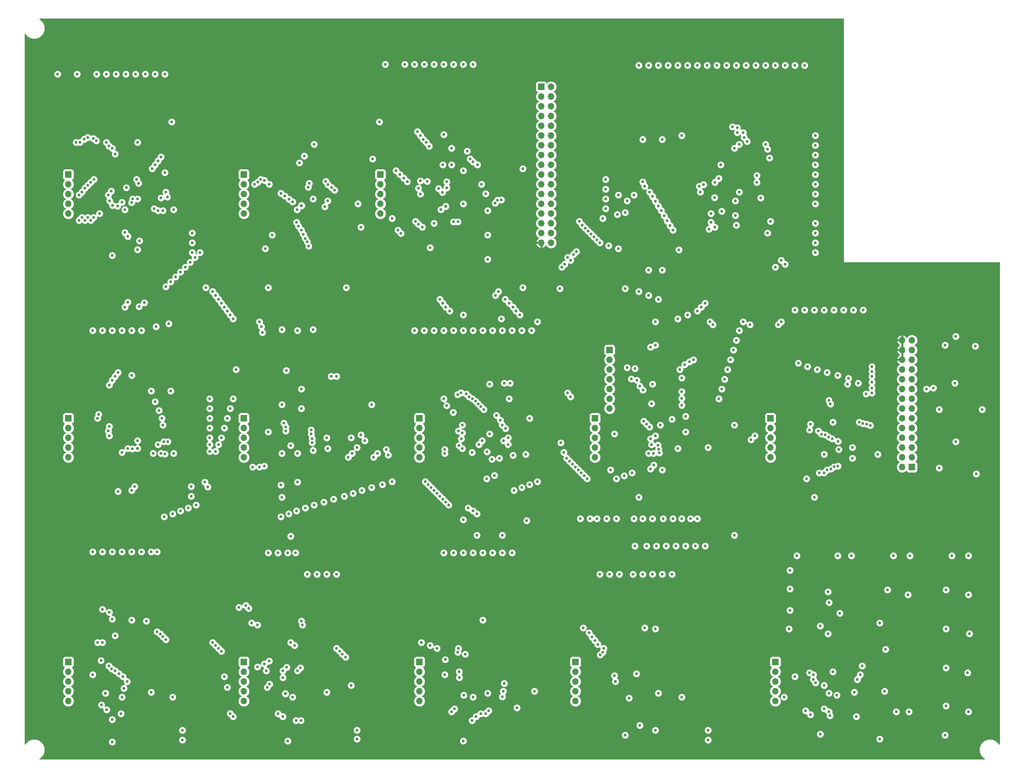
<source format=gbr>
G04 #@! TF.GenerationSoftware,KiCad,Pcbnew,5.0.1*
G04 #@! TF.CreationDate,2018-12-21T00:14:18+11:00*
G04 #@! TF.ProjectId,cpld-cpu,63706C642D6370752E6B696361645F70,rev?*
G04 #@! TF.SameCoordinates,Original*
G04 #@! TF.FileFunction,Copper,L3,Inr,Signal*
G04 #@! TF.FilePolarity,Positive*
%FSLAX46Y46*%
G04 Gerber Fmt 4.6, Leading zero omitted, Abs format (unit mm)*
G04 Created by KiCad (PCBNEW 5.0.1) date Fri 21 Dec 2018 00:14:18 AEDT*
%MOMM*%
%LPD*%
G01*
G04 APERTURE LIST*
G04 #@! TA.AperFunction,ViaPad*
%ADD10O,1.700000X1.700000*%
G04 #@! TD*
G04 #@! TA.AperFunction,ViaPad*
%ADD11R,1.700000X1.700000*%
G04 #@! TD*
G04 #@! TA.AperFunction,ViaPad*
%ADD12C,0.750000*%
G04 #@! TD*
G04 #@! TA.AperFunction,ViaPad*
%ADD13C,0.800000*%
G04 #@! TD*
G04 #@! TA.AperFunction,Conductor*
%ADD14C,0.254000*%
G04 #@! TD*
G04 APERTURE END LIST*
D10*
G04 #@! TO.N,GND*
G04 #@! TO.C,J16*
X208280000Y-190500000D03*
G04 #@! TO.N,Net-(J16-Pad4)*
X208280000Y-187960000D03*
G04 #@! TO.N,Net-(J16-Pad3)*
X208280000Y-185420000D03*
G04 #@! TO.N,Net-(J16-Pad2)*
X208280000Y-182880000D03*
D11*
G04 #@! TO.N,Net-(J16-Pad1)*
X208280000Y-180340000D03*
G04 #@! TD*
D10*
G04 #@! TO.N,GND*
G04 #@! TO.C,J15*
X165100000Y-114300000D03*
G04 #@! TO.N,/PROG5*
X165100000Y-111760000D03*
G04 #@! TO.N,/PROG4*
X165100000Y-109220000D03*
G04 #@! TO.N,/PROG3*
X165100000Y-106680000D03*
G04 #@! TO.N,/PROG2*
X165100000Y-104140000D03*
G04 #@! TO.N,/PROG1*
X165100000Y-101600000D03*
D11*
G04 #@! TO.N,/PROG0*
X165100000Y-99060000D03*
G04 #@! TD*
D10*
G04 #@! TO.N,VCC*
G04 #@! TO.C,J12*
X241300000Y-96520000D03*
G04 #@! TO.N,GND*
X243840000Y-96520000D03*
G04 #@! TO.N,VCC*
X241300000Y-99060000D03*
G04 #@! TO.N,GND*
X243840000Y-99060000D03*
G04 #@! TO.N,VCC*
X241300000Y-101600000D03*
G04 #@! TO.N,GND*
X243840000Y-101600000D03*
G04 #@! TO.N,Net-(J12-Pad22)*
X241300000Y-104140000D03*
G04 #@! TO.N,/BTN2*
X243840000Y-104140000D03*
G04 #@! TO.N,Net-(J12-Pad20)*
X241300000Y-106680000D03*
G04 #@! TO.N,/BTN1*
X243840000Y-106680000D03*
G04 #@! TO.N,Net-(J12-Pad18)*
X241300000Y-109220000D03*
G04 #@! TO.N,/BTN0*
X243840000Y-109220000D03*
G04 #@! TO.N,Net-(J12-Pad16)*
X241300000Y-111760000D03*
G04 #@! TO.N,Net-(J12-Pad15)*
X243840000Y-111760000D03*
G04 #@! TO.N,Net-(J12-Pad14)*
X241300000Y-114300000D03*
G04 #@! TO.N,Net-(J12-Pad13)*
X243840000Y-114300000D03*
G04 #@! TO.N,Net-(J12-Pad12)*
X241300000Y-116840000D03*
G04 #@! TO.N,Net-(J12-Pad11)*
X243840000Y-116840000D03*
G04 #@! TO.N,Net-(J12-Pad10)*
X241300000Y-119380000D03*
G04 #@! TO.N,Net-(J12-Pad9)*
X243840000Y-119380000D03*
G04 #@! TO.N,Net-(J12-Pad8)*
X241300000Y-121920000D03*
G04 #@! TO.N,Net-(J12-Pad7)*
X243840000Y-121920000D03*
G04 #@! TO.N,Net-(J12-Pad6)*
X241300000Y-124460000D03*
G04 #@! TO.N,Net-(J12-Pad5)*
X243840000Y-124460000D03*
G04 #@! TO.N,Net-(J12-Pad4)*
X241300000Y-127000000D03*
G04 #@! TO.N,Net-(J12-Pad3)*
X243840000Y-127000000D03*
G04 #@! TO.N,Net-(J12-Pad2)*
X241300000Y-129540000D03*
D11*
G04 #@! TO.N,Net-(J12-Pad1)*
X243840000Y-129540000D03*
G04 #@! TD*
D10*
G04 #@! TO.N,GND*
G04 #@! TO.C,J14*
X149860000Y-71120000D03*
G04 #@! TO.N,VCC*
X147320000Y-71120000D03*
G04 #@! TO.N,/RAM_~OE~*
X149860000Y-68580000D03*
G04 #@! TO.N,/CLK*
X147320000Y-68580000D03*
G04 #@! TO.N,/DEV_~OE~*
X149860000Y-66040000D03*
G04 #@! TO.N,/RAM_~WE~*
X147320000Y-66040000D03*
G04 #@! TO.N,/ARAM13*
X149860000Y-63500000D03*
G04 #@! TO.N,/ARAM17*
X147320000Y-63500000D03*
G04 #@! TO.N,/ARAM12*
X149860000Y-60960000D03*
G04 #@! TO.N,/ARAM16*
X147320000Y-60960000D03*
G04 #@! TO.N,/ARAM11*
X149860000Y-58420000D03*
G04 #@! TO.N,/ARAM15*
X147320000Y-58420000D03*
G04 #@! TO.N,/ARAM10*
X149860000Y-55880000D03*
G04 #@! TO.N,/ARAM14*
X147320000Y-55880000D03*
G04 #@! TO.N,/ARAM9*
X149860000Y-53340000D03*
G04 #@! TO.N,/PAGE0*
X147320000Y-53340000D03*
G04 #@! TO.N,/ARAM8*
X149860000Y-50800000D03*
G04 #@! TO.N,/~RST~*
X147320000Y-50800000D03*
G04 #@! TO.N,/ARAM7*
X149860000Y-48260000D03*
G04 #@! TO.N,/D7*
X147320000Y-48260000D03*
G04 #@! TO.N,/ARAM6*
X149860000Y-45720000D03*
G04 #@! TO.N,/D6*
X147320000Y-45720000D03*
G04 #@! TO.N,/ARAM5*
X149860000Y-43180000D03*
G04 #@! TO.N,/D5*
X147320000Y-43180000D03*
G04 #@! TO.N,/ARAM4*
X149860000Y-40640000D03*
G04 #@! TO.N,/D4*
X147320000Y-40640000D03*
G04 #@! TO.N,/ARAM3*
X149860000Y-38100000D03*
G04 #@! TO.N,/D3*
X147320000Y-38100000D03*
G04 #@! TO.N,/ARAM2*
X149860000Y-35560000D03*
G04 #@! TO.N,/D2*
X147320000Y-35560000D03*
G04 #@! TO.N,/ARAM1*
X149860000Y-33020000D03*
G04 #@! TO.N,/D1*
X147320000Y-33020000D03*
G04 #@! TO.N,/ARAM0*
X149860000Y-30480000D03*
D11*
G04 #@! TO.N,/D0*
X147320000Y-30480000D03*
G04 #@! TD*
G04 #@! TO.N,Net-(J1-Pad1)*
G04 #@! TO.C,J1*
X24130000Y-53340000D03*
D10*
G04 #@! TO.N,Net-(J1-Pad2)*
X24130000Y-55880000D03*
G04 #@! TO.N,Net-(J1-Pad3)*
X24130000Y-58420000D03*
G04 #@! TO.N,Net-(J1-Pad4)*
X24130000Y-60960000D03*
G04 #@! TO.N,GND*
X24130000Y-63500000D03*
G04 #@! TD*
D11*
G04 #@! TO.N,Net-(J2-Pad1)*
G04 #@! TO.C,J2*
X24130000Y-116840000D03*
D10*
G04 #@! TO.N,Net-(J2-Pad2)*
X24130000Y-119380000D03*
G04 #@! TO.N,Net-(J2-Pad3)*
X24130000Y-121920000D03*
G04 #@! TO.N,Net-(J2-Pad4)*
X24130000Y-124460000D03*
G04 #@! TO.N,GND*
X24130000Y-127000000D03*
G04 #@! TD*
D11*
G04 #@! TO.N,Net-(J3-Pad1)*
G04 #@! TO.C,J3*
X24130000Y-180340000D03*
D10*
G04 #@! TO.N,Net-(J3-Pad2)*
X24130000Y-182880000D03*
G04 #@! TO.N,Net-(J3-Pad3)*
X24130000Y-185420000D03*
G04 #@! TO.N,Net-(J3-Pad4)*
X24130000Y-187960000D03*
G04 #@! TO.N,GND*
X24130000Y-190500000D03*
G04 #@! TD*
D11*
G04 #@! TO.N,Net-(J4-Pad1)*
G04 #@! TO.C,J4*
X69850000Y-53340000D03*
D10*
G04 #@! TO.N,Net-(J4-Pad2)*
X69850000Y-55880000D03*
G04 #@! TO.N,Net-(J4-Pad3)*
X69850000Y-58420000D03*
G04 #@! TO.N,Net-(J4-Pad4)*
X69850000Y-60960000D03*
G04 #@! TO.N,GND*
X69850000Y-63500000D03*
G04 #@! TD*
G04 #@! TO.N,GND*
G04 #@! TO.C,J5*
X69850000Y-127000000D03*
G04 #@! TO.N,Net-(J5-Pad4)*
X69850000Y-124460000D03*
G04 #@! TO.N,Net-(J5-Pad3)*
X69850000Y-121920000D03*
G04 #@! TO.N,Net-(J5-Pad2)*
X69850000Y-119380000D03*
D11*
G04 #@! TO.N,Net-(J5-Pad1)*
X69850000Y-116840000D03*
G04 #@! TD*
D10*
G04 #@! TO.N,GND*
G04 #@! TO.C,J6*
X69850000Y-190500000D03*
G04 #@! TO.N,Net-(J6-Pad4)*
X69850000Y-187960000D03*
G04 #@! TO.N,Net-(J6-Pad3)*
X69850000Y-185420000D03*
G04 #@! TO.N,Net-(J6-Pad2)*
X69850000Y-182880000D03*
D11*
G04 #@! TO.N,Net-(J6-Pad1)*
X69850000Y-180340000D03*
G04 #@! TD*
D10*
G04 #@! TO.N,GND*
G04 #@! TO.C,J7*
X105410000Y-63500000D03*
G04 #@! TO.N,Net-(J7-Pad4)*
X105410000Y-60960000D03*
G04 #@! TO.N,Net-(J7-Pad3)*
X105410000Y-58420000D03*
G04 #@! TO.N,Net-(J7-Pad2)*
X105410000Y-55880000D03*
D11*
G04 #@! TO.N,Net-(J7-Pad1)*
X105410000Y-53340000D03*
G04 #@! TD*
D10*
G04 #@! TO.N,GND*
G04 #@! TO.C,J8*
X115570000Y-127000000D03*
G04 #@! TO.N,Net-(J8-Pad4)*
X115570000Y-124460000D03*
G04 #@! TO.N,Net-(J8-Pad3)*
X115570000Y-121920000D03*
G04 #@! TO.N,Net-(J8-Pad2)*
X115570000Y-119380000D03*
D11*
G04 #@! TO.N,Net-(J8-Pad1)*
X115570000Y-116840000D03*
G04 #@! TD*
D10*
G04 #@! TO.N,GND*
G04 #@! TO.C,J9*
X115570000Y-190500000D03*
G04 #@! TO.N,Net-(J9-Pad4)*
X115570000Y-187960000D03*
G04 #@! TO.N,Net-(J9-Pad3)*
X115570000Y-185420000D03*
G04 #@! TO.N,Net-(J9-Pad2)*
X115570000Y-182880000D03*
D11*
G04 #@! TO.N,Net-(J9-Pad1)*
X115570000Y-180340000D03*
G04 #@! TD*
G04 #@! TO.N,Net-(J10-Pad1)*
G04 #@! TO.C,J10*
X161290000Y-116840000D03*
D10*
G04 #@! TO.N,Net-(J10-Pad2)*
X161290000Y-119380000D03*
G04 #@! TO.N,Net-(J10-Pad3)*
X161290000Y-121920000D03*
G04 #@! TO.N,Net-(J10-Pad4)*
X161290000Y-124460000D03*
G04 #@! TO.N,GND*
X161290000Y-127000000D03*
G04 #@! TD*
D11*
G04 #@! TO.N,Net-(J11-Pad1)*
G04 #@! TO.C,J11*
X156210000Y-180340000D03*
D10*
G04 #@! TO.N,Net-(J11-Pad2)*
X156210000Y-182880000D03*
G04 #@! TO.N,Net-(J11-Pad3)*
X156210000Y-185420000D03*
G04 #@! TO.N,Net-(J11-Pad4)*
X156210000Y-187960000D03*
G04 #@! TO.N,GND*
X156210000Y-190500000D03*
G04 #@! TD*
G04 #@! TO.N,GND*
G04 #@! TO.C,J13*
X207010000Y-127000000D03*
G04 #@! TO.N,Net-(J13-Pad4)*
X207010000Y-124460000D03*
G04 #@! TO.N,Net-(J13-Pad3)*
X207010000Y-121920000D03*
G04 #@! TO.N,Net-(J13-Pad2)*
X207010000Y-119380000D03*
D11*
G04 #@! TO.N,Net-(J13-Pad1)*
X207010000Y-116840000D03*
G04 #@! TD*
D12*
G04 #@! TO.N,GND*
X172720000Y-24892000D03*
X175260000Y-24892000D03*
X177800000Y-24892000D03*
X180340000Y-24892000D03*
X182880000Y-24892000D03*
X185420000Y-24892000D03*
X187960000Y-24892000D03*
X190500000Y-24892000D03*
X193040000Y-24892000D03*
X195580000Y-24892000D03*
X198120000Y-24892000D03*
X200660000Y-24892000D03*
X203200000Y-24892000D03*
X205740000Y-24892000D03*
X208280000Y-24892000D03*
X210820000Y-24892000D03*
X213360000Y-24892000D03*
X42164000Y-44958000D03*
X51562000Y-62484000D03*
X56388000Y-68580000D03*
X56388000Y-71120000D03*
X56388000Y-73660000D03*
X35560000Y-74422000D03*
X42164000Y-59690000D03*
X38862000Y-62484000D03*
X35306000Y-57658000D03*
X49276000Y-27178000D03*
X46736000Y-27178000D03*
X44196000Y-27178000D03*
X41656000Y-27178000D03*
X39116000Y-27178000D03*
X36576000Y-27178000D03*
X34036000Y-27178000D03*
X31496000Y-27178000D03*
X26416000Y-27178000D03*
X21336000Y-27178000D03*
X99568000Y-60960000D03*
X90932000Y-61722000D03*
X77216000Y-69088000D03*
X83566000Y-65786000D03*
X76454000Y-55880000D03*
X88138000Y-45466000D03*
X121920000Y-42926000D03*
X133350000Y-62738000D03*
X118364000Y-72390000D03*
X133350000Y-69088000D03*
X133350000Y-75438000D03*
X119380000Y-66040000D03*
X127000000Y-60960000D03*
X115316000Y-56896000D03*
X203454000Y-53594000D03*
X203454000Y-55372000D03*
X198120000Y-66548000D03*
X218694000Y-73660000D03*
X218694000Y-71120000D03*
X218694000Y-68580000D03*
X218694000Y-66040000D03*
X218694000Y-60960000D03*
X218694000Y-58420000D03*
X218694000Y-55880000D03*
X218694000Y-53340000D03*
X218694000Y-50800000D03*
X218694000Y-48260000D03*
X218694000Y-45720000D03*
X218694000Y-43180000D03*
X50292000Y-92202000D03*
X46990000Y-92964000D03*
X43180000Y-93950998D03*
X40640000Y-93950998D03*
X38100000Y-93950998D03*
X35560000Y-93950998D03*
X33020000Y-93950998D03*
X30480000Y-93950998D03*
X87884000Y-93726000D03*
X83820000Y-93950998D03*
X79756000Y-93726000D03*
X114300000Y-93950998D03*
X116840000Y-93950998D03*
X119380000Y-93950998D03*
X121920000Y-93950998D03*
X124460000Y-93950998D03*
X127000000Y-93950998D03*
X129540000Y-93950998D03*
X132080000Y-93950998D03*
X134620000Y-93950998D03*
X137160000Y-93950998D03*
X139700000Y-93950998D03*
X142240000Y-93950998D03*
X144780000Y-93950998D03*
X213360000Y-88646000D03*
X215900000Y-88646000D03*
X218440000Y-88646000D03*
X220980000Y-88646000D03*
X223520000Y-88646000D03*
X226060000Y-88646000D03*
X228600000Y-88646000D03*
X231140000Y-88646000D03*
X255270000Y-95504000D03*
X252476000Y-97790000D03*
X260350000Y-98044000D03*
X255016000Y-107696000D03*
X250952000Y-114554000D03*
X262128000Y-114554000D03*
X255270000Y-122936000D03*
X260604000Y-131318000D03*
X250952000Y-129794000D03*
X30480000Y-151638000D03*
X33020000Y-151638000D03*
X35560000Y-151638000D03*
X38100000Y-151638000D03*
X40640000Y-151638000D03*
X43180000Y-151638000D03*
X45720000Y-151638000D03*
X47244000Y-151638000D03*
X76200000Y-151892000D03*
X78740000Y-151892000D03*
X81280000Y-151892000D03*
X83312000Y-151892000D03*
X86360000Y-157450998D03*
X88900000Y-157450998D03*
X91440000Y-157450998D03*
X93980000Y-157450998D03*
X121920000Y-151892000D03*
X124460000Y-151892000D03*
X127000000Y-151892000D03*
X129540000Y-151892000D03*
X132080000Y-151892000D03*
X134620000Y-151892000D03*
X137160000Y-151892000D03*
X139700000Y-151892000D03*
X162560000Y-157450998D03*
X165100000Y-157450998D03*
X167640000Y-157450998D03*
X171196000Y-157480000D03*
X173736000Y-157480000D03*
X176276000Y-157480000D03*
X178816000Y-157480000D03*
X181356000Y-157480000D03*
X212090000Y-156464000D03*
X212090000Y-161290000D03*
X212090000Y-166878000D03*
X211836000Y-171704000D03*
X224536000Y-152654000D03*
X228092000Y-152654000D03*
X221996000Y-162052000D03*
X254254000Y-152654000D03*
X243332000Y-152654000D03*
X239014000Y-152654000D03*
X258572000Y-152654000D03*
X252730000Y-161544000D03*
X258572000Y-162814000D03*
X252730000Y-171704000D03*
X258826000Y-172974000D03*
X252730000Y-181864000D03*
X258354000Y-183170000D03*
X252730000Y-191770000D03*
X258572000Y-193294000D03*
X252476000Y-199390000D03*
X243078000Y-193294000D03*
X239776000Y-193294000D03*
X235458000Y-200406000D03*
X236728000Y-187960000D03*
X219964000Y-199136000D03*
X220980000Y-192532000D03*
X228854000Y-188214000D03*
X213360000Y-184150000D03*
X221996000Y-172974000D03*
X40640000Y-105664000D03*
X51562000Y-125984000D03*
X37084000Y-135890000D03*
X56134000Y-134620000D03*
X56134000Y-137160000D03*
X79756000Y-137414000D03*
X91694000Y-124714000D03*
X99314000Y-124460000D03*
X76200000Y-120396000D03*
X84836000Y-109220000D03*
X143510000Y-143510000D03*
X143256000Y-126238000D03*
X139954000Y-126492000D03*
X127000000Y-143256000D03*
X125730000Y-120142000D03*
X129286000Y-125730000D03*
X83820000Y-125984000D03*
X38100000Y-125730000D03*
X190754000Y-124460000D03*
X182880000Y-124714000D03*
X175260000Y-125984000D03*
X166370000Y-120904000D03*
X176276000Y-107950000D03*
X172720000Y-137414000D03*
X218440000Y-137414000D03*
X234950000Y-126238000D03*
X220980000Y-126238000D03*
X228346000Y-124460000D03*
X217170000Y-119888000D03*
X227076000Y-107950000D03*
X53848000Y-198120000D03*
X53848000Y-200660000D03*
X35560000Y-201168000D03*
X38100000Y-189484000D03*
X45720000Y-188214000D03*
X51308000Y-189484000D03*
X30480000Y-183642000D03*
X40640000Y-169418000D03*
X99314000Y-198120000D03*
X99314000Y-200406000D03*
X81280000Y-200914000D03*
X82550000Y-189484000D03*
X91440000Y-188214000D03*
X97790000Y-186436000D03*
X80010000Y-184404000D03*
X85090000Y-170688000D03*
X127000000Y-200914000D03*
X129540000Y-189484000D03*
X137414000Y-187960000D03*
X145542000Y-187960000D03*
X122174000Y-183642000D03*
X132080000Y-169418000D03*
X170180000Y-189738000D03*
X177800000Y-188468000D03*
X183896000Y-189484000D03*
X166370000Y-183896000D03*
X174244000Y-171450000D03*
X169164000Y-199390000D03*
X190754000Y-198120000D03*
X190754000Y-200660000D03*
X242824000Y-162814000D03*
X237490000Y-161544000D03*
X235458000Y-170180000D03*
X133858000Y-107950000D03*
X34544000Y-120142000D03*
X42164000Y-122682000D03*
X106680000Y-24638000D03*
X111760000Y-24638000D03*
X114300000Y-24638000D03*
X116840000Y-24638000D03*
X119380000Y-24638000D03*
X121920000Y-24638000D03*
X124460000Y-24638000D03*
X127000000Y-24638000D03*
X129540000Y-24638000D03*
X183160580Y-72949991D03*
X215900000Y-24892000D03*
G04 #@! TO.N,VCC*
X41300000Y-48768000D03*
X45974000Y-60960000D03*
X36068000Y-67056000D03*
X92964000Y-60960000D03*
X87020000Y-50292000D03*
X82220000Y-67056000D03*
X128778000Y-60020000D03*
X117780000Y-66294000D03*
X197866000Y-53975000D03*
X197866000Y-56515000D03*
X260604000Y-95504000D03*
X260350000Y-107696000D03*
X260350000Y-125984000D03*
X229108000Y-161798000D03*
X262128000Y-160020000D03*
X262128000Y-170180000D03*
X261874000Y-180340000D03*
X262128000Y-190500000D03*
X262128000Y-200660000D03*
X247142000Y-199898000D03*
X230124000Y-187020000D03*
X219194000Y-195072000D03*
X41300000Y-112522000D03*
X45974000Y-124460000D03*
X35560000Y-130302000D03*
X82220000Y-129540000D03*
X87020000Y-112776000D03*
X139446000Y-124460000D03*
X127940000Y-129540000D03*
X184658000Y-124206000D03*
X178460000Y-112776000D03*
X173660000Y-130302000D03*
X219964000Y-133350000D03*
X230486000Y-123520000D03*
X224180000Y-114300000D03*
X46736000Y-187020000D03*
X41300000Y-175634000D03*
X93218000Y-187020000D03*
X82220000Y-194818000D03*
X36500000Y-193548000D03*
X87020000Y-177292000D03*
X127940000Y-194926000D03*
X139446000Y-187420000D03*
X132740000Y-175768000D03*
X179686000Y-187020000D03*
X173380000Y-176784000D03*
X168580000Y-194926000D03*
X122428000Y-48482000D03*
X92964000Y-123520000D03*
X246888000Y-160020000D03*
X247142000Y-170180000D03*
X224028000Y-176772000D03*
X133604000Y-109474000D03*
G04 #@! TO.N,Net-(J1-Pad4)*
X32258000Y-63500000D03*
X36957000Y-61595000D03*
D13*
G04 #@! TO.N,Net-(J2-Pad4)*
X42164008Y-124714000D03*
G04 #@! TO.N,Net-(J3-Pad4)*
X33804016Y-188468000D03*
G04 #@! TO.N,Net-(J4-Pad4)*
X84864367Y-61431969D03*
D12*
G04 #@! TO.N,Net-(J5-Pad4)*
X79756000Y-125984000D03*
X87884000Y-125222000D03*
D13*
G04 #@! TO.N,Net-(J6-Pad4)*
X80645000Y-188595000D03*
G04 #@! TO.N,Net-(J7-Pad4)*
X122428012Y-61620000D03*
D12*
G04 #@! TO.N,Net-(J8-Pad4)*
X133156787Y-125589948D03*
G04 #@! TO.N,Net-(J8-Pad3)*
X122174000Y-125989990D03*
G04 #@! TO.N,Net-(J8-Pad2)*
X122174000Y-124985977D03*
G04 #@! TO.N,Net-(J8-Pad1)*
X125868988Y-123938141D03*
D13*
G04 #@! TO.N,Net-(J9-Pad4)*
X133350000Y-188468000D03*
D12*
G04 #@! TO.N,Net-(J10-Pad4)*
X176022000Y-123712592D03*
D13*
G04 #@! TO.N,Net-(J11-Pad4)*
X166624000Y-185420000D03*
D12*
G04 #@! TO.N,/IR0*
X49530000Y-174498000D03*
X162046014Y-175779801D03*
G04 #@! TO.N,/IR1*
X48774749Y-173742774D03*
X161290000Y-174752000D03*
G04 #@! TO.N,/IR2*
X160528000Y-173863002D03*
X48076361Y-173021460D03*
G04 #@! TO.N,/IR3*
X159760010Y-172746580D03*
X47244000Y-172460021D03*
G04 #@! TO.N,/IR4*
X36322000Y-173482000D03*
X158242000Y-171450000D03*
G04 #@! TO.N,/IR5*
X80772000Y-120142000D03*
X75184000Y-129286000D03*
X71120000Y-166370000D03*
X35562916Y-169164000D03*
X121158000Y-62484000D03*
X108458000Y-64770000D03*
X103124000Y-113284000D03*
X84836000Y-114300000D03*
G04 #@! TO.N,/IR6*
X80772000Y-119126000D03*
X73914000Y-129540000D03*
X70358000Y-165608000D03*
X34798000Y-167386000D03*
G04 #@! TO.N,/IR7*
X83693000Y-62484000D03*
X75437998Y-72644000D03*
X80264000Y-118110000D03*
X72136000Y-129540000D03*
X68580000Y-166116000D03*
X33020000Y-166624000D03*
G04 #@! TO.N,/A0*
X48260000Y-48768000D03*
X75205255Y-54869664D03*
G04 #@! TO.N,/A1*
X47498000Y-49784000D03*
X74235402Y-54610000D03*
G04 #@! TO.N,/A2*
X46736000Y-50800000D03*
X73479392Y-55323080D03*
G04 #@! TO.N,/A3*
X45974000Y-51816000D03*
X72644000Y-55880000D03*
G04 #@! TO.N,/A4*
X79499012Y-58216170D03*
X36322000Y-48000010D03*
G04 #@! TO.N,/A5*
X80518000Y-58928006D03*
X35562916Y-46487990D03*
G04 #@! TO.N,/A6*
X81611562Y-59755482D03*
X34729568Y-45928017D03*
G04 #@! TO.N,/A7*
X34036000Y-44958000D03*
X82550000Y-60452000D03*
G04 #@! TO.N,/AC*
X116332000Y-67056000D03*
X42418004Y-55626000D03*
X100330002Y-67056000D03*
X97790000Y-121920000D03*
X91440000Y-121920000D03*
G04 #@! TO.N,/X0*
X84074000Y-66802000D03*
X48763202Y-118622798D03*
X133096000Y-132588000D03*
X58420000Y-73660000D03*
G04 #@! TO.N,/X1*
X84830010Y-67842469D03*
X48514000Y-116840000D03*
X57150000Y-74930000D03*
X135122010Y-131717205D03*
G04 #@! TO.N,/X2*
X47752000Y-114807984D03*
X85338021Y-68936136D03*
X138684000Y-123698000D03*
X55880000Y-76200000D03*
G04 #@! TO.N,/X3*
X85846032Y-69995651D03*
X46736000Y-112522000D03*
X137483935Y-122676010D03*
X54610000Y-77470000D03*
G04 #@! TO.N,/X4*
X86360000Y-70866000D03*
X37084000Y-104902000D03*
X139192000Y-107696000D03*
X53340000Y-78740000D03*
G04 #@! TO.N,/X5*
X86736202Y-72004202D03*
X36322000Y-105918000D03*
X137668000Y-107696000D03*
X52070000Y-80010000D03*
G04 #@! TO.N,/X6*
X87884000Y-59690000D03*
X35560000Y-106934000D03*
X126410688Y-110201120D03*
X50800000Y-81280000D03*
G04 #@! TO.N,/X7*
X91694000Y-60198000D03*
X34798000Y-108204000D03*
X125520527Y-110665505D03*
X49530000Y-82550000D03*
G04 #@! TO.N,/D1*
X36322000Y-182626000D03*
X75184002Y-180848000D03*
X62484000Y-176022000D03*
X60960000Y-125476000D03*
X62484000Y-125476000D03*
X62484000Y-84836000D03*
X135382000Y-84836000D03*
X132842000Y-58355350D03*
X135300612Y-60815408D03*
X198120000Y-96520000D03*
X175260000Y-84836000D03*
X122687990Y-56793568D03*
X175260000Y-78232000D03*
X178816000Y-78232000D03*
X206248000Y-46736000D03*
X189581425Y-55983415D03*
G04 #@! TO.N,/D0*
X76454000Y-180086000D03*
X61722000Y-175260000D03*
X61722000Y-83820000D03*
X136144006Y-83820000D03*
X131772839Y-55880000D03*
X135904377Y-60013218D03*
X198882000Y-93980000D03*
X172720000Y-83820000D03*
X122676254Y-55221704D03*
X35427010Y-182118000D03*
X188468000Y-56388000D03*
X205740000Y-45466000D03*
G04 #@! TO.N,/D2*
X37338000Y-183388000D03*
X75691992Y-182626000D03*
X63246000Y-176784000D03*
X60960000Y-123698000D03*
X63246000Y-123698000D03*
X63246000Y-85852000D03*
X120904000Y-85852000D03*
X197358000Y-99060000D03*
X177800000Y-85852000D03*
X137922000Y-85852000D03*
X188722000Y-57912000D03*
X206756000Y-49022000D03*
G04 #@! TO.N,/D3*
X38354000Y-184150000D03*
X73406000Y-181610000D03*
X64008000Y-177546000D03*
X60960000Y-121920000D03*
X64008000Y-121920000D03*
X64008000Y-86868000D03*
X121666000Y-86868000D03*
X196596000Y-101600000D03*
X189992000Y-86868000D03*
X138938000Y-86868000D03*
G04 #@! TO.N,/D4*
X76509547Y-186113064D03*
X64770000Y-184150000D03*
X60960000Y-119380000D03*
X64770000Y-119380000D03*
X64770000Y-87884000D03*
X122428000Y-87884000D03*
X195834000Y-104140000D03*
X188976000Y-87884000D03*
X39435718Y-185449810D03*
X139954000Y-87884000D03*
G04 #@! TO.N,/D5*
X38608000Y-187198000D03*
X75946000Y-186944000D03*
X65537990Y-186944000D03*
X60960000Y-116840000D03*
X65532000Y-116840000D03*
X65537990Y-88900002D03*
X123444000Y-88900002D03*
X140716000Y-88900002D03*
X195072000Y-106680000D03*
X187960000Y-88900002D03*
G04 #@! TO.N,/D6*
X78740000Y-193802000D03*
X34100000Y-192786000D03*
X66299990Y-193765343D03*
X60960000Y-114300000D03*
X66299990Y-114300000D03*
X66299990Y-89916000D03*
X127000000Y-89916000D03*
X141732000Y-89916000D03*
X194310000Y-109220000D03*
X185420000Y-89916000D03*
G04 #@! TO.N,/D7*
X80010000Y-194564000D03*
X67056012Y-194564000D03*
X60960000Y-111760000D03*
X67056012Y-111760000D03*
X67056012Y-90932000D03*
X136906000Y-90932000D03*
X136906000Y-59944000D03*
X193547994Y-111760000D03*
X182880000Y-90932000D03*
X35549215Y-195294168D03*
G04 #@! TO.N,/ADDR9*
X164338000Y-143002000D03*
X55372000Y-140208000D03*
X85852000Y-140208000D03*
X128270000Y-140208000D03*
G04 #@! TO.N,/ADDR8*
X166878000Y-143002002D03*
X57404000Y-139446000D03*
X123190000Y-139446000D03*
X88138000Y-139446000D03*
G04 #@! TO.N,/ADDR10*
X161798000Y-143002004D03*
X53340000Y-140970000D03*
X83566000Y-140970000D03*
X129540000Y-140970000D03*
G04 #@! TO.N,/ADDR11*
X160020000Y-143002000D03*
X51308000Y-141732000D03*
X81534000Y-141732000D03*
X130556000Y-141732000D03*
G04 #@! TO.N,/ADDR12*
X157480000Y-143002000D03*
X49095992Y-142494000D03*
X79502000Y-142494000D03*
G04 #@! TO.N,/AR0*
X96371533Y-179064010D03*
X122301000Y-179705000D03*
G04 #@! TO.N,/AR1*
X95540722Y-178302010D03*
X125940741Y-182872659D03*
G04 #@! TO.N,/AR2*
X94812155Y-177540010D03*
X125984000Y-184404000D03*
G04 #@! TO.N,/AR3*
X93979630Y-176778010D03*
X120168580Y-176757420D03*
G04 #@! TO.N,/AR4*
X118364000Y-176022000D03*
X83058000Y-176022000D03*
G04 #@! TO.N,/AR5*
X116078000Y-175260000D03*
X82042000Y-175260000D03*
G04 #@! TO.N,/AR6*
X124714000Y-192532000D03*
X84582000Y-181864000D03*
G04 #@! TO.N,/AR7*
X123952000Y-193294000D03*
X83820000Y-182626000D03*
G04 #@! TO.N,/ADDR1*
X186182000Y-143002000D03*
X105918000Y-134112000D03*
X117856000Y-134112000D03*
X144271998Y-134112000D03*
G04 #@! TO.N,/ADDR0*
X187959990Y-143002000D03*
X108458000Y-133350000D03*
X117093996Y-133350000D03*
X146304000Y-133350000D03*
G04 #@! TO.N,/ADDR2*
X183895990Y-143002000D03*
X103124000Y-134874000D03*
X118618000Y-134874000D03*
X142239998Y-134874000D03*
G04 #@! TO.N,/ADDR3*
X181610000Y-143002000D03*
X100584000Y-135636000D03*
X119380000Y-135636000D03*
X140208000Y-135636000D03*
G04 #@! TO.N,Net-(R62-Pad2)*
X50038000Y-122936000D03*
X49261788Y-126171218D03*
G04 #@! TO.N,/ADDR4*
X179070000Y-143002000D03*
X98298000Y-136398000D03*
X120142000Y-136398000D03*
X124376389Y-115285549D03*
X126746000Y-120650000D03*
G04 #@! TO.N,Net-(R63-Pad2)*
X49022000Y-122936000D03*
X48260000Y-125984000D03*
G04 #@! TO.N,/ADDR5*
X176276000Y-143002000D03*
X96012000Y-137160000D03*
X120904000Y-137160000D03*
X122655420Y-113564580D03*
X126491994Y-122174000D03*
G04 #@! TO.N,Net-(R64-Pad2)*
X47498000Y-123698000D03*
X46228000Y-125984000D03*
G04 #@! TO.N,/ADDR6*
X173735998Y-143002000D03*
X121666000Y-137922000D03*
X121920000Y-111760000D03*
X126746000Y-124714000D03*
X93218000Y-137922000D03*
G04 #@! TO.N,/ADDR7*
X171450000Y-143002000D03*
X122428000Y-138684000D03*
X90678000Y-138684000D03*
G04 #@! TO.N,/A_CC*
X38100000Y-60579000D03*
X38862000Y-68453000D03*
X92583000Y-105918000D03*
X38861999Y-87889999D03*
G04 #@! TO.N,/ALU0*
X129540000Y-50038000D03*
X31420601Y-44559418D03*
X30786000Y-54610000D03*
X30734000Y-64516000D03*
G04 #@! TO.N,/ALU1*
X30633580Y-43936010D03*
X29972000Y-55372000D03*
X29972000Y-65283990D03*
X128778000Y-49276000D03*
G04 #@! TO.N,/ALU2*
X128016000Y-47244000D03*
X29210000Y-43688000D03*
X29210000Y-56134000D03*
X29210000Y-64516000D03*
G04 #@! TO.N,/ALU3*
X28267389Y-44147074D03*
X28448000Y-56896000D03*
X28448000Y-65283990D03*
X118110000Y-45974000D03*
X121666000Y-50800000D03*
X120549580Y-56996420D03*
G04 #@! TO.N,/ALU4*
X117348000Y-44958000D03*
X27178000Y-44958000D03*
X27686000Y-57912000D03*
X27686000Y-64516000D03*
X123952000Y-46482000D03*
X123952000Y-50800000D03*
X121565580Y-58012420D03*
G04 #@! TO.N,/ALU5*
X116586000Y-44196000D03*
X26162014Y-44958000D03*
X26924000Y-58674000D03*
X26924000Y-65283990D03*
X130683000Y-50800004D03*
G04 #@! TO.N,/ALU6*
X115824000Y-43180000D03*
X31750000Y-116840000D03*
X34798000Y-121412000D03*
X34543994Y-58674000D03*
G04 #@! TO.N,/ALU7*
X115062000Y-42164000D03*
X32004000Y-115823988D03*
X34772799Y-118965959D03*
X34900000Y-60198000D03*
G04 #@! TO.N,/ALU8*
X49276000Y-52832000D03*
X51054000Y-39624000D03*
X105156000Y-39624014D03*
X35616679Y-61414501D03*
G04 #@! TO.N,/~RST~*
X197612000Y-118618000D03*
X41910000Y-54610000D03*
X45720000Y-109728000D03*
X50800000Y-109728000D03*
X59944000Y-82804000D03*
X76200000Y-82804000D03*
X197612000Y-147320000D03*
X130556000Y-147320000D03*
X177038000Y-171704000D03*
X181356000Y-117094000D03*
X131064000Y-123698000D03*
X136398000Y-127254000D03*
X223266000Y-117856000D03*
X127000000Y-52324000D03*
X142494000Y-51816000D03*
X137160000Y-147320000D03*
X96520006Y-82804000D03*
X142494000Y-82804000D03*
X84836000Y-169672000D03*
X82042000Y-147573984D03*
X44450000Y-169677968D03*
G04 #@! TO.N,/A_Z*
X39243000Y-56769000D03*
X39624000Y-69469000D03*
X93980000Y-105918000D03*
X39623994Y-86614000D03*
G04 #@! TO.N,/A_~WE~*
X40894000Y-59690000D03*
X42672000Y-70611988D03*
X43942000Y-86741000D03*
X74676000Y-94488000D03*
X79756000Y-113284000D03*
X82042000Y-123952000D03*
G04 #@! TO.N,/A_~OE~*
X40603391Y-60651034D03*
X42163994Y-72898000D03*
X42545000Y-87757000D03*
X67818000Y-104140000D03*
G04 #@! TO.N,/X_~OE~*
X39624000Y-124714008D03*
X40640000Y-135636000D03*
X60452000Y-134747000D03*
X79502000Y-134239000D03*
G04 #@! TO.N,/X_~WE~*
X40793582Y-124814422D03*
X41402000Y-134620000D03*
X59690000Y-133477000D03*
X83820000Y-133477000D03*
G04 #@! TO.N,/IR_~WE~*
X34671000Y-181356000D03*
X33020000Y-175260000D03*
X73406010Y-170688000D03*
X37846000Y-193802000D03*
G04 #@! TO.N,/IR_~OE~*
X32766000Y-191516000D03*
X32639000Y-179959000D03*
X31750000Y-175260000D03*
X71882000Y-170185979D03*
G04 #@! TO.N,/ALUA7*
X86614000Y-56642000D03*
X115316000Y-66294000D03*
G04 #@! TO.N,/ALUA6*
X86868000Y-55626000D03*
X114554000Y-65532000D03*
G04 #@! TO.N,/ALUA5*
X84328000Y-50292000D03*
X103378000Y-49276000D03*
G04 #@! TO.N,/ALUA4*
X85598000Y-48514000D03*
X115824000Y-58420000D03*
G04 #@! TO.N,/ALUA3*
X91186000Y-55118000D03*
X109474000Y-52324000D03*
G04 #@! TO.N,/ALUA2*
X91742925Y-55953388D03*
X110490000Y-53340000D03*
G04 #@! TO.N,/ALUA1*
X92716729Y-56709398D03*
X111494020Y-54305744D03*
G04 #@! TO.N,/ALUA0*
X93472000Y-57404000D03*
X112398608Y-55220000D03*
G04 #@! TO.N,/IDX_EN*
X134444002Y-127508000D03*
X126746000Y-118618000D03*
X98044000Y-125984000D03*
X104648000Y-125984000D03*
G04 #@! TO.N,/PC_INC*
X177038000Y-198120000D03*
X127127000Y-188976000D03*
X97028000Y-127000000D03*
X103632000Y-127000000D03*
G04 #@! TO.N,/AR_~WE~*
X84709000Y-195580000D03*
X81026000Y-181737000D03*
G04 #@! TO.N,/AR_~OE~*
X83439000Y-195580000D03*
X80009984Y-182626000D03*
G04 #@! TO.N,/ALU_~WE~*
X125603000Y-65659000D03*
X117602000Y-55118000D03*
X101346000Y-122682000D03*
X87658457Y-123214704D03*
X110743206Y-68684476D03*
G04 #@! TO.N,/ALU_~OE~*
X124460000Y-65659000D03*
X115824000Y-54991000D03*
X87630000Y-122174000D03*
X109982002Y-67818000D03*
X100330000Y-121158000D03*
G04 #@! TO.N,/PC_~WE~*
X87402580Y-120930580D03*
X107420083Y-126416922D03*
X125730000Y-176784000D03*
X163576000Y-176784000D03*
G04 #@! TO.N,/PC_~OE~*
X172974000Y-196850000D03*
X172085000Y-183388000D03*
X125583990Y-177803199D03*
X87376000Y-119888000D03*
X106934000Y-124968000D03*
X163356536Y-177763732D03*
G04 #@! TO.N,/RAM_~WE~*
X198882000Y-57912000D03*
X209804000Y-75692000D03*
X207010004Y-65532000D03*
X73914000Y-91694000D03*
X146304000Y-91694000D03*
X191262000Y-91694000D03*
X171704000Y-103886000D03*
X177038000Y-97790000D03*
X177038000Y-91694000D03*
X209804000Y-91694000D03*
X199898000Y-91694006D03*
G04 #@! TO.N,/RAM_~OE~*
X197866000Y-64008000D03*
X152654000Y-77470000D03*
X208280002Y-77470000D03*
X206248006Y-68580000D03*
G04 #@! TO.N,/PC_CARRY*
X127508000Y-178308000D03*
X162650278Y-178477342D03*
G04 #@! TO.N,/BTN0*
X247650000Y-109220000D03*
G04 #@! TO.N,/BTN1*
X249428000Y-108966000D03*
G04 #@! TO.N,Net-(J12-Pad2)*
X222188709Y-121722759D03*
G04 #@! TO.N,Net-(J12-Pad3)*
X229843420Y-107722580D03*
X231902000Y-110490000D03*
G04 #@! TO.N,Net-(J12-Pad4)*
X221272449Y-121166373D03*
G04 #@! TO.N,Net-(J12-Pad5)*
X227330000Y-106426000D03*
X233426000Y-110236000D03*
G04 #@! TO.N,Net-(J12-Pad6)*
X220291388Y-120952925D03*
G04 #@! TO.N,Net-(J12-Pad7)*
X224536000Y-105664000D03*
X233426000Y-108966000D03*
G04 #@! TO.N,Net-(J12-Pad8)*
X219456000Y-120142002D03*
G04 #@! TO.N,Net-(J12-Pad9)*
X221741984Y-104902000D03*
X233426000Y-107442004D03*
G04 #@! TO.N,Net-(J12-Pad10)*
X217424000Y-118364000D03*
G04 #@! TO.N,Net-(J12-Pad11)*
X219201982Y-104140000D03*
X233426000Y-105918000D03*
G04 #@! TO.N,Net-(J12-Pad12)*
X232998123Y-118732047D03*
G04 #@! TO.N,Net-(J12-Pad13)*
X216662000Y-103378000D03*
X233426000Y-104648000D03*
G04 #@! TO.N,Net-(J12-Pad14)*
X232052476Y-118394717D03*
G04 #@! TO.N,Net-(J12-Pad15)*
X233426000Y-103378000D03*
X214253798Y-102484202D03*
G04 #@! TO.N,Net-(J12-Pad16)*
X231067872Y-118198263D03*
G04 #@! TO.N,Net-(J12-Pad18)*
X230124000Y-117855994D03*
G04 #@! TO.N,Net-(J12-Pad20)*
X222623990Y-113107398D03*
G04 #@! TO.N,Net-(J12-Pad22)*
X222212815Y-112191442D03*
D13*
G04 #@! TO.N,Net-(J13-Pad4)*
X224790000Y-124968000D03*
D12*
G04 #@! TO.N,/ARAM13*
X167386000Y-72644000D03*
X167132000Y-63754000D03*
X193548000Y-54356000D03*
X192431580Y-59335580D03*
G04 #@! TO.N,/ARAM17*
X169158010Y-63246000D03*
X176022000Y-113030000D03*
X163322000Y-64769998D03*
X169672000Y-103626010D03*
G04 #@! TO.N,/ARAM12*
X167386000Y-58674000D03*
X171450000Y-58674000D03*
X175514000Y-57912000D03*
X183896000Y-43180000D03*
G04 #@! TO.N,/ARAM16*
X164084000Y-62230000D03*
X169672000Y-60198000D03*
X173736000Y-44196000D03*
X173736000Y-55245000D03*
G04 #@! TO.N,/ARAM11*
X133858000Y-120904000D03*
X136652000Y-117348000D03*
X138938000Y-111760000D03*
X154177996Y-110236000D03*
X177038000Y-121412000D03*
X154177996Y-74930000D03*
X190981420Y-67537420D03*
G04 #@! TO.N,/ARAM15*
X164083992Y-59690000D03*
X192532000Y-55372000D03*
X164856868Y-71882000D03*
G04 #@! TO.N,/ARAM10*
X144272000Y-116840000D03*
X138684000Y-121920000D03*
X131940000Y-122682000D03*
X175794580Y-122200580D03*
X154945990Y-111252000D03*
X192532000Y-67056000D03*
X154945990Y-75692000D03*
G04 #@! TO.N,/ARAM14*
X164084000Y-57150000D03*
X178816000Y-44196000D03*
X174244000Y-56388000D03*
G04 #@! TO.N,/ARAM9*
X127762000Y-110490000D03*
X177690178Y-123830140D03*
X152400000Y-123228999D03*
X191516000Y-65786000D03*
X155702000Y-74168000D03*
X194310000Y-62885000D03*
X194056000Y-50800000D03*
G04 #@! TO.N,/PAGE0*
X184912000Y-120363990D03*
X223071827Y-122200401D03*
X164084000Y-54609994D03*
G04 #@! TO.N,/ARAM8*
X128524000Y-111252000D03*
X177900421Y-124867581D03*
X153173980Y-125730000D03*
X224585825Y-122876938D03*
X191516000Y-63500000D03*
X156464000Y-73406000D03*
X197866000Y-60198000D03*
X204470000Y-59436000D03*
G04 #@! TO.N,/ARAM7*
X228346000Y-127254000D03*
X129370955Y-111791172D03*
X178074092Y-125856459D03*
X153929990Y-127254000D03*
X157226000Y-65532000D03*
X197104000Y-40894000D03*
X176275976Y-59055000D03*
G04 #@! TO.N,/ARAM6*
X130192058Y-112368952D03*
X224576957Y-129276784D03*
X154686000Y-128016000D03*
X176530000Y-125984000D03*
X157988000Y-66548000D03*
X177037998Y-60325000D03*
X198374000Y-41148000D03*
G04 #@! TO.N,/ARAM5*
X130878042Y-113102073D03*
X176622041Y-129037990D03*
X223597438Y-129497197D03*
X155448000Y-128778000D03*
X158750000Y-67310000D03*
X177799998Y-61595000D03*
X198374000Y-42418000D03*
G04 #@! TO.N,/ARAM4*
X131590051Y-113809946D03*
X175767976Y-130048000D03*
X222758000Y-130048000D03*
X156210000Y-129540000D03*
X159512000Y-68072000D03*
X178562000Y-62738000D03*
X199898000Y-42418000D03*
G04 #@! TO.N,/ARAM3*
X132334000Y-114554000D03*
X165354000Y-130302000D03*
X178816000Y-130302000D03*
X221742000Y-130302000D03*
X156972000Y-130302000D03*
X160274000Y-68834000D03*
X179324000Y-64125000D03*
X200152000Y-43688000D03*
G04 #@! TO.N,/ARAM2*
X170942006Y-131064000D03*
X219710000Y-131064008D03*
X157734000Y-131064000D03*
X135636000Y-116078000D03*
X161036000Y-69596000D03*
X180085996Y-65405000D03*
X200914000Y-44704000D03*
G04 #@! TO.N,/ARAM1*
X168909994Y-131826000D03*
X158496000Y-131826000D03*
X220953426Y-131090586D03*
X137187759Y-118643399D03*
X161798000Y-70358000D03*
X180848000Y-66675000D03*
X198882000Y-45466000D03*
G04 #@! TO.N,/ARAM0*
X137990388Y-119501549D03*
X166878000Y-132588000D03*
X216408000Y-132588000D03*
X159258000Y-132588000D03*
X162560000Y-71120000D03*
X181609998Y-67818000D03*
X197612000Y-46482000D03*
G04 #@! TO.N,Net-(R54-Pad2)*
X48768000Y-62738000D03*
X49911011Y-59211994D03*
G04 #@! TO.N,Net-(R55-Pad2)*
X49530000Y-57912000D03*
X47498000Y-62738000D03*
G04 #@! TO.N,Net-(R56-Pad2)*
X48260000Y-59436000D03*
X46481996Y-62230000D03*
G04 #@! TO.N,Net-(R107-Pad2)*
X187452000Y-150114000D03*
X130340000Y-194564000D03*
G04 #@! TO.N,Net-(R108-Pad2)*
X189992000Y-150114000D03*
X129286000Y-195580000D03*
G04 #@! TO.N,Net-(R109-Pad2)*
X184912000Y-150114000D03*
X131572000Y-193802000D03*
G04 #@! TO.N,Net-(R110-Pad2)*
X182372000Y-150114000D03*
X132842000Y-193802000D03*
G04 #@! TO.N,Net-(R111-Pad2)*
X179832000Y-150114000D03*
X133604000Y-193040000D03*
G04 #@! TO.N,Net-(R112-Pad2)*
X177292000Y-150114000D03*
X140970000Y-192278004D03*
G04 #@! TO.N,Net-(R113-Pad2)*
X174752000Y-150114000D03*
X137160000Y-189420000D03*
G04 #@! TO.N,Net-(R114-Pad2)*
X171704000Y-150114000D03*
X137668000Y-185928000D03*
G04 #@! TO.N,Net-(R123-Pad1)*
X183403429Y-104155417D03*
X173786800Y-109499400D03*
G04 #@! TO.N,Net-(R124-Pad1)*
X184657994Y-102870000D03*
X172974000Y-108458000D03*
G04 #@! TO.N,Net-(R135-Pad2)*
X183890010Y-106317205D03*
X173993836Y-117596254D03*
G04 #@! TO.N,Net-(R136-Pad2)*
X183890010Y-109873205D03*
X174756794Y-118359198D03*
G04 #@! TO.N,Net-(R193-Pad2)*
X183890010Y-113429205D03*
X178308000Y-118618000D03*
G04 #@! TO.N,Net-(R192-Pad2)*
X183890010Y-111651205D03*
X175517210Y-119119614D03*
G04 #@! TO.N,Net-(R133-Pad1)*
X185928000Y-102108000D03*
X172212000Y-106934000D03*
G04 #@! TO.N,Net-(R134-Pad1)*
X186944000Y-101600000D03*
X170751511Y-106616504D03*
G04 #@! TO.N,/DEV_~OE~*
X210820000Y-76708000D03*
X153416000Y-76708000D03*
G04 #@! TO.N,/GPIO_~OE~*
X74422000Y-92964000D03*
X192024000Y-92456000D03*
X201676000Y-92456004D03*
X209036003Y-92456000D03*
G04 #@! TO.N,/CLK*
X175768000Y-98298000D03*
X184912000Y-116332000D03*
X80899004Y-104394000D03*
X169164000Y-83052010D03*
X152146010Y-83052010D03*
G04 #@! TO.N,/BTN_S3*
X222504000Y-194310000D03*
X217424000Y-194050010D03*
G04 #@! TO.N,/BTN_S1*
X229616000Y-184912000D03*
X218742925Y-185747388D03*
G04 #@! TO.N,/BTN_STEP8*
X218186000Y-183642000D03*
X236982000Y-177038000D03*
G04 #@! TO.N,/BTN_S2*
X222250000Y-193294000D03*
X216154000Y-193040000D03*
G04 #@! TO.N,/BTN_S0*
X230378000Y-183642000D03*
X218186000Y-184912000D03*
G04 #@! TO.N,/BTN_STEP1*
X217170000Y-183134000D03*
X225070580Y-167613420D03*
G04 #@! TO.N,/BTN_RST*
X229362000Y-194564000D03*
X220980000Y-186436000D03*
G04 #@! TO.N,/BTN_HALT*
X219964000Y-170942000D03*
X222276580Y-164819420D03*
G04 #@! TO.N,/PROG5*
X201930000Y-122428000D03*
X222250000Y-188467998D03*
X213868000Y-152654000D03*
G04 #@! TO.N,/PROG4*
X202946000Y-121412000D03*
X230886000Y-181356000D03*
X223266000Y-182880000D03*
G04 #@! TO.N,Net-(J16-Pad4)*
X210566000Y-189484000D03*
X224282000Y-188976002D03*
G04 #@! TD*
D14*
G04 #@! TO.N,VCC*
G36*
X225933000Y-76200000D02*
X225942667Y-76248601D01*
X225970197Y-76289803D01*
X226011399Y-76317333D01*
X226060000Y-76327000D01*
X266573000Y-76327000D01*
X266573000Y-201747941D01*
X266521009Y-201622424D01*
X265737576Y-200838991D01*
X264713971Y-200415000D01*
X263606029Y-200415000D01*
X262582424Y-200838991D01*
X261798991Y-201622424D01*
X261375000Y-202646029D01*
X261375000Y-203753971D01*
X261798991Y-204777576D01*
X262582424Y-205561009D01*
X262707941Y-205613000D01*
X16692059Y-205613000D01*
X16817576Y-205561009D01*
X17601009Y-204777576D01*
X18025000Y-203753971D01*
X18025000Y-202646029D01*
X17601009Y-201622424D01*
X16945684Y-200967099D01*
X34550000Y-200967099D01*
X34550000Y-201368901D01*
X34703763Y-201740119D01*
X34987881Y-202024237D01*
X35359099Y-202178000D01*
X35760901Y-202178000D01*
X36132119Y-202024237D01*
X36416237Y-201740119D01*
X36570000Y-201368901D01*
X36570000Y-200967099D01*
X36416237Y-200595881D01*
X36279455Y-200459099D01*
X52838000Y-200459099D01*
X52838000Y-200860901D01*
X52991763Y-201232119D01*
X53275881Y-201516237D01*
X53647099Y-201670000D01*
X54048901Y-201670000D01*
X54420119Y-201516237D01*
X54704237Y-201232119D01*
X54858000Y-200860901D01*
X54858000Y-200713099D01*
X80270000Y-200713099D01*
X80270000Y-201114901D01*
X80423763Y-201486119D01*
X80707881Y-201770237D01*
X81079099Y-201924000D01*
X81480901Y-201924000D01*
X81852119Y-201770237D01*
X82136237Y-201486119D01*
X82290000Y-201114901D01*
X82290000Y-200713099D01*
X82136237Y-200341881D01*
X81999455Y-200205099D01*
X98304000Y-200205099D01*
X98304000Y-200606901D01*
X98457763Y-200978119D01*
X98741881Y-201262237D01*
X99113099Y-201416000D01*
X99514901Y-201416000D01*
X99886119Y-201262237D01*
X100170237Y-200978119D01*
X100280011Y-200713099D01*
X125990000Y-200713099D01*
X125990000Y-201114901D01*
X126143763Y-201486119D01*
X126427881Y-201770237D01*
X126799099Y-201924000D01*
X127200901Y-201924000D01*
X127572119Y-201770237D01*
X127856237Y-201486119D01*
X128010000Y-201114901D01*
X128010000Y-200713099D01*
X127904791Y-200459099D01*
X189744000Y-200459099D01*
X189744000Y-200860901D01*
X189897763Y-201232119D01*
X190181881Y-201516237D01*
X190553099Y-201670000D01*
X190954901Y-201670000D01*
X191326119Y-201516237D01*
X191610237Y-201232119D01*
X191764000Y-200860901D01*
X191764000Y-200459099D01*
X191658791Y-200205099D01*
X234448000Y-200205099D01*
X234448000Y-200606901D01*
X234601763Y-200978119D01*
X234885881Y-201262237D01*
X235257099Y-201416000D01*
X235658901Y-201416000D01*
X236030119Y-201262237D01*
X236314237Y-200978119D01*
X236468000Y-200606901D01*
X236468000Y-200205099D01*
X236314237Y-199833881D01*
X236030119Y-199549763D01*
X235658901Y-199396000D01*
X235257099Y-199396000D01*
X234885881Y-199549763D01*
X234601763Y-199833881D01*
X234448000Y-200205099D01*
X191658791Y-200205099D01*
X191610237Y-200087881D01*
X191326119Y-199803763D01*
X190954901Y-199650000D01*
X190553099Y-199650000D01*
X190181881Y-199803763D01*
X189897763Y-200087881D01*
X189744000Y-200459099D01*
X127904791Y-200459099D01*
X127856237Y-200341881D01*
X127572119Y-200057763D01*
X127200901Y-199904000D01*
X126799099Y-199904000D01*
X126427881Y-200057763D01*
X126143763Y-200341881D01*
X125990000Y-200713099D01*
X100280011Y-200713099D01*
X100324000Y-200606901D01*
X100324000Y-200205099D01*
X100170237Y-199833881D01*
X99886119Y-199549763D01*
X99514901Y-199396000D01*
X99113099Y-199396000D01*
X98741881Y-199549763D01*
X98457763Y-199833881D01*
X98304000Y-200205099D01*
X81999455Y-200205099D01*
X81852119Y-200057763D01*
X81480901Y-199904000D01*
X81079099Y-199904000D01*
X80707881Y-200057763D01*
X80423763Y-200341881D01*
X80270000Y-200713099D01*
X54858000Y-200713099D01*
X54858000Y-200459099D01*
X54704237Y-200087881D01*
X54420119Y-199803763D01*
X54048901Y-199650000D01*
X53647099Y-199650000D01*
X53275881Y-199803763D01*
X52991763Y-200087881D01*
X52838000Y-200459099D01*
X36279455Y-200459099D01*
X36132119Y-200311763D01*
X35760901Y-200158000D01*
X35359099Y-200158000D01*
X34987881Y-200311763D01*
X34703763Y-200595881D01*
X34550000Y-200967099D01*
X16945684Y-200967099D01*
X16817576Y-200838991D01*
X15793971Y-200415000D01*
X14686029Y-200415000D01*
X13662424Y-200838991D01*
X12878991Y-201622424D01*
X12827000Y-201747941D01*
X12827000Y-199189099D01*
X168154000Y-199189099D01*
X168154000Y-199590901D01*
X168307763Y-199962119D01*
X168591881Y-200246237D01*
X168963099Y-200400000D01*
X169364901Y-200400000D01*
X169736119Y-200246237D01*
X170020237Y-199962119D01*
X170174000Y-199590901D01*
X170174000Y-199189099D01*
X170020237Y-198817881D01*
X169736119Y-198533763D01*
X169364901Y-198380000D01*
X168963099Y-198380000D01*
X168591881Y-198533763D01*
X168307763Y-198817881D01*
X168154000Y-199189099D01*
X12827000Y-199189099D01*
X12827000Y-197919099D01*
X52838000Y-197919099D01*
X52838000Y-198320901D01*
X52991763Y-198692119D01*
X53275881Y-198976237D01*
X53647099Y-199130000D01*
X54048901Y-199130000D01*
X54420119Y-198976237D01*
X54704237Y-198692119D01*
X54858000Y-198320901D01*
X54858000Y-197919099D01*
X98304000Y-197919099D01*
X98304000Y-198320901D01*
X98457763Y-198692119D01*
X98741881Y-198976237D01*
X99113099Y-199130000D01*
X99514901Y-199130000D01*
X99886119Y-198976237D01*
X100170237Y-198692119D01*
X100324000Y-198320901D01*
X100324000Y-197919099D01*
X176028000Y-197919099D01*
X176028000Y-198320901D01*
X176181763Y-198692119D01*
X176465881Y-198976237D01*
X176837099Y-199130000D01*
X177238901Y-199130000D01*
X177610119Y-198976237D01*
X177894237Y-198692119D01*
X178048000Y-198320901D01*
X178048000Y-197919099D01*
X189744000Y-197919099D01*
X189744000Y-198320901D01*
X189897763Y-198692119D01*
X190181881Y-198976237D01*
X190553099Y-199130000D01*
X190954901Y-199130000D01*
X191326119Y-198976237D01*
X191367257Y-198935099D01*
X218954000Y-198935099D01*
X218954000Y-199336901D01*
X219107763Y-199708119D01*
X219391881Y-199992237D01*
X219763099Y-200146000D01*
X220164901Y-200146000D01*
X220536119Y-199992237D01*
X220820237Y-199708119D01*
X220974000Y-199336901D01*
X220974000Y-199189099D01*
X251466000Y-199189099D01*
X251466000Y-199590901D01*
X251619763Y-199962119D01*
X251903881Y-200246237D01*
X252275099Y-200400000D01*
X252676901Y-200400000D01*
X253048119Y-200246237D01*
X253332237Y-199962119D01*
X253486000Y-199590901D01*
X253486000Y-199189099D01*
X253332237Y-198817881D01*
X253048119Y-198533763D01*
X252676901Y-198380000D01*
X252275099Y-198380000D01*
X251903881Y-198533763D01*
X251619763Y-198817881D01*
X251466000Y-199189099D01*
X220974000Y-199189099D01*
X220974000Y-198935099D01*
X220820237Y-198563881D01*
X220536119Y-198279763D01*
X220164901Y-198126000D01*
X219763099Y-198126000D01*
X219391881Y-198279763D01*
X219107763Y-198563881D01*
X218954000Y-198935099D01*
X191367257Y-198935099D01*
X191610237Y-198692119D01*
X191764000Y-198320901D01*
X191764000Y-197919099D01*
X191610237Y-197547881D01*
X191326119Y-197263763D01*
X190954901Y-197110000D01*
X190553099Y-197110000D01*
X190181881Y-197263763D01*
X189897763Y-197547881D01*
X189744000Y-197919099D01*
X178048000Y-197919099D01*
X177894237Y-197547881D01*
X177610119Y-197263763D01*
X177238901Y-197110000D01*
X176837099Y-197110000D01*
X176465881Y-197263763D01*
X176181763Y-197547881D01*
X176028000Y-197919099D01*
X100324000Y-197919099D01*
X100170237Y-197547881D01*
X99886119Y-197263763D01*
X99514901Y-197110000D01*
X99113099Y-197110000D01*
X98741881Y-197263763D01*
X98457763Y-197547881D01*
X98304000Y-197919099D01*
X54858000Y-197919099D01*
X54704237Y-197547881D01*
X54420119Y-197263763D01*
X54048901Y-197110000D01*
X53647099Y-197110000D01*
X53275881Y-197263763D01*
X52991763Y-197547881D01*
X52838000Y-197919099D01*
X12827000Y-197919099D01*
X12827000Y-196649099D01*
X171964000Y-196649099D01*
X171964000Y-197050901D01*
X172117763Y-197422119D01*
X172401881Y-197706237D01*
X172773099Y-197860000D01*
X173174901Y-197860000D01*
X173546119Y-197706237D01*
X173830237Y-197422119D01*
X173984000Y-197050901D01*
X173984000Y-196649099D01*
X173830237Y-196277881D01*
X173546119Y-195993763D01*
X173174901Y-195840000D01*
X172773099Y-195840000D01*
X172401881Y-195993763D01*
X172117763Y-196277881D01*
X171964000Y-196649099D01*
X12827000Y-196649099D01*
X12827000Y-195093267D01*
X34539215Y-195093267D01*
X34539215Y-195495069D01*
X34692978Y-195866287D01*
X34977096Y-196150405D01*
X35348314Y-196304168D01*
X35750116Y-196304168D01*
X36121334Y-196150405D01*
X36405452Y-195866287D01*
X36559215Y-195495069D01*
X36559215Y-195093267D01*
X36405452Y-194722049D01*
X36121334Y-194437931D01*
X35750116Y-194284168D01*
X35348314Y-194284168D01*
X34977096Y-194437931D01*
X34692978Y-194722049D01*
X34539215Y-195093267D01*
X12827000Y-195093267D01*
X12827000Y-182880000D01*
X22615908Y-182880000D01*
X22731161Y-183459418D01*
X23059375Y-183950625D01*
X23357761Y-184150000D01*
X23059375Y-184349375D01*
X22731161Y-184840582D01*
X22615908Y-185420000D01*
X22731161Y-185999418D01*
X23059375Y-186490625D01*
X23357761Y-186690000D01*
X23059375Y-186889375D01*
X22731161Y-187380582D01*
X22615908Y-187960000D01*
X22731161Y-188539418D01*
X23059375Y-189030625D01*
X23357761Y-189230000D01*
X23059375Y-189429375D01*
X22731161Y-189920582D01*
X22615908Y-190500000D01*
X22731161Y-191079418D01*
X23059375Y-191570625D01*
X23550582Y-191898839D01*
X23983744Y-191985000D01*
X24276256Y-191985000D01*
X24709418Y-191898839D01*
X25200625Y-191570625D01*
X25371362Y-191315099D01*
X31756000Y-191315099D01*
X31756000Y-191716901D01*
X31909763Y-192088119D01*
X32193881Y-192372237D01*
X32565099Y-192526000D01*
X32966901Y-192526000D01*
X33145044Y-192452211D01*
X33090000Y-192585099D01*
X33090000Y-192986901D01*
X33243763Y-193358119D01*
X33527881Y-193642237D01*
X33899099Y-193796000D01*
X34300901Y-193796000D01*
X34672119Y-193642237D01*
X34713257Y-193601099D01*
X36836000Y-193601099D01*
X36836000Y-194002901D01*
X36989763Y-194374119D01*
X37273881Y-194658237D01*
X37645099Y-194812000D01*
X38046901Y-194812000D01*
X38418119Y-194658237D01*
X38702237Y-194374119D01*
X38856000Y-194002901D01*
X38856000Y-193601099D01*
X38840817Y-193564442D01*
X65289990Y-193564442D01*
X65289990Y-193966244D01*
X65443753Y-194337462D01*
X65727871Y-194621580D01*
X66046012Y-194753358D01*
X66046012Y-194764901D01*
X66199775Y-195136119D01*
X66483893Y-195420237D01*
X66855111Y-195574000D01*
X67256913Y-195574000D01*
X67628131Y-195420237D01*
X67912249Y-195136119D01*
X68066012Y-194764901D01*
X68066012Y-194363099D01*
X67912249Y-193991881D01*
X67628131Y-193707763D01*
X67370621Y-193601099D01*
X77730000Y-193601099D01*
X77730000Y-194002901D01*
X77883763Y-194374119D01*
X78167881Y-194658237D01*
X78539099Y-194812000D01*
X78940901Y-194812000D01*
X79007997Y-194784208D01*
X79153763Y-195136119D01*
X79437881Y-195420237D01*
X79809099Y-195574000D01*
X80210901Y-195574000D01*
X80582119Y-195420237D01*
X80623257Y-195379099D01*
X82429000Y-195379099D01*
X82429000Y-195780901D01*
X82582763Y-196152119D01*
X82866881Y-196436237D01*
X83238099Y-196590000D01*
X83639901Y-196590000D01*
X84011119Y-196436237D01*
X84074000Y-196373356D01*
X84136881Y-196436237D01*
X84508099Y-196590000D01*
X84909901Y-196590000D01*
X85281119Y-196436237D01*
X85565237Y-196152119D01*
X85719000Y-195780901D01*
X85719000Y-195379099D01*
X128276000Y-195379099D01*
X128276000Y-195780901D01*
X128429763Y-196152119D01*
X128713881Y-196436237D01*
X129085099Y-196590000D01*
X129486901Y-196590000D01*
X129858119Y-196436237D01*
X130142237Y-196152119D01*
X130296000Y-195780901D01*
X130296000Y-195574000D01*
X130540901Y-195574000D01*
X130912119Y-195420237D01*
X131196237Y-195136119D01*
X131336438Y-194797643D01*
X131371099Y-194812000D01*
X131772901Y-194812000D01*
X132144119Y-194658237D01*
X132207000Y-194595356D01*
X132269881Y-194658237D01*
X132641099Y-194812000D01*
X133042901Y-194812000D01*
X133414119Y-194658237D01*
X133698237Y-194374119D01*
X133838205Y-194036205D01*
X134176119Y-193896237D01*
X134460237Y-193612119D01*
X134614000Y-193240901D01*
X134614000Y-192839099D01*
X134460237Y-192467881D01*
X134176119Y-192183763D01*
X133918619Y-192077103D01*
X139960000Y-192077103D01*
X139960000Y-192478905D01*
X140113763Y-192850123D01*
X140397881Y-193134241D01*
X140769099Y-193288004D01*
X141170901Y-193288004D01*
X141542119Y-193134241D01*
X141826237Y-192850123D01*
X141830803Y-192839099D01*
X215144000Y-192839099D01*
X215144000Y-193240901D01*
X215297763Y-193612119D01*
X215581881Y-193896237D01*
X215953099Y-194050000D01*
X216354901Y-194050000D01*
X216414000Y-194025520D01*
X216414000Y-194250911D01*
X216567763Y-194622129D01*
X216851881Y-194906247D01*
X217223099Y-195060010D01*
X217624901Y-195060010D01*
X217996119Y-194906247D01*
X218280237Y-194622129D01*
X218434000Y-194250911D01*
X218434000Y-193849109D01*
X218280237Y-193477891D01*
X217996119Y-193193773D01*
X217624901Y-193040010D01*
X217223099Y-193040010D01*
X217164000Y-193064490D01*
X217164000Y-192839099D01*
X217010237Y-192467881D01*
X216873455Y-192331099D01*
X219970000Y-192331099D01*
X219970000Y-192732901D01*
X220123763Y-193104119D01*
X220407881Y-193388237D01*
X220779099Y-193542000D01*
X221180901Y-193542000D01*
X221247997Y-193514208D01*
X221393763Y-193866119D01*
X221535808Y-194008164D01*
X221494000Y-194109099D01*
X221494000Y-194510901D01*
X221647763Y-194882119D01*
X221931881Y-195166237D01*
X222303099Y-195320000D01*
X222704901Y-195320000D01*
X223076119Y-195166237D01*
X223360237Y-194882119D01*
X223514000Y-194510901D01*
X223514000Y-194363099D01*
X228352000Y-194363099D01*
X228352000Y-194764901D01*
X228505763Y-195136119D01*
X228789881Y-195420237D01*
X229161099Y-195574000D01*
X229562901Y-195574000D01*
X229934119Y-195420237D01*
X230218237Y-195136119D01*
X230372000Y-194764901D01*
X230372000Y-194363099D01*
X230218237Y-193991881D01*
X229934119Y-193707763D01*
X229562901Y-193554000D01*
X229161099Y-193554000D01*
X228789881Y-193707763D01*
X228505763Y-193991881D01*
X228352000Y-194363099D01*
X223514000Y-194363099D01*
X223514000Y-194109099D01*
X223360237Y-193737881D01*
X223218192Y-193595836D01*
X223260000Y-193494901D01*
X223260000Y-193093099D01*
X238766000Y-193093099D01*
X238766000Y-193494901D01*
X238919763Y-193866119D01*
X239203881Y-194150237D01*
X239575099Y-194304000D01*
X239976901Y-194304000D01*
X240348119Y-194150237D01*
X240632237Y-193866119D01*
X240786000Y-193494901D01*
X240786000Y-193093099D01*
X242068000Y-193093099D01*
X242068000Y-193494901D01*
X242221763Y-193866119D01*
X242505881Y-194150237D01*
X242877099Y-194304000D01*
X243278901Y-194304000D01*
X243650119Y-194150237D01*
X243934237Y-193866119D01*
X244088000Y-193494901D01*
X244088000Y-193093099D01*
X257562000Y-193093099D01*
X257562000Y-193494901D01*
X257715763Y-193866119D01*
X257999881Y-194150237D01*
X258371099Y-194304000D01*
X258772901Y-194304000D01*
X259144119Y-194150237D01*
X259428237Y-193866119D01*
X259582000Y-193494901D01*
X259582000Y-193093099D01*
X259428237Y-192721881D01*
X259144119Y-192437763D01*
X258772901Y-192284000D01*
X258371099Y-192284000D01*
X257999881Y-192437763D01*
X257715763Y-192721881D01*
X257562000Y-193093099D01*
X244088000Y-193093099D01*
X243934237Y-192721881D01*
X243650119Y-192437763D01*
X243278901Y-192284000D01*
X242877099Y-192284000D01*
X242505881Y-192437763D01*
X242221763Y-192721881D01*
X242068000Y-193093099D01*
X240786000Y-193093099D01*
X240632237Y-192721881D01*
X240348119Y-192437763D01*
X239976901Y-192284000D01*
X239575099Y-192284000D01*
X239203881Y-192437763D01*
X238919763Y-192721881D01*
X238766000Y-193093099D01*
X223260000Y-193093099D01*
X223106237Y-192721881D01*
X222822119Y-192437763D01*
X222450901Y-192284000D01*
X222049099Y-192284000D01*
X221982003Y-192311792D01*
X221836237Y-191959881D01*
X221552119Y-191675763D01*
X221294609Y-191569099D01*
X251720000Y-191569099D01*
X251720000Y-191970901D01*
X251873763Y-192342119D01*
X252157881Y-192626237D01*
X252529099Y-192780000D01*
X252930901Y-192780000D01*
X253302119Y-192626237D01*
X253586237Y-192342119D01*
X253740000Y-191970901D01*
X253740000Y-191569099D01*
X253586237Y-191197881D01*
X253302119Y-190913763D01*
X252930901Y-190760000D01*
X252529099Y-190760000D01*
X252157881Y-190913763D01*
X251873763Y-191197881D01*
X251720000Y-191569099D01*
X221294609Y-191569099D01*
X221180901Y-191522000D01*
X220779099Y-191522000D01*
X220407881Y-191675763D01*
X220123763Y-191959881D01*
X219970000Y-192331099D01*
X216873455Y-192331099D01*
X216726119Y-192183763D01*
X216354901Y-192030000D01*
X215953099Y-192030000D01*
X215581881Y-192183763D01*
X215297763Y-192467881D01*
X215144000Y-192839099D01*
X141830803Y-192839099D01*
X141980000Y-192478905D01*
X141980000Y-192077103D01*
X141826237Y-191705885D01*
X141542119Y-191421767D01*
X141170901Y-191268004D01*
X140769099Y-191268004D01*
X140397881Y-191421767D01*
X140113763Y-191705885D01*
X139960000Y-192077103D01*
X133918619Y-192077103D01*
X133804901Y-192030000D01*
X133403099Y-192030000D01*
X133031881Y-192183763D01*
X132747763Y-192467881D01*
X132607795Y-192805795D01*
X132269881Y-192945763D01*
X132207000Y-193008644D01*
X132144119Y-192945763D01*
X131772901Y-192792000D01*
X131371099Y-192792000D01*
X130999881Y-192945763D01*
X130715763Y-193229881D01*
X130575562Y-193568357D01*
X130540901Y-193554000D01*
X130139099Y-193554000D01*
X129767881Y-193707763D01*
X129483763Y-193991881D01*
X129330000Y-194363099D01*
X129330000Y-194570000D01*
X129085099Y-194570000D01*
X128713881Y-194723763D01*
X128429763Y-195007881D01*
X128276000Y-195379099D01*
X85719000Y-195379099D01*
X85565237Y-195007881D01*
X85281119Y-194723763D01*
X84909901Y-194570000D01*
X84508099Y-194570000D01*
X84136881Y-194723763D01*
X84074000Y-194786644D01*
X84011119Y-194723763D01*
X83639901Y-194570000D01*
X83238099Y-194570000D01*
X82866881Y-194723763D01*
X82582763Y-195007881D01*
X82429000Y-195379099D01*
X80623257Y-195379099D01*
X80866237Y-195136119D01*
X81020000Y-194764901D01*
X81020000Y-194363099D01*
X80866237Y-193991881D01*
X80582119Y-193707763D01*
X80210901Y-193554000D01*
X79809099Y-193554000D01*
X79742003Y-193581792D01*
X79596237Y-193229881D01*
X79459455Y-193093099D01*
X122942000Y-193093099D01*
X122942000Y-193494901D01*
X123095763Y-193866119D01*
X123379881Y-194150237D01*
X123751099Y-194304000D01*
X124152901Y-194304000D01*
X124524119Y-194150237D01*
X124808237Y-193866119D01*
X124948205Y-193528205D01*
X125286119Y-193388237D01*
X125570237Y-193104119D01*
X125724000Y-192732901D01*
X125724000Y-192331099D01*
X125570237Y-191959881D01*
X125286119Y-191675763D01*
X124914901Y-191522000D01*
X124513099Y-191522000D01*
X124141881Y-191675763D01*
X123857763Y-191959881D01*
X123717795Y-192297795D01*
X123379881Y-192437763D01*
X123095763Y-192721881D01*
X122942000Y-193093099D01*
X79459455Y-193093099D01*
X79312119Y-192945763D01*
X78940901Y-192792000D01*
X78539099Y-192792000D01*
X78167881Y-192945763D01*
X77883763Y-193229881D01*
X77730000Y-193601099D01*
X67370621Y-193601099D01*
X67309990Y-193575985D01*
X67309990Y-193564442D01*
X67156227Y-193193224D01*
X66872109Y-192909106D01*
X66500891Y-192755343D01*
X66099089Y-192755343D01*
X65727871Y-192909106D01*
X65443753Y-193193224D01*
X65289990Y-193564442D01*
X38840817Y-193564442D01*
X38702237Y-193229881D01*
X38418119Y-192945763D01*
X38046901Y-192792000D01*
X37645099Y-192792000D01*
X37273881Y-192945763D01*
X36989763Y-193229881D01*
X36836000Y-193601099D01*
X34713257Y-193601099D01*
X34956237Y-193358119D01*
X35110000Y-192986901D01*
X35110000Y-192585099D01*
X34956237Y-192213881D01*
X34672119Y-191929763D01*
X34300901Y-191776000D01*
X33899099Y-191776000D01*
X33720956Y-191849789D01*
X33776000Y-191716901D01*
X33776000Y-191315099D01*
X33622237Y-190943881D01*
X33338119Y-190659763D01*
X32966901Y-190506000D01*
X32565099Y-190506000D01*
X32193881Y-190659763D01*
X31909763Y-190943881D01*
X31756000Y-191315099D01*
X25371362Y-191315099D01*
X25528839Y-191079418D01*
X25644092Y-190500000D01*
X25528839Y-189920582D01*
X25200625Y-189429375D01*
X24902239Y-189230000D01*
X25200625Y-189030625D01*
X25528839Y-188539418D01*
X25583995Y-188262126D01*
X32769016Y-188262126D01*
X32769016Y-188673874D01*
X32926585Y-189054280D01*
X33217736Y-189345431D01*
X33598142Y-189503000D01*
X34009890Y-189503000D01*
X34390296Y-189345431D01*
X34452628Y-189283099D01*
X37090000Y-189283099D01*
X37090000Y-189684901D01*
X37243763Y-190056119D01*
X37527881Y-190340237D01*
X37899099Y-190494000D01*
X38300901Y-190494000D01*
X38672119Y-190340237D01*
X38956237Y-190056119D01*
X39110000Y-189684901D01*
X39110000Y-189283099D01*
X50298000Y-189283099D01*
X50298000Y-189684901D01*
X50451763Y-190056119D01*
X50735881Y-190340237D01*
X51107099Y-190494000D01*
X51508901Y-190494000D01*
X51880119Y-190340237D01*
X52164237Y-190056119D01*
X52318000Y-189684901D01*
X52318000Y-189283099D01*
X52164237Y-188911881D01*
X51880119Y-188627763D01*
X51508901Y-188474000D01*
X51107099Y-188474000D01*
X50735881Y-188627763D01*
X50451763Y-188911881D01*
X50298000Y-189283099D01*
X39110000Y-189283099D01*
X38956237Y-188911881D01*
X38672119Y-188627763D01*
X38300901Y-188474000D01*
X37899099Y-188474000D01*
X37527881Y-188627763D01*
X37243763Y-188911881D01*
X37090000Y-189283099D01*
X34452628Y-189283099D01*
X34681447Y-189054280D01*
X34839016Y-188673874D01*
X34839016Y-188262126D01*
X34681447Y-187881720D01*
X34390296Y-187590569D01*
X34009890Y-187433000D01*
X33598142Y-187433000D01*
X33217736Y-187590569D01*
X32926585Y-187881720D01*
X32769016Y-188262126D01*
X25583995Y-188262126D01*
X25644092Y-187960000D01*
X25528839Y-187380582D01*
X25200625Y-186889375D01*
X24902239Y-186690000D01*
X25200625Y-186490625D01*
X25528839Y-185999418D01*
X25644092Y-185420000D01*
X25528839Y-184840582D01*
X25200625Y-184349375D01*
X24902239Y-184150000D01*
X25200625Y-183950625D01*
X25528839Y-183459418D01*
X25532482Y-183441099D01*
X29470000Y-183441099D01*
X29470000Y-183842901D01*
X29623763Y-184214119D01*
X29907881Y-184498237D01*
X30279099Y-184652000D01*
X30680901Y-184652000D01*
X31052119Y-184498237D01*
X31336237Y-184214119D01*
X31490000Y-183842901D01*
X31490000Y-183441099D01*
X31336237Y-183069881D01*
X31052119Y-182785763D01*
X30680901Y-182632000D01*
X30279099Y-182632000D01*
X29907881Y-182785763D01*
X29623763Y-183069881D01*
X29470000Y-183441099D01*
X25532482Y-183441099D01*
X25644092Y-182880000D01*
X25528839Y-182300582D01*
X25200625Y-181809375D01*
X25182381Y-181797184D01*
X25227765Y-181788157D01*
X25437809Y-181647809D01*
X25578157Y-181437765D01*
X25627440Y-181190000D01*
X25627440Y-181155099D01*
X33661000Y-181155099D01*
X33661000Y-181556901D01*
X33814763Y-181928119D01*
X34098881Y-182212237D01*
X34429564Y-182349210D01*
X34570773Y-182690119D01*
X34854891Y-182974237D01*
X35226109Y-183128000D01*
X35436719Y-183128000D01*
X35465763Y-183198119D01*
X35749881Y-183482237D01*
X36121099Y-183636000D01*
X36347509Y-183636000D01*
X36481763Y-183960119D01*
X36765881Y-184244237D01*
X37137099Y-184398000D01*
X37363509Y-184398000D01*
X37497763Y-184722119D01*
X37781881Y-185006237D01*
X38153099Y-185160000D01*
X38462545Y-185160000D01*
X38425718Y-185248909D01*
X38425718Y-185650711D01*
X38579481Y-186021929D01*
X38745552Y-186188000D01*
X38407099Y-186188000D01*
X38035881Y-186341763D01*
X37751763Y-186625881D01*
X37598000Y-186997099D01*
X37598000Y-187398901D01*
X37751763Y-187770119D01*
X38035881Y-188054237D01*
X38407099Y-188208000D01*
X38808901Y-188208000D01*
X39180119Y-188054237D01*
X39221257Y-188013099D01*
X44710000Y-188013099D01*
X44710000Y-188414901D01*
X44863763Y-188786119D01*
X45147881Y-189070237D01*
X45519099Y-189224000D01*
X45920901Y-189224000D01*
X46292119Y-189070237D01*
X46576237Y-188786119D01*
X46730000Y-188414901D01*
X46730000Y-188013099D01*
X46576237Y-187641881D01*
X46292119Y-187357763D01*
X45920901Y-187204000D01*
X45519099Y-187204000D01*
X45147881Y-187357763D01*
X44863763Y-187641881D01*
X44710000Y-188013099D01*
X39221257Y-188013099D01*
X39464237Y-187770119D01*
X39618000Y-187398901D01*
X39618000Y-186997099D01*
X39512791Y-186743099D01*
X64527990Y-186743099D01*
X64527990Y-187144901D01*
X64681753Y-187516119D01*
X64965871Y-187800237D01*
X65337089Y-187954000D01*
X65738891Y-187954000D01*
X66110109Y-187800237D01*
X66394227Y-187516119D01*
X66547990Y-187144901D01*
X66547990Y-186743099D01*
X66394227Y-186371881D01*
X66110109Y-186087763D01*
X65738891Y-185934000D01*
X65337089Y-185934000D01*
X64965871Y-186087763D01*
X64681753Y-186371881D01*
X64527990Y-186743099D01*
X39512791Y-186743099D01*
X39464237Y-186625881D01*
X39298166Y-186459810D01*
X39636619Y-186459810D01*
X40007837Y-186306047D01*
X40291955Y-186021929D01*
X40445718Y-185650711D01*
X40445718Y-185248909D01*
X40291955Y-184877691D01*
X40007837Y-184593573D01*
X39636619Y-184439810D01*
X39327173Y-184439810D01*
X39364000Y-184350901D01*
X39364000Y-183949099D01*
X63760000Y-183949099D01*
X63760000Y-184350901D01*
X63913763Y-184722119D01*
X64197881Y-185006237D01*
X64569099Y-185160000D01*
X64970901Y-185160000D01*
X65342119Y-185006237D01*
X65626237Y-184722119D01*
X65780000Y-184350901D01*
X65780000Y-183949099D01*
X65626237Y-183577881D01*
X65342119Y-183293763D01*
X64970901Y-183140000D01*
X64569099Y-183140000D01*
X64197881Y-183293763D01*
X63913763Y-183577881D01*
X63760000Y-183949099D01*
X39364000Y-183949099D01*
X39210237Y-183577881D01*
X38926119Y-183293763D01*
X38554901Y-183140000D01*
X38328491Y-183140000D01*
X38220796Y-182880000D01*
X68335908Y-182880000D01*
X68451161Y-183459418D01*
X68779375Y-183950625D01*
X69077761Y-184150000D01*
X68779375Y-184349375D01*
X68451161Y-184840582D01*
X68335908Y-185420000D01*
X68451161Y-185999418D01*
X68779375Y-186490625D01*
X69077761Y-186690000D01*
X68779375Y-186889375D01*
X68451161Y-187380582D01*
X68335908Y-187960000D01*
X68451161Y-188539418D01*
X68779375Y-189030625D01*
X69077761Y-189230000D01*
X68779375Y-189429375D01*
X68451161Y-189920582D01*
X68335908Y-190500000D01*
X68451161Y-191079418D01*
X68779375Y-191570625D01*
X69270582Y-191898839D01*
X69703744Y-191985000D01*
X69996256Y-191985000D01*
X70429418Y-191898839D01*
X70920625Y-191570625D01*
X71248839Y-191079418D01*
X71364092Y-190500000D01*
X71248839Y-189920582D01*
X70920625Y-189429375D01*
X70622239Y-189230000D01*
X70920625Y-189030625D01*
X71248839Y-188539418D01*
X71278733Y-188389126D01*
X79610000Y-188389126D01*
X79610000Y-188800874D01*
X79767569Y-189181280D01*
X80058720Y-189472431D01*
X80439126Y-189630000D01*
X80850874Y-189630000D01*
X81231280Y-189472431D01*
X81420612Y-189283099D01*
X81540000Y-189283099D01*
X81540000Y-189684901D01*
X81693763Y-190056119D01*
X81977881Y-190340237D01*
X82349099Y-190494000D01*
X82750901Y-190494000D01*
X83122119Y-190340237D01*
X83406237Y-190056119D01*
X83560000Y-189684901D01*
X83560000Y-189283099D01*
X83406237Y-188911881D01*
X83122119Y-188627763D01*
X82750901Y-188474000D01*
X82349099Y-188474000D01*
X81977881Y-188627763D01*
X81693763Y-188911881D01*
X81540000Y-189283099D01*
X81420612Y-189283099D01*
X81522431Y-189181280D01*
X81680000Y-188800874D01*
X81680000Y-188389126D01*
X81524245Y-188013099D01*
X90430000Y-188013099D01*
X90430000Y-188414901D01*
X90583763Y-188786119D01*
X90867881Y-189070237D01*
X91239099Y-189224000D01*
X91640901Y-189224000D01*
X92012119Y-189070237D01*
X92296237Y-188786119D01*
X92450000Y-188414901D01*
X92450000Y-188013099D01*
X92296237Y-187641881D01*
X92012119Y-187357763D01*
X91640901Y-187204000D01*
X91239099Y-187204000D01*
X90867881Y-187357763D01*
X90583763Y-187641881D01*
X90430000Y-188013099D01*
X81524245Y-188013099D01*
X81522431Y-188008720D01*
X81231280Y-187717569D01*
X80850874Y-187560000D01*
X80439126Y-187560000D01*
X80058720Y-187717569D01*
X79767569Y-188008720D01*
X79610000Y-188389126D01*
X71278733Y-188389126D01*
X71364092Y-187960000D01*
X71248839Y-187380582D01*
X70920625Y-186889375D01*
X70701708Y-186743099D01*
X74936000Y-186743099D01*
X74936000Y-187144901D01*
X75089763Y-187516119D01*
X75373881Y-187800237D01*
X75745099Y-187954000D01*
X76146901Y-187954000D01*
X76518119Y-187800237D01*
X76802237Y-187516119D01*
X76956000Y-187144901D01*
X76956000Y-187021353D01*
X77081666Y-186969301D01*
X77365784Y-186685183D01*
X77519547Y-186313965D01*
X77519547Y-186235099D01*
X96780000Y-186235099D01*
X96780000Y-186636901D01*
X96933763Y-187008119D01*
X97217881Y-187292237D01*
X97589099Y-187446000D01*
X97990901Y-187446000D01*
X98362119Y-187292237D01*
X98646237Y-187008119D01*
X98800000Y-186636901D01*
X98800000Y-186235099D01*
X98646237Y-185863881D01*
X98362119Y-185579763D01*
X97990901Y-185426000D01*
X97589099Y-185426000D01*
X97217881Y-185579763D01*
X96933763Y-185863881D01*
X96780000Y-186235099D01*
X77519547Y-186235099D01*
X77519547Y-185912163D01*
X77365784Y-185540945D01*
X77081666Y-185256827D01*
X76710448Y-185103064D01*
X76308646Y-185103064D01*
X75937428Y-185256827D01*
X75653310Y-185540945D01*
X75499547Y-185912163D01*
X75499547Y-186035711D01*
X75373881Y-186087763D01*
X75089763Y-186371881D01*
X74936000Y-186743099D01*
X70701708Y-186743099D01*
X70622239Y-186690000D01*
X70920625Y-186490625D01*
X71248839Y-185999418D01*
X71364092Y-185420000D01*
X71248839Y-184840582D01*
X70920625Y-184349375D01*
X70622239Y-184150000D01*
X70920625Y-183950625D01*
X71248839Y-183459418D01*
X71364092Y-182880000D01*
X71248839Y-182300582D01*
X70920625Y-181809375D01*
X70902381Y-181797184D01*
X70947765Y-181788157D01*
X71157809Y-181647809D01*
X71298157Y-181437765D01*
X71303858Y-181409099D01*
X72396000Y-181409099D01*
X72396000Y-181810901D01*
X72549763Y-182182119D01*
X72833881Y-182466237D01*
X73205099Y-182620000D01*
X73606901Y-182620000D01*
X73978119Y-182466237D01*
X74262237Y-182182119D01*
X74416000Y-181810901D01*
X74416000Y-181508354D01*
X74611883Y-181704237D01*
X74983101Y-181858000D01*
X75031636Y-181858000D01*
X74835755Y-182053881D01*
X74681992Y-182425099D01*
X74681992Y-182826901D01*
X74835755Y-183198119D01*
X75119873Y-183482237D01*
X75491091Y-183636000D01*
X75892893Y-183636000D01*
X76264111Y-183482237D01*
X76548229Y-183198119D01*
X76701992Y-182826901D01*
X76701992Y-182425099D01*
X78999984Y-182425099D01*
X78999984Y-182826901D01*
X79153747Y-183198119D01*
X79437865Y-183482237D01*
X79516970Y-183515003D01*
X79437881Y-183547763D01*
X79153763Y-183831881D01*
X79000000Y-184203099D01*
X79000000Y-184604901D01*
X79153763Y-184976119D01*
X79437881Y-185260237D01*
X79809099Y-185414000D01*
X80210901Y-185414000D01*
X80582119Y-185260237D01*
X80866237Y-184976119D01*
X81020000Y-184604901D01*
X81020000Y-184203099D01*
X80866237Y-183831881D01*
X80582119Y-183547763D01*
X80503014Y-183514997D01*
X80582103Y-183482237D01*
X80866221Y-183198119D01*
X81019984Y-182826901D01*
X81019984Y-182747000D01*
X81226901Y-182747000D01*
X81598119Y-182593237D01*
X81766257Y-182425099D01*
X82810000Y-182425099D01*
X82810000Y-182826901D01*
X82963763Y-183198119D01*
X83247881Y-183482237D01*
X83619099Y-183636000D01*
X84020901Y-183636000D01*
X84392119Y-183482237D01*
X84676237Y-183198119D01*
X84808005Y-182880000D01*
X114055908Y-182880000D01*
X114171161Y-183459418D01*
X114499375Y-183950625D01*
X114797761Y-184150000D01*
X114499375Y-184349375D01*
X114171161Y-184840582D01*
X114055908Y-185420000D01*
X114171161Y-185999418D01*
X114499375Y-186490625D01*
X114797761Y-186690000D01*
X114499375Y-186889375D01*
X114171161Y-187380582D01*
X114055908Y-187960000D01*
X114171161Y-188539418D01*
X114499375Y-189030625D01*
X114797761Y-189230000D01*
X114499375Y-189429375D01*
X114171161Y-189920582D01*
X114055908Y-190500000D01*
X114171161Y-191079418D01*
X114499375Y-191570625D01*
X114990582Y-191898839D01*
X115423744Y-191985000D01*
X115716256Y-191985000D01*
X116149418Y-191898839D01*
X116640625Y-191570625D01*
X116968839Y-191079418D01*
X117084092Y-190500000D01*
X116968839Y-189920582D01*
X116640625Y-189429375D01*
X116342239Y-189230000D01*
X116640625Y-189030625D01*
X116811362Y-188775099D01*
X126117000Y-188775099D01*
X126117000Y-189176901D01*
X126270763Y-189548119D01*
X126554881Y-189832237D01*
X126926099Y-189986000D01*
X127327901Y-189986000D01*
X127699119Y-189832237D01*
X127983237Y-189548119D01*
X128093011Y-189283099D01*
X128530000Y-189283099D01*
X128530000Y-189684901D01*
X128683763Y-190056119D01*
X128967881Y-190340237D01*
X129339099Y-190494000D01*
X129740901Y-190494000D01*
X130112119Y-190340237D01*
X130396237Y-190056119D01*
X130550000Y-189684901D01*
X130550000Y-189283099D01*
X130396237Y-188911881D01*
X130112119Y-188627763D01*
X129740901Y-188474000D01*
X129339099Y-188474000D01*
X128967881Y-188627763D01*
X128683763Y-188911881D01*
X128530000Y-189283099D01*
X128093011Y-189283099D01*
X128137000Y-189176901D01*
X128137000Y-188775099D01*
X127983237Y-188403881D01*
X127841482Y-188262126D01*
X132315000Y-188262126D01*
X132315000Y-188673874D01*
X132472569Y-189054280D01*
X132763720Y-189345431D01*
X133144126Y-189503000D01*
X133555874Y-189503000D01*
X133936280Y-189345431D01*
X134062612Y-189219099D01*
X136150000Y-189219099D01*
X136150000Y-189620901D01*
X136303763Y-189992119D01*
X136587881Y-190276237D01*
X136959099Y-190430000D01*
X137360901Y-190430000D01*
X137732119Y-190276237D01*
X138016237Y-189992119D01*
X138170000Y-189620901D01*
X138170000Y-189219099D01*
X138016237Y-188847881D01*
X137985040Y-188816684D01*
X137986119Y-188816237D01*
X138270237Y-188532119D01*
X138424000Y-188160901D01*
X138424000Y-187759099D01*
X144532000Y-187759099D01*
X144532000Y-188160901D01*
X144685763Y-188532119D01*
X144969881Y-188816237D01*
X145341099Y-188970000D01*
X145742901Y-188970000D01*
X146114119Y-188816237D01*
X146398237Y-188532119D01*
X146552000Y-188160901D01*
X146552000Y-187759099D01*
X146398237Y-187387881D01*
X146114119Y-187103763D01*
X145742901Y-186950000D01*
X145341099Y-186950000D01*
X144969881Y-187103763D01*
X144685763Y-187387881D01*
X144532000Y-187759099D01*
X138424000Y-187759099D01*
X138270237Y-187387881D01*
X137986119Y-187103763D01*
X137614901Y-186950000D01*
X137213099Y-186950000D01*
X136841881Y-187103763D01*
X136557763Y-187387881D01*
X136404000Y-187759099D01*
X136404000Y-188160901D01*
X136557763Y-188532119D01*
X136588960Y-188563316D01*
X136587881Y-188563763D01*
X136303763Y-188847881D01*
X136150000Y-189219099D01*
X134062612Y-189219099D01*
X134227431Y-189054280D01*
X134385000Y-188673874D01*
X134385000Y-188262126D01*
X134227431Y-187881720D01*
X133936280Y-187590569D01*
X133555874Y-187433000D01*
X133144126Y-187433000D01*
X132763720Y-187590569D01*
X132472569Y-187881720D01*
X132315000Y-188262126D01*
X127841482Y-188262126D01*
X127699119Y-188119763D01*
X127327901Y-187966000D01*
X126926099Y-187966000D01*
X126554881Y-188119763D01*
X126270763Y-188403881D01*
X126117000Y-188775099D01*
X116811362Y-188775099D01*
X116968839Y-188539418D01*
X117084092Y-187960000D01*
X116968839Y-187380582D01*
X116640625Y-186889375D01*
X116342239Y-186690000D01*
X116640625Y-186490625D01*
X116968839Y-185999418D01*
X117023006Y-185727099D01*
X136658000Y-185727099D01*
X136658000Y-186128901D01*
X136811763Y-186500119D01*
X137095881Y-186784237D01*
X137467099Y-186938000D01*
X137868901Y-186938000D01*
X138240119Y-186784237D01*
X138524237Y-186500119D01*
X138678000Y-186128901D01*
X138678000Y-185727099D01*
X138524237Y-185355881D01*
X138240119Y-185071763D01*
X137868901Y-184918000D01*
X137467099Y-184918000D01*
X137095881Y-185071763D01*
X136811763Y-185355881D01*
X136658000Y-185727099D01*
X117023006Y-185727099D01*
X117084092Y-185420000D01*
X116968839Y-184840582D01*
X116640625Y-184349375D01*
X116342239Y-184150000D01*
X116640625Y-183950625D01*
X116968839Y-183459418D01*
X116972482Y-183441099D01*
X121164000Y-183441099D01*
X121164000Y-183842901D01*
X121317763Y-184214119D01*
X121601881Y-184498237D01*
X121973099Y-184652000D01*
X122374901Y-184652000D01*
X122746119Y-184498237D01*
X123030237Y-184214119D01*
X123184000Y-183842901D01*
X123184000Y-183441099D01*
X123030237Y-183069881D01*
X122746119Y-182785763D01*
X122470886Y-182671758D01*
X124930741Y-182671758D01*
X124930741Y-183073560D01*
X125084504Y-183444778D01*
X125299685Y-183659959D01*
X125127763Y-183831881D01*
X124974000Y-184203099D01*
X124974000Y-184604901D01*
X125127763Y-184976119D01*
X125411881Y-185260237D01*
X125783099Y-185414000D01*
X126184901Y-185414000D01*
X126556119Y-185260237D01*
X126840237Y-184976119D01*
X126994000Y-184604901D01*
X126994000Y-184203099D01*
X126840237Y-183831881D01*
X126625056Y-183616700D01*
X126796978Y-183444778D01*
X126950741Y-183073560D01*
X126950741Y-182880000D01*
X154695908Y-182880000D01*
X154811161Y-183459418D01*
X155139375Y-183950625D01*
X155437761Y-184150000D01*
X155139375Y-184349375D01*
X154811161Y-184840582D01*
X154695908Y-185420000D01*
X154811161Y-185999418D01*
X155139375Y-186490625D01*
X155437761Y-186690000D01*
X155139375Y-186889375D01*
X154811161Y-187380582D01*
X154695908Y-187960000D01*
X154811161Y-188539418D01*
X155139375Y-189030625D01*
X155437761Y-189230000D01*
X155139375Y-189429375D01*
X154811161Y-189920582D01*
X154695908Y-190500000D01*
X154811161Y-191079418D01*
X155139375Y-191570625D01*
X155630582Y-191898839D01*
X156063744Y-191985000D01*
X156356256Y-191985000D01*
X156789418Y-191898839D01*
X157280625Y-191570625D01*
X157608839Y-191079418D01*
X157724092Y-190500000D01*
X157608839Y-189920582D01*
X157352604Y-189537099D01*
X169170000Y-189537099D01*
X169170000Y-189938901D01*
X169323763Y-190310119D01*
X169607881Y-190594237D01*
X169979099Y-190748000D01*
X170380901Y-190748000D01*
X170752119Y-190594237D01*
X171036237Y-190310119D01*
X171190000Y-189938901D01*
X171190000Y-189537099D01*
X171036237Y-189165881D01*
X170752119Y-188881763D01*
X170380901Y-188728000D01*
X169979099Y-188728000D01*
X169607881Y-188881763D01*
X169323763Y-189165881D01*
X169170000Y-189537099D01*
X157352604Y-189537099D01*
X157280625Y-189429375D01*
X156982239Y-189230000D01*
X157280625Y-189030625D01*
X157608839Y-188539418D01*
X157663006Y-188267099D01*
X176790000Y-188267099D01*
X176790000Y-188668901D01*
X176943763Y-189040119D01*
X177227881Y-189324237D01*
X177599099Y-189478000D01*
X178000901Y-189478000D01*
X178372119Y-189324237D01*
X178413257Y-189283099D01*
X182886000Y-189283099D01*
X182886000Y-189684901D01*
X183039763Y-190056119D01*
X183323881Y-190340237D01*
X183695099Y-190494000D01*
X184096901Y-190494000D01*
X184468119Y-190340237D01*
X184752237Y-190056119D01*
X184906000Y-189684901D01*
X184906000Y-189283099D01*
X184752237Y-188911881D01*
X184468119Y-188627763D01*
X184096901Y-188474000D01*
X183695099Y-188474000D01*
X183323881Y-188627763D01*
X183039763Y-188911881D01*
X182886000Y-189283099D01*
X178413257Y-189283099D01*
X178656237Y-189040119D01*
X178810000Y-188668901D01*
X178810000Y-188267099D01*
X178656237Y-187895881D01*
X178372119Y-187611763D01*
X178000901Y-187458000D01*
X177599099Y-187458000D01*
X177227881Y-187611763D01*
X176943763Y-187895881D01*
X176790000Y-188267099D01*
X157663006Y-188267099D01*
X157724092Y-187960000D01*
X157608839Y-187380582D01*
X157280625Y-186889375D01*
X156982239Y-186690000D01*
X157280625Y-186490625D01*
X157608839Y-185999418D01*
X157724092Y-185420000D01*
X157608839Y-184840582D01*
X157280625Y-184349375D01*
X156982239Y-184150000D01*
X157280625Y-183950625D01*
X157451362Y-183695099D01*
X165360000Y-183695099D01*
X165360000Y-184096901D01*
X165513763Y-184468119D01*
X165797881Y-184752237D01*
X165819215Y-184761074D01*
X165746569Y-184833720D01*
X165589000Y-185214126D01*
X165589000Y-185625874D01*
X165746569Y-186006280D01*
X166037720Y-186297431D01*
X166418126Y-186455000D01*
X166829874Y-186455000D01*
X167210280Y-186297431D01*
X167501431Y-186006280D01*
X167659000Y-185625874D01*
X167659000Y-185214126D01*
X167501431Y-184833720D01*
X167210280Y-184542569D01*
X167168919Y-184525437D01*
X167226237Y-184468119D01*
X167380000Y-184096901D01*
X167380000Y-183695099D01*
X167226237Y-183323881D01*
X167089455Y-183187099D01*
X171075000Y-183187099D01*
X171075000Y-183588901D01*
X171228763Y-183960119D01*
X171512881Y-184244237D01*
X171884099Y-184398000D01*
X172285901Y-184398000D01*
X172657119Y-184244237D01*
X172941237Y-183960119D01*
X173095000Y-183588901D01*
X173095000Y-183187099D01*
X172967796Y-182880000D01*
X206765908Y-182880000D01*
X206881161Y-183459418D01*
X207209375Y-183950625D01*
X207507761Y-184150000D01*
X207209375Y-184349375D01*
X206881161Y-184840582D01*
X206765908Y-185420000D01*
X206881161Y-185999418D01*
X207209375Y-186490625D01*
X207507761Y-186690000D01*
X207209375Y-186889375D01*
X206881161Y-187380582D01*
X206765908Y-187960000D01*
X206881161Y-188539418D01*
X207209375Y-189030625D01*
X207507761Y-189230000D01*
X207209375Y-189429375D01*
X206881161Y-189920582D01*
X206765908Y-190500000D01*
X206881161Y-191079418D01*
X207209375Y-191570625D01*
X207700582Y-191898839D01*
X208133744Y-191985000D01*
X208426256Y-191985000D01*
X208859418Y-191898839D01*
X209350625Y-191570625D01*
X209678839Y-191079418D01*
X209794092Y-190500000D01*
X209702137Y-190037707D01*
X209709763Y-190056119D01*
X209993881Y-190340237D01*
X210365099Y-190494000D01*
X210766901Y-190494000D01*
X211138119Y-190340237D01*
X211422237Y-190056119D01*
X211576000Y-189684901D01*
X211576000Y-189283099D01*
X211422237Y-188911881D01*
X211138119Y-188627763D01*
X210766901Y-188474000D01*
X210365099Y-188474000D01*
X209993881Y-188627763D01*
X209709763Y-188911881D01*
X209556000Y-189283099D01*
X209556000Y-189684901D01*
X209612494Y-189821289D01*
X209350625Y-189429375D01*
X209052239Y-189230000D01*
X209350625Y-189030625D01*
X209678839Y-188539418D01*
X209733006Y-188267097D01*
X221240000Y-188267097D01*
X221240000Y-188668899D01*
X221393763Y-189040117D01*
X221677881Y-189324235D01*
X222049099Y-189477998D01*
X222450901Y-189477998D01*
X222822119Y-189324235D01*
X223106237Y-189040117D01*
X223216009Y-188775101D01*
X223272000Y-188775101D01*
X223272000Y-189176903D01*
X223425763Y-189548121D01*
X223709881Y-189832239D01*
X224081099Y-189986002D01*
X224482901Y-189986002D01*
X224854119Y-189832239D01*
X225138237Y-189548121D01*
X225292000Y-189176903D01*
X225292000Y-188775101D01*
X225138237Y-188403883D01*
X224854119Y-188119765D01*
X224596604Y-188013099D01*
X227844000Y-188013099D01*
X227844000Y-188414901D01*
X227997763Y-188786119D01*
X228281881Y-189070237D01*
X228653099Y-189224000D01*
X229054901Y-189224000D01*
X229426119Y-189070237D01*
X229710237Y-188786119D01*
X229864000Y-188414901D01*
X229864000Y-188013099D01*
X229758791Y-187759099D01*
X235718000Y-187759099D01*
X235718000Y-188160901D01*
X235871763Y-188532119D01*
X236155881Y-188816237D01*
X236527099Y-188970000D01*
X236928901Y-188970000D01*
X237300119Y-188816237D01*
X237584237Y-188532119D01*
X237738000Y-188160901D01*
X237738000Y-187759099D01*
X237584237Y-187387881D01*
X237300119Y-187103763D01*
X236928901Y-186950000D01*
X236527099Y-186950000D01*
X236155881Y-187103763D01*
X235871763Y-187387881D01*
X235718000Y-187759099D01*
X229758791Y-187759099D01*
X229710237Y-187641881D01*
X229426119Y-187357763D01*
X229054901Y-187204000D01*
X228653099Y-187204000D01*
X228281881Y-187357763D01*
X227997763Y-187641881D01*
X227844000Y-188013099D01*
X224596604Y-188013099D01*
X224482901Y-187966002D01*
X224081099Y-187966002D01*
X223709881Y-188119765D01*
X223425763Y-188403883D01*
X223272000Y-188775101D01*
X223216009Y-188775101D01*
X223260000Y-188668899D01*
X223260000Y-188267097D01*
X223106237Y-187895879D01*
X222822119Y-187611761D01*
X222450901Y-187457998D01*
X222049099Y-187457998D01*
X221677881Y-187611761D01*
X221393763Y-187895879D01*
X221240000Y-188267097D01*
X209733006Y-188267097D01*
X209794092Y-187960000D01*
X209678839Y-187380582D01*
X209350625Y-186889375D01*
X209052239Y-186690000D01*
X209350625Y-186490625D01*
X209678839Y-185999418D01*
X209794092Y-185420000D01*
X209678839Y-184840582D01*
X209350625Y-184349375D01*
X209052239Y-184150000D01*
X209350625Y-183950625D01*
X209351644Y-183949099D01*
X212350000Y-183949099D01*
X212350000Y-184350901D01*
X212503763Y-184722119D01*
X212787881Y-185006237D01*
X213159099Y-185160000D01*
X213560901Y-185160000D01*
X213932119Y-185006237D01*
X214216237Y-184722119D01*
X214370000Y-184350901D01*
X214370000Y-183949099D01*
X214216237Y-183577881D01*
X213932119Y-183293763D01*
X213560901Y-183140000D01*
X213159099Y-183140000D01*
X212787881Y-183293763D01*
X212503763Y-183577881D01*
X212350000Y-183949099D01*
X209351644Y-183949099D01*
X209678839Y-183459418D01*
X209783529Y-182933099D01*
X216160000Y-182933099D01*
X216160000Y-183334901D01*
X216313763Y-183706119D01*
X216597881Y-183990237D01*
X216969099Y-184144000D01*
X217300719Y-184144000D01*
X217329763Y-184214119D01*
X217392644Y-184277000D01*
X217329763Y-184339881D01*
X217176000Y-184711099D01*
X217176000Y-185112901D01*
X217329763Y-185484119D01*
X217613881Y-185768237D01*
X217732925Y-185817546D01*
X217732925Y-185948289D01*
X217886688Y-186319507D01*
X218170806Y-186603625D01*
X218542024Y-186757388D01*
X218943826Y-186757388D01*
X219315044Y-186603625D01*
X219599162Y-186319507D01*
X219634124Y-186235099D01*
X219970000Y-186235099D01*
X219970000Y-186636901D01*
X220123763Y-187008119D01*
X220407881Y-187292237D01*
X220779099Y-187446000D01*
X221180901Y-187446000D01*
X221552119Y-187292237D01*
X221836237Y-187008119D01*
X221990000Y-186636901D01*
X221990000Y-186235099D01*
X221836237Y-185863881D01*
X221552119Y-185579763D01*
X221180901Y-185426000D01*
X220779099Y-185426000D01*
X220407881Y-185579763D01*
X220123763Y-185863881D01*
X219970000Y-186235099D01*
X219634124Y-186235099D01*
X219752925Y-185948289D01*
X219752925Y-185546487D01*
X219599162Y-185175269D01*
X219315044Y-184891151D01*
X219196000Y-184841842D01*
X219196000Y-184711099D01*
X228606000Y-184711099D01*
X228606000Y-185112901D01*
X228759763Y-185484119D01*
X229043881Y-185768237D01*
X229415099Y-185922000D01*
X229816901Y-185922000D01*
X230188119Y-185768237D01*
X230472237Y-185484119D01*
X230626000Y-185112901D01*
X230626000Y-184711099D01*
X230598208Y-184644003D01*
X230950119Y-184498237D01*
X231234237Y-184214119D01*
X231388000Y-183842901D01*
X231388000Y-183441099D01*
X231234237Y-183069881D01*
X231133455Y-182969099D01*
X257344000Y-182969099D01*
X257344000Y-183370901D01*
X257497763Y-183742119D01*
X257781881Y-184026237D01*
X258153099Y-184180000D01*
X258554901Y-184180000D01*
X258926119Y-184026237D01*
X259210237Y-183742119D01*
X259364000Y-183370901D01*
X259364000Y-182969099D01*
X259210237Y-182597881D01*
X258926119Y-182313763D01*
X258554901Y-182160000D01*
X258153099Y-182160000D01*
X257781881Y-182313763D01*
X257497763Y-182597881D01*
X257344000Y-182969099D01*
X231133455Y-182969099D01*
X230950119Y-182785763D01*
X230578901Y-182632000D01*
X230177099Y-182632000D01*
X229805881Y-182785763D01*
X229521763Y-183069881D01*
X229368000Y-183441099D01*
X229368000Y-183842901D01*
X229395792Y-183909997D01*
X229043881Y-184055763D01*
X228759763Y-184339881D01*
X228606000Y-184711099D01*
X219196000Y-184711099D01*
X219042237Y-184339881D01*
X218979356Y-184277000D01*
X219042237Y-184214119D01*
X219196000Y-183842901D01*
X219196000Y-183441099D01*
X219042237Y-183069881D01*
X218758119Y-182785763D01*
X218500609Y-182679099D01*
X222256000Y-182679099D01*
X222256000Y-183080901D01*
X222409763Y-183452119D01*
X222693881Y-183736237D01*
X223065099Y-183890000D01*
X223466901Y-183890000D01*
X223838119Y-183736237D01*
X224122237Y-183452119D01*
X224276000Y-183080901D01*
X224276000Y-182679099D01*
X224122237Y-182307881D01*
X223838119Y-182023763D01*
X223466901Y-181870000D01*
X223065099Y-181870000D01*
X222693881Y-182023763D01*
X222409763Y-182307881D01*
X222256000Y-182679099D01*
X218500609Y-182679099D01*
X218386901Y-182632000D01*
X218055281Y-182632000D01*
X218026237Y-182561881D01*
X217742119Y-182277763D01*
X217370901Y-182124000D01*
X216969099Y-182124000D01*
X216597881Y-182277763D01*
X216313763Y-182561881D01*
X216160000Y-182933099D01*
X209783529Y-182933099D01*
X209794092Y-182880000D01*
X209678839Y-182300582D01*
X209350625Y-181809375D01*
X209332381Y-181797184D01*
X209377765Y-181788157D01*
X209587809Y-181647809D01*
X209728157Y-181437765D01*
X209777440Y-181190000D01*
X209777440Y-181155099D01*
X229876000Y-181155099D01*
X229876000Y-181556901D01*
X230029763Y-181928119D01*
X230313881Y-182212237D01*
X230685099Y-182366000D01*
X231086901Y-182366000D01*
X231458119Y-182212237D01*
X231742237Y-181928119D01*
X231852011Y-181663099D01*
X251720000Y-181663099D01*
X251720000Y-182064901D01*
X251873763Y-182436119D01*
X252157881Y-182720237D01*
X252529099Y-182874000D01*
X252930901Y-182874000D01*
X253302119Y-182720237D01*
X253586237Y-182436119D01*
X253740000Y-182064901D01*
X253740000Y-181663099D01*
X253586237Y-181291881D01*
X253302119Y-181007763D01*
X252930901Y-180854000D01*
X252529099Y-180854000D01*
X252157881Y-181007763D01*
X251873763Y-181291881D01*
X251720000Y-181663099D01*
X231852011Y-181663099D01*
X231896000Y-181556901D01*
X231896000Y-181155099D01*
X231742237Y-180783881D01*
X231458119Y-180499763D01*
X231086901Y-180346000D01*
X230685099Y-180346000D01*
X230313881Y-180499763D01*
X230029763Y-180783881D01*
X229876000Y-181155099D01*
X209777440Y-181155099D01*
X209777440Y-179490000D01*
X209728157Y-179242235D01*
X209587809Y-179032191D01*
X209377765Y-178891843D01*
X209130000Y-178842560D01*
X207430000Y-178842560D01*
X207182235Y-178891843D01*
X206972191Y-179032191D01*
X206831843Y-179242235D01*
X206782560Y-179490000D01*
X206782560Y-181190000D01*
X206831843Y-181437765D01*
X206972191Y-181647809D01*
X207182235Y-181788157D01*
X207227619Y-181797184D01*
X207209375Y-181809375D01*
X206881161Y-182300582D01*
X206765908Y-182880000D01*
X172967796Y-182880000D01*
X172941237Y-182815881D01*
X172657119Y-182531763D01*
X172285901Y-182378000D01*
X171884099Y-182378000D01*
X171512881Y-182531763D01*
X171228763Y-182815881D01*
X171075000Y-183187099D01*
X167089455Y-183187099D01*
X166942119Y-183039763D01*
X166570901Y-182886000D01*
X166169099Y-182886000D01*
X165797881Y-183039763D01*
X165513763Y-183323881D01*
X165360000Y-183695099D01*
X157451362Y-183695099D01*
X157608839Y-183459418D01*
X157724092Y-182880000D01*
X157608839Y-182300582D01*
X157280625Y-181809375D01*
X157262381Y-181797184D01*
X157307765Y-181788157D01*
X157517809Y-181647809D01*
X157658157Y-181437765D01*
X157707440Y-181190000D01*
X157707440Y-179490000D01*
X157658157Y-179242235D01*
X157517809Y-179032191D01*
X157307765Y-178891843D01*
X157060000Y-178842560D01*
X155360000Y-178842560D01*
X155112235Y-178891843D01*
X154902191Y-179032191D01*
X154761843Y-179242235D01*
X154712560Y-179490000D01*
X154712560Y-181190000D01*
X154761843Y-181437765D01*
X154902191Y-181647809D01*
X155112235Y-181788157D01*
X155157619Y-181797184D01*
X155139375Y-181809375D01*
X154811161Y-182300582D01*
X154695908Y-182880000D01*
X126950741Y-182880000D01*
X126950741Y-182671758D01*
X126796978Y-182300540D01*
X126512860Y-182016422D01*
X126141642Y-181862659D01*
X125739840Y-181862659D01*
X125368622Y-182016422D01*
X125084504Y-182300540D01*
X124930741Y-182671758D01*
X122470886Y-182671758D01*
X122374901Y-182632000D01*
X121973099Y-182632000D01*
X121601881Y-182785763D01*
X121317763Y-183069881D01*
X121164000Y-183441099D01*
X116972482Y-183441099D01*
X117084092Y-182880000D01*
X116968839Y-182300582D01*
X116640625Y-181809375D01*
X116622381Y-181797184D01*
X116667765Y-181788157D01*
X116877809Y-181647809D01*
X117018157Y-181437765D01*
X117067440Y-181190000D01*
X117067440Y-179504099D01*
X121291000Y-179504099D01*
X121291000Y-179905901D01*
X121444763Y-180277119D01*
X121728881Y-180561237D01*
X122100099Y-180715000D01*
X122501901Y-180715000D01*
X122873119Y-180561237D01*
X123157237Y-180277119D01*
X123311000Y-179905901D01*
X123311000Y-179504099D01*
X123157237Y-179132881D01*
X122873119Y-178848763D01*
X122501901Y-178695000D01*
X122100099Y-178695000D01*
X121728881Y-178848763D01*
X121444763Y-179132881D01*
X121291000Y-179504099D01*
X117067440Y-179504099D01*
X117067440Y-179490000D01*
X117018157Y-179242235D01*
X116877809Y-179032191D01*
X116667765Y-178891843D01*
X116420000Y-178842560D01*
X114720000Y-178842560D01*
X114472235Y-178891843D01*
X114262191Y-179032191D01*
X114121843Y-179242235D01*
X114072560Y-179490000D01*
X114072560Y-181190000D01*
X114121843Y-181437765D01*
X114262191Y-181647809D01*
X114472235Y-181788157D01*
X114517619Y-181797184D01*
X114499375Y-181809375D01*
X114171161Y-182300582D01*
X114055908Y-182880000D01*
X84808005Y-182880000D01*
X84816205Y-182860205D01*
X85154119Y-182720237D01*
X85438237Y-182436119D01*
X85592000Y-182064901D01*
X85592000Y-181663099D01*
X85438237Y-181291881D01*
X85154119Y-181007763D01*
X84782901Y-180854000D01*
X84381099Y-180854000D01*
X84009881Y-181007763D01*
X83725763Y-181291881D01*
X83585795Y-181629795D01*
X83247881Y-181769763D01*
X82963763Y-182053881D01*
X82810000Y-182425099D01*
X81766257Y-182425099D01*
X81882237Y-182309119D01*
X82036000Y-181937901D01*
X82036000Y-181536099D01*
X81882237Y-181164881D01*
X81598119Y-180880763D01*
X81226901Y-180727000D01*
X80825099Y-180727000D01*
X80453881Y-180880763D01*
X80169763Y-181164881D01*
X80016000Y-181536099D01*
X80016000Y-181616000D01*
X79809083Y-181616000D01*
X79437865Y-181769763D01*
X79153747Y-182053881D01*
X78999984Y-182425099D01*
X76701992Y-182425099D01*
X76548229Y-182053881D01*
X76264111Y-181769763D01*
X75892893Y-181616000D01*
X75844358Y-181616000D01*
X76040239Y-181420119D01*
X76186005Y-181068209D01*
X76253099Y-181096000D01*
X76654901Y-181096000D01*
X77026119Y-180942237D01*
X77310237Y-180658119D01*
X77464000Y-180286901D01*
X77464000Y-179885099D01*
X77310237Y-179513881D01*
X77026119Y-179229763D01*
X76654901Y-179076000D01*
X76253099Y-179076000D01*
X75881881Y-179229763D01*
X75597763Y-179513881D01*
X75451997Y-179865791D01*
X75384903Y-179838000D01*
X74983101Y-179838000D01*
X74611883Y-179991763D01*
X74327765Y-180275881D01*
X74174002Y-180647099D01*
X74174002Y-180949646D01*
X73978119Y-180753763D01*
X73606901Y-180600000D01*
X73205099Y-180600000D01*
X72833881Y-180753763D01*
X72549763Y-181037881D01*
X72396000Y-181409099D01*
X71303858Y-181409099D01*
X71347440Y-181190000D01*
X71347440Y-179490000D01*
X71298157Y-179242235D01*
X71157809Y-179032191D01*
X70947765Y-178891843D01*
X70700000Y-178842560D01*
X69000000Y-178842560D01*
X68752235Y-178891843D01*
X68542191Y-179032191D01*
X68401843Y-179242235D01*
X68352560Y-179490000D01*
X68352560Y-181190000D01*
X68401843Y-181437765D01*
X68542191Y-181647809D01*
X68752235Y-181788157D01*
X68797619Y-181797184D01*
X68779375Y-181809375D01*
X68451161Y-182300582D01*
X68335908Y-182880000D01*
X38220796Y-182880000D01*
X38194237Y-182815881D01*
X37910119Y-182531763D01*
X37538901Y-182378000D01*
X37312491Y-182378000D01*
X37178237Y-182053881D01*
X36894119Y-181769763D01*
X36522901Y-181616000D01*
X36312291Y-181616000D01*
X36283247Y-181545881D01*
X35999129Y-181261763D01*
X35668446Y-181124790D01*
X35527237Y-180783881D01*
X35243119Y-180499763D01*
X34871901Y-180346000D01*
X34470099Y-180346000D01*
X34098881Y-180499763D01*
X33814763Y-180783881D01*
X33661000Y-181155099D01*
X25627440Y-181155099D01*
X25627440Y-179758099D01*
X31629000Y-179758099D01*
X31629000Y-180159901D01*
X31782763Y-180531119D01*
X32066881Y-180815237D01*
X32438099Y-180969000D01*
X32839901Y-180969000D01*
X33211119Y-180815237D01*
X33495237Y-180531119D01*
X33649000Y-180159901D01*
X33649000Y-179758099D01*
X33495237Y-179386881D01*
X33211119Y-179102763D01*
X32839901Y-178949000D01*
X32438099Y-178949000D01*
X32066881Y-179102763D01*
X31782763Y-179386881D01*
X31629000Y-179758099D01*
X25627440Y-179758099D01*
X25627440Y-179490000D01*
X25578157Y-179242235D01*
X25437809Y-179032191D01*
X25227765Y-178891843D01*
X24980000Y-178842560D01*
X23280000Y-178842560D01*
X23032235Y-178891843D01*
X22822191Y-179032191D01*
X22681843Y-179242235D01*
X22632560Y-179490000D01*
X22632560Y-181190000D01*
X22681843Y-181437765D01*
X22822191Y-181647809D01*
X23032235Y-181788157D01*
X23077619Y-181797184D01*
X23059375Y-181809375D01*
X22731161Y-182300582D01*
X22615908Y-182880000D01*
X12827000Y-182880000D01*
X12827000Y-175059099D01*
X30740000Y-175059099D01*
X30740000Y-175460901D01*
X30893763Y-175832119D01*
X31177881Y-176116237D01*
X31549099Y-176270000D01*
X31950901Y-176270000D01*
X32322119Y-176116237D01*
X32385000Y-176053356D01*
X32447881Y-176116237D01*
X32819099Y-176270000D01*
X33220901Y-176270000D01*
X33592119Y-176116237D01*
X33876237Y-175832119D01*
X34030000Y-175460901D01*
X34030000Y-175059099D01*
X33876237Y-174687881D01*
X33592119Y-174403763D01*
X33220901Y-174250000D01*
X32819099Y-174250000D01*
X32447881Y-174403763D01*
X32385000Y-174466644D01*
X32322119Y-174403763D01*
X31950901Y-174250000D01*
X31549099Y-174250000D01*
X31177881Y-174403763D01*
X30893763Y-174687881D01*
X30740000Y-175059099D01*
X12827000Y-175059099D01*
X12827000Y-173281099D01*
X35312000Y-173281099D01*
X35312000Y-173682901D01*
X35465763Y-174054119D01*
X35749881Y-174338237D01*
X36121099Y-174492000D01*
X36522901Y-174492000D01*
X36894119Y-174338237D01*
X37178237Y-174054119D01*
X37332000Y-173682901D01*
X37332000Y-173281099D01*
X37178237Y-172909881D01*
X36894119Y-172625763D01*
X36522901Y-172472000D01*
X36121099Y-172472000D01*
X35749881Y-172625763D01*
X35465763Y-172909881D01*
X35312000Y-173281099D01*
X12827000Y-173281099D01*
X12827000Y-172259120D01*
X46234000Y-172259120D01*
X46234000Y-172660922D01*
X46387763Y-173032140D01*
X46671881Y-173316258D01*
X47043099Y-173470021D01*
X47168945Y-173470021D01*
X47220124Y-173593579D01*
X47504242Y-173877697D01*
X47785712Y-173994285D01*
X47918512Y-174314893D01*
X48202630Y-174599011D01*
X48535784Y-174737008D01*
X48673763Y-175070119D01*
X48957881Y-175354237D01*
X49329099Y-175508000D01*
X49730901Y-175508000D01*
X50102119Y-175354237D01*
X50386237Y-175070119D01*
X50390801Y-175059099D01*
X60712000Y-175059099D01*
X60712000Y-175460901D01*
X60865763Y-175832119D01*
X61149881Y-176116237D01*
X61487795Y-176256205D01*
X61627763Y-176594119D01*
X61911881Y-176878237D01*
X62249795Y-177018205D01*
X62389763Y-177356119D01*
X62673881Y-177640237D01*
X63011795Y-177780205D01*
X63151763Y-178118119D01*
X63435881Y-178402237D01*
X63807099Y-178556000D01*
X64208901Y-178556000D01*
X64580119Y-178402237D01*
X64864237Y-178118119D01*
X65018000Y-177746901D01*
X65018000Y-177345099D01*
X64864237Y-176973881D01*
X64580119Y-176689763D01*
X64242205Y-176549795D01*
X64102237Y-176211881D01*
X63818119Y-175927763D01*
X63480205Y-175787795D01*
X63340237Y-175449881D01*
X63056119Y-175165763D01*
X62798609Y-175059099D01*
X81032000Y-175059099D01*
X81032000Y-175460901D01*
X81185763Y-175832119D01*
X81469881Y-176116237D01*
X81841099Y-176270000D01*
X82067509Y-176270000D01*
X82201763Y-176594119D01*
X82485881Y-176878237D01*
X82857099Y-177032000D01*
X83258901Y-177032000D01*
X83630119Y-176878237D01*
X83914237Y-176594119D01*
X83921282Y-176577109D01*
X92969630Y-176577109D01*
X92969630Y-176978911D01*
X93123393Y-177350129D01*
X93407511Y-177634247D01*
X93778729Y-177788010D01*
X93821664Y-177788010D01*
X93955918Y-178112129D01*
X94240036Y-178396247D01*
X94537593Y-178519499D01*
X94684485Y-178874129D01*
X94968603Y-179158247D01*
X95339821Y-179312010D01*
X95381042Y-179312010D01*
X95515296Y-179636129D01*
X95799414Y-179920247D01*
X96170632Y-180074010D01*
X96572434Y-180074010D01*
X96943652Y-179920247D01*
X97227770Y-179636129D01*
X97381533Y-179264911D01*
X97381533Y-178863109D01*
X97227770Y-178491891D01*
X96943652Y-178207773D01*
X96572434Y-178054010D01*
X96531213Y-178054010D01*
X96396959Y-177729891D01*
X96112841Y-177445773D01*
X95815284Y-177322521D01*
X95668392Y-176967891D01*
X95384274Y-176683773D01*
X95013056Y-176530010D01*
X94970121Y-176530010D01*
X94835867Y-176205891D01*
X94551749Y-175921773D01*
X94180531Y-175768010D01*
X93778729Y-175768010D01*
X93407511Y-175921773D01*
X93123393Y-176205891D01*
X92969630Y-176577109D01*
X83921282Y-176577109D01*
X84068000Y-176222901D01*
X84068000Y-175821099D01*
X83914237Y-175449881D01*
X83630119Y-175165763D01*
X83372609Y-175059099D01*
X115068000Y-175059099D01*
X115068000Y-175460901D01*
X115221763Y-175832119D01*
X115505881Y-176116237D01*
X115877099Y-176270000D01*
X116278901Y-176270000D01*
X116650119Y-176116237D01*
X116934237Y-175832119D01*
X116938801Y-175821099D01*
X117354000Y-175821099D01*
X117354000Y-176222901D01*
X117507763Y-176594119D01*
X117791881Y-176878237D01*
X118163099Y-177032000D01*
X118564901Y-177032000D01*
X118936119Y-176878237D01*
X119158580Y-176655776D01*
X119158580Y-176958321D01*
X119312343Y-177329539D01*
X119596461Y-177613657D01*
X119967679Y-177767420D01*
X120369481Y-177767420D01*
X120740699Y-177613657D01*
X120752058Y-177602298D01*
X124573990Y-177602298D01*
X124573990Y-178004100D01*
X124727753Y-178375318D01*
X125011871Y-178659436D01*
X125383089Y-178813199D01*
X125784891Y-178813199D01*
X126156109Y-178659436D01*
X126440227Y-178375318D01*
X126498000Y-178235841D01*
X126498000Y-178508901D01*
X126651763Y-178880119D01*
X126935881Y-179164237D01*
X127307099Y-179318000D01*
X127708901Y-179318000D01*
X128080119Y-179164237D01*
X128364237Y-178880119D01*
X128518000Y-178508901D01*
X128518000Y-178107099D01*
X128364237Y-177735881D01*
X128080119Y-177451763D01*
X127708901Y-177298000D01*
X127307099Y-177298000D01*
X126935881Y-177451763D01*
X126651763Y-177735881D01*
X126593990Y-177875358D01*
X126593990Y-177602298D01*
X126519615Y-177422741D01*
X126586237Y-177356119D01*
X126740000Y-176984901D01*
X126740000Y-176583099D01*
X126586237Y-176211881D01*
X126302119Y-175927763D01*
X125930901Y-175774000D01*
X125529099Y-175774000D01*
X125157881Y-175927763D01*
X124873763Y-176211881D01*
X124720000Y-176583099D01*
X124720000Y-176984901D01*
X124794375Y-177164458D01*
X124727753Y-177231080D01*
X124573990Y-177602298D01*
X120752058Y-177602298D01*
X121024817Y-177329539D01*
X121178580Y-176958321D01*
X121178580Y-176556519D01*
X121024817Y-176185301D01*
X120740699Y-175901183D01*
X120369481Y-175747420D01*
X119967679Y-175747420D01*
X119596461Y-175901183D01*
X119374000Y-176123644D01*
X119374000Y-175821099D01*
X119220237Y-175449881D01*
X118936119Y-175165763D01*
X118564901Y-175012000D01*
X118163099Y-175012000D01*
X117791881Y-175165763D01*
X117507763Y-175449881D01*
X117354000Y-175821099D01*
X116938801Y-175821099D01*
X117088000Y-175460901D01*
X117088000Y-175059099D01*
X116934237Y-174687881D01*
X116650119Y-174403763D01*
X116278901Y-174250000D01*
X115877099Y-174250000D01*
X115505881Y-174403763D01*
X115221763Y-174687881D01*
X115068000Y-175059099D01*
X83372609Y-175059099D01*
X83258901Y-175012000D01*
X83032491Y-175012000D01*
X82898237Y-174687881D01*
X82614119Y-174403763D01*
X82242901Y-174250000D01*
X81841099Y-174250000D01*
X81469881Y-174403763D01*
X81185763Y-174687881D01*
X81032000Y-175059099D01*
X62798609Y-175059099D01*
X62718205Y-175025795D01*
X62578237Y-174687881D01*
X62294119Y-174403763D01*
X61922901Y-174250000D01*
X61521099Y-174250000D01*
X61149881Y-174403763D01*
X60865763Y-174687881D01*
X60712000Y-175059099D01*
X50390801Y-175059099D01*
X50540000Y-174698901D01*
X50540000Y-174297099D01*
X50386237Y-173925881D01*
X50102119Y-173641763D01*
X49768965Y-173503766D01*
X49630986Y-173170655D01*
X49346868Y-172886537D01*
X49065398Y-172769949D01*
X48932598Y-172449341D01*
X48648480Y-172165223D01*
X48277262Y-172011460D01*
X48151416Y-172011460D01*
X48100237Y-171887902D01*
X47816119Y-171603784D01*
X47444901Y-171450021D01*
X47043099Y-171450021D01*
X46671881Y-171603784D01*
X46387763Y-171887902D01*
X46234000Y-172259120D01*
X12827000Y-172259120D01*
X12827000Y-166423099D01*
X32010000Y-166423099D01*
X32010000Y-166824901D01*
X32163763Y-167196119D01*
X32447881Y-167480237D01*
X32819099Y-167634000D01*
X33220901Y-167634000D01*
X33592119Y-167480237D01*
X33788000Y-167284356D01*
X33788000Y-167586901D01*
X33941763Y-167958119D01*
X34225881Y-168242237D01*
X34597099Y-168396000D01*
X34902560Y-168396000D01*
X34706679Y-168591881D01*
X34552916Y-168963099D01*
X34552916Y-169364901D01*
X34706679Y-169736119D01*
X34990797Y-170020237D01*
X35362015Y-170174000D01*
X35763817Y-170174000D01*
X36135035Y-170020237D01*
X36419153Y-169736119D01*
X36572916Y-169364901D01*
X36572916Y-169217099D01*
X39630000Y-169217099D01*
X39630000Y-169618901D01*
X39783763Y-169990119D01*
X40067881Y-170274237D01*
X40439099Y-170428000D01*
X40840901Y-170428000D01*
X41212119Y-170274237D01*
X41496237Y-169990119D01*
X41650000Y-169618901D01*
X41650000Y-169477067D01*
X43440000Y-169477067D01*
X43440000Y-169878869D01*
X43593763Y-170250087D01*
X43877881Y-170534205D01*
X44249099Y-170687968D01*
X44650901Y-170687968D01*
X45022119Y-170534205D01*
X45306237Y-170250087D01*
X45416006Y-169985078D01*
X70872000Y-169985078D01*
X70872000Y-170386880D01*
X71025763Y-170758098D01*
X71309881Y-171042216D01*
X71681099Y-171195979D01*
X72082901Y-171195979D01*
X72454119Y-171042216D01*
X72457935Y-171038400D01*
X72549773Y-171260119D01*
X72833891Y-171544237D01*
X73205109Y-171698000D01*
X73606911Y-171698000D01*
X73978129Y-171544237D01*
X74262247Y-171260119D01*
X74416010Y-170888901D01*
X74416010Y-170487099D01*
X74262247Y-170115881D01*
X73978129Y-169831763D01*
X73606911Y-169678000D01*
X73205109Y-169678000D01*
X72833891Y-169831763D01*
X72830075Y-169835579D01*
X72738237Y-169613860D01*
X72595476Y-169471099D01*
X83826000Y-169471099D01*
X83826000Y-169872901D01*
X83979763Y-170244119D01*
X84121808Y-170386164D01*
X84080000Y-170487099D01*
X84080000Y-170888901D01*
X84233763Y-171260119D01*
X84517881Y-171544237D01*
X84889099Y-171698000D01*
X85290901Y-171698000D01*
X85662119Y-171544237D01*
X85946237Y-171260119D01*
X85950801Y-171249099D01*
X157232000Y-171249099D01*
X157232000Y-171650901D01*
X157385763Y-172022119D01*
X157669881Y-172306237D01*
X158041099Y-172460000D01*
X158442901Y-172460000D01*
X158814119Y-172306237D01*
X158873988Y-172246368D01*
X158750010Y-172545679D01*
X158750010Y-172947481D01*
X158903773Y-173318699D01*
X159187891Y-173602817D01*
X159518000Y-173739552D01*
X159518000Y-174063903D01*
X159671763Y-174435121D01*
X159955881Y-174719239D01*
X160280000Y-174853493D01*
X160280000Y-174952901D01*
X160433763Y-175324119D01*
X160717881Y-175608237D01*
X161036014Y-175740012D01*
X161036014Y-175980702D01*
X161189777Y-176351920D01*
X161473895Y-176636038D01*
X161845113Y-176789801D01*
X162246915Y-176789801D01*
X162566000Y-176657632D01*
X162566000Y-176984901D01*
X162607301Y-177084611D01*
X162500299Y-177191613D01*
X162372981Y-177498986D01*
X162078159Y-177621105D01*
X161794041Y-177905223D01*
X161640278Y-178276441D01*
X161640278Y-178678243D01*
X161794041Y-179049461D01*
X162078159Y-179333579D01*
X162449377Y-179487342D01*
X162851179Y-179487342D01*
X163222397Y-179333579D01*
X163506515Y-179049461D01*
X163633833Y-178742088D01*
X163928655Y-178619969D01*
X164212773Y-178335851D01*
X164366536Y-177964633D01*
X164366536Y-177562831D01*
X164325235Y-177463121D01*
X164432237Y-177356119D01*
X164586000Y-176984901D01*
X164586000Y-176837099D01*
X235972000Y-176837099D01*
X235972000Y-177238901D01*
X236125763Y-177610119D01*
X236409881Y-177894237D01*
X236781099Y-178048000D01*
X237182901Y-178048000D01*
X237554119Y-177894237D01*
X237838237Y-177610119D01*
X237992000Y-177238901D01*
X237992000Y-176837099D01*
X237838237Y-176465881D01*
X237554119Y-176181763D01*
X237182901Y-176028000D01*
X236781099Y-176028000D01*
X236409881Y-176181763D01*
X236125763Y-176465881D01*
X235972000Y-176837099D01*
X164586000Y-176837099D01*
X164586000Y-176583099D01*
X164432237Y-176211881D01*
X164148119Y-175927763D01*
X163776901Y-175774000D01*
X163375099Y-175774000D01*
X163056014Y-175906169D01*
X163056014Y-175578900D01*
X162902251Y-175207682D01*
X162618133Y-174923564D01*
X162300000Y-174791789D01*
X162300000Y-174551099D01*
X162146237Y-174179881D01*
X161862119Y-173895763D01*
X161538000Y-173761509D01*
X161538000Y-173662101D01*
X161384237Y-173290883D01*
X161100119Y-173006765D01*
X160770010Y-172870030D01*
X160770010Y-172773099D01*
X220986000Y-172773099D01*
X220986000Y-173174901D01*
X221139763Y-173546119D01*
X221423881Y-173830237D01*
X221795099Y-173984000D01*
X222196901Y-173984000D01*
X222568119Y-173830237D01*
X222852237Y-173546119D01*
X223006000Y-173174901D01*
X223006000Y-172773099D01*
X257816000Y-172773099D01*
X257816000Y-173174901D01*
X257969763Y-173546119D01*
X258253881Y-173830237D01*
X258625099Y-173984000D01*
X259026901Y-173984000D01*
X259398119Y-173830237D01*
X259682237Y-173546119D01*
X259836000Y-173174901D01*
X259836000Y-172773099D01*
X259682237Y-172401881D01*
X259398119Y-172117763D01*
X259026901Y-171964000D01*
X258625099Y-171964000D01*
X258253881Y-172117763D01*
X257969763Y-172401881D01*
X257816000Y-172773099D01*
X223006000Y-172773099D01*
X222852237Y-172401881D01*
X222568119Y-172117763D01*
X222196901Y-171964000D01*
X221795099Y-171964000D01*
X221423881Y-172117763D01*
X221139763Y-172401881D01*
X220986000Y-172773099D01*
X160770010Y-172773099D01*
X160770010Y-172545679D01*
X160616247Y-172174461D01*
X160332129Y-171890343D01*
X159960911Y-171736580D01*
X159559109Y-171736580D01*
X159187891Y-171890343D01*
X159128022Y-171950212D01*
X159252000Y-171650901D01*
X159252000Y-171249099D01*
X173234000Y-171249099D01*
X173234000Y-171650901D01*
X173387763Y-172022119D01*
X173671881Y-172306237D01*
X174043099Y-172460000D01*
X174444901Y-172460000D01*
X174816119Y-172306237D01*
X175100237Y-172022119D01*
X175254000Y-171650901D01*
X175254000Y-171503099D01*
X176028000Y-171503099D01*
X176028000Y-171904901D01*
X176181763Y-172276119D01*
X176465881Y-172560237D01*
X176837099Y-172714000D01*
X177238901Y-172714000D01*
X177610119Y-172560237D01*
X177894237Y-172276119D01*
X178048000Y-171904901D01*
X178048000Y-171503099D01*
X210826000Y-171503099D01*
X210826000Y-171904901D01*
X210979763Y-172276119D01*
X211263881Y-172560237D01*
X211635099Y-172714000D01*
X212036901Y-172714000D01*
X212408119Y-172560237D01*
X212692237Y-172276119D01*
X212846000Y-171904901D01*
X212846000Y-171503099D01*
X212692237Y-171131881D01*
X212408119Y-170847763D01*
X212150609Y-170741099D01*
X218954000Y-170741099D01*
X218954000Y-171142901D01*
X219107763Y-171514119D01*
X219391881Y-171798237D01*
X219763099Y-171952000D01*
X220164901Y-171952000D01*
X220536119Y-171798237D01*
X220820237Y-171514119D01*
X220824801Y-171503099D01*
X251720000Y-171503099D01*
X251720000Y-171904901D01*
X251873763Y-172276119D01*
X252157881Y-172560237D01*
X252529099Y-172714000D01*
X252930901Y-172714000D01*
X253302119Y-172560237D01*
X253586237Y-172276119D01*
X253740000Y-171904901D01*
X253740000Y-171503099D01*
X253586237Y-171131881D01*
X253302119Y-170847763D01*
X252930901Y-170694000D01*
X252529099Y-170694000D01*
X252157881Y-170847763D01*
X251873763Y-171131881D01*
X251720000Y-171503099D01*
X220824801Y-171503099D01*
X220974000Y-171142901D01*
X220974000Y-170741099D01*
X220820237Y-170369881D01*
X220536119Y-170085763D01*
X220278609Y-169979099D01*
X234448000Y-169979099D01*
X234448000Y-170380901D01*
X234601763Y-170752119D01*
X234885881Y-171036237D01*
X235257099Y-171190000D01*
X235658901Y-171190000D01*
X236030119Y-171036237D01*
X236314237Y-170752119D01*
X236468000Y-170380901D01*
X236468000Y-169979099D01*
X236314237Y-169607881D01*
X236030119Y-169323763D01*
X235658901Y-169170000D01*
X235257099Y-169170000D01*
X234885881Y-169323763D01*
X234601763Y-169607881D01*
X234448000Y-169979099D01*
X220278609Y-169979099D01*
X220164901Y-169932000D01*
X219763099Y-169932000D01*
X219391881Y-170085763D01*
X219107763Y-170369881D01*
X218954000Y-170741099D01*
X212150609Y-170741099D01*
X212036901Y-170694000D01*
X211635099Y-170694000D01*
X211263881Y-170847763D01*
X210979763Y-171131881D01*
X210826000Y-171503099D01*
X178048000Y-171503099D01*
X177894237Y-171131881D01*
X177610119Y-170847763D01*
X177238901Y-170694000D01*
X176837099Y-170694000D01*
X176465881Y-170847763D01*
X176181763Y-171131881D01*
X176028000Y-171503099D01*
X175254000Y-171503099D01*
X175254000Y-171249099D01*
X175100237Y-170877881D01*
X174816119Y-170593763D01*
X174444901Y-170440000D01*
X174043099Y-170440000D01*
X173671881Y-170593763D01*
X173387763Y-170877881D01*
X173234000Y-171249099D01*
X159252000Y-171249099D01*
X159098237Y-170877881D01*
X158814119Y-170593763D01*
X158442901Y-170440000D01*
X158041099Y-170440000D01*
X157669881Y-170593763D01*
X157385763Y-170877881D01*
X157232000Y-171249099D01*
X85950801Y-171249099D01*
X86100000Y-170888901D01*
X86100000Y-170487099D01*
X85946237Y-170115881D01*
X85804192Y-169973836D01*
X85846000Y-169872901D01*
X85846000Y-169471099D01*
X85740791Y-169217099D01*
X131070000Y-169217099D01*
X131070000Y-169618901D01*
X131223763Y-169990119D01*
X131507881Y-170274237D01*
X131879099Y-170428000D01*
X132280901Y-170428000D01*
X132652119Y-170274237D01*
X132936237Y-169990119D01*
X133090000Y-169618901D01*
X133090000Y-169217099D01*
X132936237Y-168845881D01*
X132652119Y-168561763D01*
X132280901Y-168408000D01*
X131879099Y-168408000D01*
X131507881Y-168561763D01*
X131223763Y-168845881D01*
X131070000Y-169217099D01*
X85740791Y-169217099D01*
X85692237Y-169099881D01*
X85408119Y-168815763D01*
X85036901Y-168662000D01*
X84635099Y-168662000D01*
X84263881Y-168815763D01*
X83979763Y-169099881D01*
X83826000Y-169471099D01*
X72595476Y-169471099D01*
X72454119Y-169329742D01*
X72082901Y-169175979D01*
X71681099Y-169175979D01*
X71309881Y-169329742D01*
X71025763Y-169613860D01*
X70872000Y-169985078D01*
X45416006Y-169985078D01*
X45460000Y-169878869D01*
X45460000Y-169477067D01*
X45306237Y-169105849D01*
X45022119Y-168821731D01*
X44650901Y-168667968D01*
X44249099Y-168667968D01*
X43877881Y-168821731D01*
X43593763Y-169105849D01*
X43440000Y-169477067D01*
X41650000Y-169477067D01*
X41650000Y-169217099D01*
X41496237Y-168845881D01*
X41212119Y-168561763D01*
X40840901Y-168408000D01*
X40439099Y-168408000D01*
X40067881Y-168561763D01*
X39783763Y-168845881D01*
X39630000Y-169217099D01*
X36572916Y-169217099D01*
X36572916Y-168963099D01*
X36419153Y-168591881D01*
X36135035Y-168307763D01*
X35763817Y-168154000D01*
X35458356Y-168154000D01*
X35654237Y-167958119D01*
X35808000Y-167586901D01*
X35808000Y-167185099D01*
X35654237Y-166813881D01*
X35370119Y-166529763D01*
X34998901Y-166376000D01*
X34597099Y-166376000D01*
X34225881Y-166529763D01*
X34030000Y-166725644D01*
X34030000Y-166423099D01*
X33876237Y-166051881D01*
X33739455Y-165915099D01*
X67570000Y-165915099D01*
X67570000Y-166316901D01*
X67723763Y-166688119D01*
X68007881Y-166972237D01*
X68379099Y-167126000D01*
X68780901Y-167126000D01*
X69152119Y-166972237D01*
X69436237Y-166688119D01*
X69590000Y-166316901D01*
X69590000Y-166268356D01*
X69785881Y-166464237D01*
X70123795Y-166604205D01*
X70263763Y-166942119D01*
X70547881Y-167226237D01*
X70919099Y-167380000D01*
X71320901Y-167380000D01*
X71692119Y-167226237D01*
X71976237Y-166942119D01*
X72086011Y-166677099D01*
X211080000Y-166677099D01*
X211080000Y-167078901D01*
X211233763Y-167450119D01*
X211517881Y-167734237D01*
X211889099Y-167888000D01*
X212290901Y-167888000D01*
X212662119Y-167734237D01*
X212946237Y-167450119D01*
X212961811Y-167412519D01*
X224060580Y-167412519D01*
X224060580Y-167814321D01*
X224214343Y-168185539D01*
X224498461Y-168469657D01*
X224869679Y-168623420D01*
X225271481Y-168623420D01*
X225642699Y-168469657D01*
X225926817Y-168185539D01*
X226080580Y-167814321D01*
X226080580Y-167412519D01*
X225926817Y-167041301D01*
X225642699Y-166757183D01*
X225271481Y-166603420D01*
X224869679Y-166603420D01*
X224498461Y-166757183D01*
X224214343Y-167041301D01*
X224060580Y-167412519D01*
X212961811Y-167412519D01*
X213100000Y-167078901D01*
X213100000Y-166677099D01*
X212946237Y-166305881D01*
X212662119Y-166021763D01*
X212290901Y-165868000D01*
X211889099Y-165868000D01*
X211517881Y-166021763D01*
X211233763Y-166305881D01*
X211080000Y-166677099D01*
X72086011Y-166677099D01*
X72130000Y-166570901D01*
X72130000Y-166169099D01*
X71976237Y-165797881D01*
X71692119Y-165513763D01*
X71354205Y-165373795D01*
X71214237Y-165035881D01*
X70930119Y-164751763D01*
X70608439Y-164618519D01*
X221266580Y-164618519D01*
X221266580Y-165020321D01*
X221420343Y-165391539D01*
X221704461Y-165675657D01*
X222075679Y-165829420D01*
X222477481Y-165829420D01*
X222848699Y-165675657D01*
X223132817Y-165391539D01*
X223286580Y-165020321D01*
X223286580Y-164618519D01*
X223132817Y-164247301D01*
X222848699Y-163963183D01*
X222477481Y-163809420D01*
X222075679Y-163809420D01*
X221704461Y-163963183D01*
X221420343Y-164247301D01*
X221266580Y-164618519D01*
X70608439Y-164618519D01*
X70558901Y-164598000D01*
X70157099Y-164598000D01*
X69785881Y-164751763D01*
X69501763Y-165035881D01*
X69348000Y-165407099D01*
X69348000Y-165455644D01*
X69152119Y-165259763D01*
X68780901Y-165106000D01*
X68379099Y-165106000D01*
X68007881Y-165259763D01*
X67723763Y-165543881D01*
X67570000Y-165915099D01*
X33739455Y-165915099D01*
X33592119Y-165767763D01*
X33220901Y-165614000D01*
X32819099Y-165614000D01*
X32447881Y-165767763D01*
X32163763Y-166051881D01*
X32010000Y-166423099D01*
X12827000Y-166423099D01*
X12827000Y-161089099D01*
X211080000Y-161089099D01*
X211080000Y-161490901D01*
X211233763Y-161862119D01*
X211517881Y-162146237D01*
X211889099Y-162300000D01*
X212290901Y-162300000D01*
X212662119Y-162146237D01*
X212946237Y-161862119D01*
X212950801Y-161851099D01*
X220986000Y-161851099D01*
X220986000Y-162252901D01*
X221139763Y-162624119D01*
X221423881Y-162908237D01*
X221795099Y-163062000D01*
X222196901Y-163062000D01*
X222568119Y-162908237D01*
X222852237Y-162624119D01*
X222856801Y-162613099D01*
X241814000Y-162613099D01*
X241814000Y-163014901D01*
X241967763Y-163386119D01*
X242251881Y-163670237D01*
X242623099Y-163824000D01*
X243024901Y-163824000D01*
X243396119Y-163670237D01*
X243680237Y-163386119D01*
X243834000Y-163014901D01*
X243834000Y-162613099D01*
X257562000Y-162613099D01*
X257562000Y-163014901D01*
X257715763Y-163386119D01*
X257999881Y-163670237D01*
X258371099Y-163824000D01*
X258772901Y-163824000D01*
X259144119Y-163670237D01*
X259428237Y-163386119D01*
X259582000Y-163014901D01*
X259582000Y-162613099D01*
X259428237Y-162241881D01*
X259144119Y-161957763D01*
X258772901Y-161804000D01*
X258371099Y-161804000D01*
X257999881Y-161957763D01*
X257715763Y-162241881D01*
X257562000Y-162613099D01*
X243834000Y-162613099D01*
X243680237Y-162241881D01*
X243396119Y-161957763D01*
X243024901Y-161804000D01*
X242623099Y-161804000D01*
X242251881Y-161957763D01*
X241967763Y-162241881D01*
X241814000Y-162613099D01*
X222856801Y-162613099D01*
X223006000Y-162252901D01*
X223006000Y-161851099D01*
X222852237Y-161479881D01*
X222715455Y-161343099D01*
X236480000Y-161343099D01*
X236480000Y-161744901D01*
X236633763Y-162116119D01*
X236917881Y-162400237D01*
X237289099Y-162554000D01*
X237690901Y-162554000D01*
X238062119Y-162400237D01*
X238346237Y-162116119D01*
X238500000Y-161744901D01*
X238500000Y-161343099D01*
X251720000Y-161343099D01*
X251720000Y-161744901D01*
X251873763Y-162116119D01*
X252157881Y-162400237D01*
X252529099Y-162554000D01*
X252930901Y-162554000D01*
X253302119Y-162400237D01*
X253586237Y-162116119D01*
X253740000Y-161744901D01*
X253740000Y-161343099D01*
X253586237Y-160971881D01*
X253302119Y-160687763D01*
X252930901Y-160534000D01*
X252529099Y-160534000D01*
X252157881Y-160687763D01*
X251873763Y-160971881D01*
X251720000Y-161343099D01*
X238500000Y-161343099D01*
X238346237Y-160971881D01*
X238062119Y-160687763D01*
X237690901Y-160534000D01*
X237289099Y-160534000D01*
X236917881Y-160687763D01*
X236633763Y-160971881D01*
X236480000Y-161343099D01*
X222715455Y-161343099D01*
X222568119Y-161195763D01*
X222196901Y-161042000D01*
X221795099Y-161042000D01*
X221423881Y-161195763D01*
X221139763Y-161479881D01*
X220986000Y-161851099D01*
X212950801Y-161851099D01*
X213100000Y-161490901D01*
X213100000Y-161089099D01*
X212946237Y-160717881D01*
X212662119Y-160433763D01*
X212290901Y-160280000D01*
X211889099Y-160280000D01*
X211517881Y-160433763D01*
X211233763Y-160717881D01*
X211080000Y-161089099D01*
X12827000Y-161089099D01*
X12827000Y-157250097D01*
X85350000Y-157250097D01*
X85350000Y-157651899D01*
X85503763Y-158023117D01*
X85787881Y-158307235D01*
X86159099Y-158460998D01*
X86560901Y-158460998D01*
X86932119Y-158307235D01*
X87216237Y-158023117D01*
X87370000Y-157651899D01*
X87370000Y-157250097D01*
X87890000Y-157250097D01*
X87890000Y-157651899D01*
X88043763Y-158023117D01*
X88327881Y-158307235D01*
X88699099Y-158460998D01*
X89100901Y-158460998D01*
X89472119Y-158307235D01*
X89756237Y-158023117D01*
X89910000Y-157651899D01*
X89910000Y-157250097D01*
X90430000Y-157250097D01*
X90430000Y-157651899D01*
X90583763Y-158023117D01*
X90867881Y-158307235D01*
X91239099Y-158460998D01*
X91640901Y-158460998D01*
X92012119Y-158307235D01*
X92296237Y-158023117D01*
X92450000Y-157651899D01*
X92450000Y-157250097D01*
X92970000Y-157250097D01*
X92970000Y-157651899D01*
X93123763Y-158023117D01*
X93407881Y-158307235D01*
X93779099Y-158460998D01*
X94180901Y-158460998D01*
X94552119Y-158307235D01*
X94836237Y-158023117D01*
X94990000Y-157651899D01*
X94990000Y-157250097D01*
X161550000Y-157250097D01*
X161550000Y-157651899D01*
X161703763Y-158023117D01*
X161987881Y-158307235D01*
X162359099Y-158460998D01*
X162760901Y-158460998D01*
X163132119Y-158307235D01*
X163416237Y-158023117D01*
X163570000Y-157651899D01*
X163570000Y-157250097D01*
X164090000Y-157250097D01*
X164090000Y-157651899D01*
X164243763Y-158023117D01*
X164527881Y-158307235D01*
X164899099Y-158460998D01*
X165300901Y-158460998D01*
X165672119Y-158307235D01*
X165956237Y-158023117D01*
X166110000Y-157651899D01*
X166110000Y-157250097D01*
X166630000Y-157250097D01*
X166630000Y-157651899D01*
X166783763Y-158023117D01*
X167067881Y-158307235D01*
X167439099Y-158460998D01*
X167840901Y-158460998D01*
X168212119Y-158307235D01*
X168496237Y-158023117D01*
X168650000Y-157651899D01*
X168650000Y-157279099D01*
X170186000Y-157279099D01*
X170186000Y-157680901D01*
X170339763Y-158052119D01*
X170623881Y-158336237D01*
X170995099Y-158490000D01*
X171396901Y-158490000D01*
X171768119Y-158336237D01*
X172052237Y-158052119D01*
X172206000Y-157680901D01*
X172206000Y-157279099D01*
X172726000Y-157279099D01*
X172726000Y-157680901D01*
X172879763Y-158052119D01*
X173163881Y-158336237D01*
X173535099Y-158490000D01*
X173936901Y-158490000D01*
X174308119Y-158336237D01*
X174592237Y-158052119D01*
X174746000Y-157680901D01*
X174746000Y-157279099D01*
X175266000Y-157279099D01*
X175266000Y-157680901D01*
X175419763Y-158052119D01*
X175703881Y-158336237D01*
X176075099Y-158490000D01*
X176476901Y-158490000D01*
X176848119Y-158336237D01*
X177132237Y-158052119D01*
X177286000Y-157680901D01*
X177286000Y-157279099D01*
X177806000Y-157279099D01*
X177806000Y-157680901D01*
X177959763Y-158052119D01*
X178243881Y-158336237D01*
X178615099Y-158490000D01*
X179016901Y-158490000D01*
X179388119Y-158336237D01*
X179672237Y-158052119D01*
X179826000Y-157680901D01*
X179826000Y-157279099D01*
X180346000Y-157279099D01*
X180346000Y-157680901D01*
X180499763Y-158052119D01*
X180783881Y-158336237D01*
X181155099Y-158490000D01*
X181556901Y-158490000D01*
X181928119Y-158336237D01*
X182212237Y-158052119D01*
X182366000Y-157680901D01*
X182366000Y-157279099D01*
X182212237Y-156907881D01*
X181928119Y-156623763D01*
X181556901Y-156470000D01*
X181155099Y-156470000D01*
X180783881Y-156623763D01*
X180499763Y-156907881D01*
X180346000Y-157279099D01*
X179826000Y-157279099D01*
X179672237Y-156907881D01*
X179388119Y-156623763D01*
X179016901Y-156470000D01*
X178615099Y-156470000D01*
X178243881Y-156623763D01*
X177959763Y-156907881D01*
X177806000Y-157279099D01*
X177286000Y-157279099D01*
X177132237Y-156907881D01*
X176848119Y-156623763D01*
X176476901Y-156470000D01*
X176075099Y-156470000D01*
X175703881Y-156623763D01*
X175419763Y-156907881D01*
X175266000Y-157279099D01*
X174746000Y-157279099D01*
X174592237Y-156907881D01*
X174308119Y-156623763D01*
X173936901Y-156470000D01*
X173535099Y-156470000D01*
X173163881Y-156623763D01*
X172879763Y-156907881D01*
X172726000Y-157279099D01*
X172206000Y-157279099D01*
X172052237Y-156907881D01*
X171768119Y-156623763D01*
X171396901Y-156470000D01*
X170995099Y-156470000D01*
X170623881Y-156623763D01*
X170339763Y-156907881D01*
X170186000Y-157279099D01*
X168650000Y-157279099D01*
X168650000Y-157250097D01*
X168496237Y-156878879D01*
X168212119Y-156594761D01*
X167840901Y-156440998D01*
X167439099Y-156440998D01*
X167067881Y-156594761D01*
X166783763Y-156878879D01*
X166630000Y-157250097D01*
X166110000Y-157250097D01*
X165956237Y-156878879D01*
X165672119Y-156594761D01*
X165300901Y-156440998D01*
X164899099Y-156440998D01*
X164527881Y-156594761D01*
X164243763Y-156878879D01*
X164090000Y-157250097D01*
X163570000Y-157250097D01*
X163416237Y-156878879D01*
X163132119Y-156594761D01*
X162760901Y-156440998D01*
X162359099Y-156440998D01*
X161987881Y-156594761D01*
X161703763Y-156878879D01*
X161550000Y-157250097D01*
X94990000Y-157250097D01*
X94836237Y-156878879D01*
X94552119Y-156594761D01*
X94180901Y-156440998D01*
X93779099Y-156440998D01*
X93407881Y-156594761D01*
X93123763Y-156878879D01*
X92970000Y-157250097D01*
X92450000Y-157250097D01*
X92296237Y-156878879D01*
X92012119Y-156594761D01*
X91640901Y-156440998D01*
X91239099Y-156440998D01*
X90867881Y-156594761D01*
X90583763Y-156878879D01*
X90430000Y-157250097D01*
X89910000Y-157250097D01*
X89756237Y-156878879D01*
X89472119Y-156594761D01*
X89100901Y-156440998D01*
X88699099Y-156440998D01*
X88327881Y-156594761D01*
X88043763Y-156878879D01*
X87890000Y-157250097D01*
X87370000Y-157250097D01*
X87216237Y-156878879D01*
X86932119Y-156594761D01*
X86560901Y-156440998D01*
X86159099Y-156440998D01*
X85787881Y-156594761D01*
X85503763Y-156878879D01*
X85350000Y-157250097D01*
X12827000Y-157250097D01*
X12827000Y-156263099D01*
X211080000Y-156263099D01*
X211080000Y-156664901D01*
X211233763Y-157036119D01*
X211517881Y-157320237D01*
X211889099Y-157474000D01*
X212290901Y-157474000D01*
X212662119Y-157320237D01*
X212946237Y-157036119D01*
X213100000Y-156664901D01*
X213100000Y-156263099D01*
X212946237Y-155891881D01*
X212662119Y-155607763D01*
X212290901Y-155454000D01*
X211889099Y-155454000D01*
X211517881Y-155607763D01*
X211233763Y-155891881D01*
X211080000Y-156263099D01*
X12827000Y-156263099D01*
X12827000Y-151437099D01*
X29470000Y-151437099D01*
X29470000Y-151838901D01*
X29623763Y-152210119D01*
X29907881Y-152494237D01*
X30279099Y-152648000D01*
X30680901Y-152648000D01*
X31052119Y-152494237D01*
X31336237Y-152210119D01*
X31490000Y-151838901D01*
X31490000Y-151437099D01*
X32010000Y-151437099D01*
X32010000Y-151838901D01*
X32163763Y-152210119D01*
X32447881Y-152494237D01*
X32819099Y-152648000D01*
X33220901Y-152648000D01*
X33592119Y-152494237D01*
X33876237Y-152210119D01*
X34030000Y-151838901D01*
X34030000Y-151437099D01*
X34550000Y-151437099D01*
X34550000Y-151838901D01*
X34703763Y-152210119D01*
X34987881Y-152494237D01*
X35359099Y-152648000D01*
X35760901Y-152648000D01*
X36132119Y-152494237D01*
X36416237Y-152210119D01*
X36570000Y-151838901D01*
X36570000Y-151437099D01*
X37090000Y-151437099D01*
X37090000Y-151838901D01*
X37243763Y-152210119D01*
X37527881Y-152494237D01*
X37899099Y-152648000D01*
X38300901Y-152648000D01*
X38672119Y-152494237D01*
X38956237Y-152210119D01*
X39110000Y-151838901D01*
X39110000Y-151437099D01*
X39630000Y-151437099D01*
X39630000Y-151838901D01*
X39783763Y-152210119D01*
X40067881Y-152494237D01*
X40439099Y-152648000D01*
X40840901Y-152648000D01*
X41212119Y-152494237D01*
X41496237Y-152210119D01*
X41650000Y-151838901D01*
X41650000Y-151437099D01*
X42170000Y-151437099D01*
X42170000Y-151838901D01*
X42323763Y-152210119D01*
X42607881Y-152494237D01*
X42979099Y-152648000D01*
X43380901Y-152648000D01*
X43752119Y-152494237D01*
X44036237Y-152210119D01*
X44190000Y-151838901D01*
X44190000Y-151437099D01*
X44710000Y-151437099D01*
X44710000Y-151838901D01*
X44863763Y-152210119D01*
X45147881Y-152494237D01*
X45519099Y-152648000D01*
X45920901Y-152648000D01*
X46292119Y-152494237D01*
X46482000Y-152304356D01*
X46671881Y-152494237D01*
X47043099Y-152648000D01*
X47444901Y-152648000D01*
X47816119Y-152494237D01*
X48100237Y-152210119D01*
X48254000Y-151838901D01*
X48254000Y-151691099D01*
X75190000Y-151691099D01*
X75190000Y-152092901D01*
X75343763Y-152464119D01*
X75627881Y-152748237D01*
X75999099Y-152902000D01*
X76400901Y-152902000D01*
X76772119Y-152748237D01*
X77056237Y-152464119D01*
X77210000Y-152092901D01*
X77210000Y-151691099D01*
X77730000Y-151691099D01*
X77730000Y-152092901D01*
X77883763Y-152464119D01*
X78167881Y-152748237D01*
X78539099Y-152902000D01*
X78940901Y-152902000D01*
X79312119Y-152748237D01*
X79596237Y-152464119D01*
X79750000Y-152092901D01*
X79750000Y-151691099D01*
X80270000Y-151691099D01*
X80270000Y-152092901D01*
X80423763Y-152464119D01*
X80707881Y-152748237D01*
X81079099Y-152902000D01*
X81480901Y-152902000D01*
X81852119Y-152748237D01*
X82136237Y-152464119D01*
X82290000Y-152092901D01*
X82290000Y-151691099D01*
X82302000Y-151691099D01*
X82302000Y-152092901D01*
X82455763Y-152464119D01*
X82739881Y-152748237D01*
X83111099Y-152902000D01*
X83512901Y-152902000D01*
X83884119Y-152748237D01*
X84168237Y-152464119D01*
X84322000Y-152092901D01*
X84322000Y-151691099D01*
X120910000Y-151691099D01*
X120910000Y-152092901D01*
X121063763Y-152464119D01*
X121347881Y-152748237D01*
X121719099Y-152902000D01*
X122120901Y-152902000D01*
X122492119Y-152748237D01*
X122776237Y-152464119D01*
X122930000Y-152092901D01*
X122930000Y-151691099D01*
X123450000Y-151691099D01*
X123450000Y-152092901D01*
X123603763Y-152464119D01*
X123887881Y-152748237D01*
X124259099Y-152902000D01*
X124660901Y-152902000D01*
X125032119Y-152748237D01*
X125316237Y-152464119D01*
X125470000Y-152092901D01*
X125470000Y-151691099D01*
X125990000Y-151691099D01*
X125990000Y-152092901D01*
X126143763Y-152464119D01*
X126427881Y-152748237D01*
X126799099Y-152902000D01*
X127200901Y-152902000D01*
X127572119Y-152748237D01*
X127856237Y-152464119D01*
X128010000Y-152092901D01*
X128010000Y-151691099D01*
X128530000Y-151691099D01*
X128530000Y-152092901D01*
X128683763Y-152464119D01*
X128967881Y-152748237D01*
X129339099Y-152902000D01*
X129740901Y-152902000D01*
X130112119Y-152748237D01*
X130396237Y-152464119D01*
X130550000Y-152092901D01*
X130550000Y-151691099D01*
X131070000Y-151691099D01*
X131070000Y-152092901D01*
X131223763Y-152464119D01*
X131507881Y-152748237D01*
X131879099Y-152902000D01*
X132280901Y-152902000D01*
X132652119Y-152748237D01*
X132936237Y-152464119D01*
X133090000Y-152092901D01*
X133090000Y-151691099D01*
X133610000Y-151691099D01*
X133610000Y-152092901D01*
X133763763Y-152464119D01*
X134047881Y-152748237D01*
X134419099Y-152902000D01*
X134820901Y-152902000D01*
X135192119Y-152748237D01*
X135476237Y-152464119D01*
X135630000Y-152092901D01*
X135630000Y-151691099D01*
X136150000Y-151691099D01*
X136150000Y-152092901D01*
X136303763Y-152464119D01*
X136587881Y-152748237D01*
X136959099Y-152902000D01*
X137360901Y-152902000D01*
X137732119Y-152748237D01*
X138016237Y-152464119D01*
X138170000Y-152092901D01*
X138170000Y-151691099D01*
X138690000Y-151691099D01*
X138690000Y-152092901D01*
X138843763Y-152464119D01*
X139127881Y-152748237D01*
X139499099Y-152902000D01*
X139900901Y-152902000D01*
X140272119Y-152748237D01*
X140556237Y-152464119D01*
X140560801Y-152453099D01*
X212858000Y-152453099D01*
X212858000Y-152854901D01*
X213011763Y-153226119D01*
X213295881Y-153510237D01*
X213667099Y-153664000D01*
X214068901Y-153664000D01*
X214440119Y-153510237D01*
X214724237Y-153226119D01*
X214878000Y-152854901D01*
X214878000Y-152453099D01*
X223526000Y-152453099D01*
X223526000Y-152854901D01*
X223679763Y-153226119D01*
X223963881Y-153510237D01*
X224335099Y-153664000D01*
X224736901Y-153664000D01*
X225108119Y-153510237D01*
X225392237Y-153226119D01*
X225546000Y-152854901D01*
X225546000Y-152453099D01*
X227082000Y-152453099D01*
X227082000Y-152854901D01*
X227235763Y-153226119D01*
X227519881Y-153510237D01*
X227891099Y-153664000D01*
X228292901Y-153664000D01*
X228664119Y-153510237D01*
X228948237Y-153226119D01*
X229102000Y-152854901D01*
X229102000Y-152453099D01*
X238004000Y-152453099D01*
X238004000Y-152854901D01*
X238157763Y-153226119D01*
X238441881Y-153510237D01*
X238813099Y-153664000D01*
X239214901Y-153664000D01*
X239586119Y-153510237D01*
X239870237Y-153226119D01*
X240024000Y-152854901D01*
X240024000Y-152453099D01*
X242322000Y-152453099D01*
X242322000Y-152854901D01*
X242475763Y-153226119D01*
X242759881Y-153510237D01*
X243131099Y-153664000D01*
X243532901Y-153664000D01*
X243904119Y-153510237D01*
X244188237Y-153226119D01*
X244342000Y-152854901D01*
X244342000Y-152453099D01*
X253244000Y-152453099D01*
X253244000Y-152854901D01*
X253397763Y-153226119D01*
X253681881Y-153510237D01*
X254053099Y-153664000D01*
X254454901Y-153664000D01*
X254826119Y-153510237D01*
X255110237Y-153226119D01*
X255264000Y-152854901D01*
X255264000Y-152453099D01*
X257562000Y-152453099D01*
X257562000Y-152854901D01*
X257715763Y-153226119D01*
X257999881Y-153510237D01*
X258371099Y-153664000D01*
X258772901Y-153664000D01*
X259144119Y-153510237D01*
X259428237Y-153226119D01*
X259582000Y-152854901D01*
X259582000Y-152453099D01*
X259428237Y-152081881D01*
X259144119Y-151797763D01*
X258772901Y-151644000D01*
X258371099Y-151644000D01*
X257999881Y-151797763D01*
X257715763Y-152081881D01*
X257562000Y-152453099D01*
X255264000Y-152453099D01*
X255110237Y-152081881D01*
X254826119Y-151797763D01*
X254454901Y-151644000D01*
X254053099Y-151644000D01*
X253681881Y-151797763D01*
X253397763Y-152081881D01*
X253244000Y-152453099D01*
X244342000Y-152453099D01*
X244188237Y-152081881D01*
X243904119Y-151797763D01*
X243532901Y-151644000D01*
X243131099Y-151644000D01*
X242759881Y-151797763D01*
X242475763Y-152081881D01*
X242322000Y-152453099D01*
X240024000Y-152453099D01*
X239870237Y-152081881D01*
X239586119Y-151797763D01*
X239214901Y-151644000D01*
X238813099Y-151644000D01*
X238441881Y-151797763D01*
X238157763Y-152081881D01*
X238004000Y-152453099D01*
X229102000Y-152453099D01*
X228948237Y-152081881D01*
X228664119Y-151797763D01*
X228292901Y-151644000D01*
X227891099Y-151644000D01*
X227519881Y-151797763D01*
X227235763Y-152081881D01*
X227082000Y-152453099D01*
X225546000Y-152453099D01*
X225392237Y-152081881D01*
X225108119Y-151797763D01*
X224736901Y-151644000D01*
X224335099Y-151644000D01*
X223963881Y-151797763D01*
X223679763Y-152081881D01*
X223526000Y-152453099D01*
X214878000Y-152453099D01*
X214724237Y-152081881D01*
X214440119Y-151797763D01*
X214068901Y-151644000D01*
X213667099Y-151644000D01*
X213295881Y-151797763D01*
X213011763Y-152081881D01*
X212858000Y-152453099D01*
X140560801Y-152453099D01*
X140710000Y-152092901D01*
X140710000Y-151691099D01*
X140556237Y-151319881D01*
X140272119Y-151035763D01*
X139900901Y-150882000D01*
X139499099Y-150882000D01*
X139127881Y-151035763D01*
X138843763Y-151319881D01*
X138690000Y-151691099D01*
X138170000Y-151691099D01*
X138016237Y-151319881D01*
X137732119Y-151035763D01*
X137360901Y-150882000D01*
X136959099Y-150882000D01*
X136587881Y-151035763D01*
X136303763Y-151319881D01*
X136150000Y-151691099D01*
X135630000Y-151691099D01*
X135476237Y-151319881D01*
X135192119Y-151035763D01*
X134820901Y-150882000D01*
X134419099Y-150882000D01*
X134047881Y-151035763D01*
X133763763Y-151319881D01*
X133610000Y-151691099D01*
X133090000Y-151691099D01*
X132936237Y-151319881D01*
X132652119Y-151035763D01*
X132280901Y-150882000D01*
X131879099Y-150882000D01*
X131507881Y-151035763D01*
X131223763Y-151319881D01*
X131070000Y-151691099D01*
X130550000Y-151691099D01*
X130396237Y-151319881D01*
X130112119Y-151035763D01*
X129740901Y-150882000D01*
X129339099Y-150882000D01*
X128967881Y-151035763D01*
X128683763Y-151319881D01*
X128530000Y-151691099D01*
X128010000Y-151691099D01*
X127856237Y-151319881D01*
X127572119Y-151035763D01*
X127200901Y-150882000D01*
X126799099Y-150882000D01*
X126427881Y-151035763D01*
X126143763Y-151319881D01*
X125990000Y-151691099D01*
X125470000Y-151691099D01*
X125316237Y-151319881D01*
X125032119Y-151035763D01*
X124660901Y-150882000D01*
X124259099Y-150882000D01*
X123887881Y-151035763D01*
X123603763Y-151319881D01*
X123450000Y-151691099D01*
X122930000Y-151691099D01*
X122776237Y-151319881D01*
X122492119Y-151035763D01*
X122120901Y-150882000D01*
X121719099Y-150882000D01*
X121347881Y-151035763D01*
X121063763Y-151319881D01*
X120910000Y-151691099D01*
X84322000Y-151691099D01*
X84168237Y-151319881D01*
X83884119Y-151035763D01*
X83512901Y-150882000D01*
X83111099Y-150882000D01*
X82739881Y-151035763D01*
X82455763Y-151319881D01*
X82302000Y-151691099D01*
X82290000Y-151691099D01*
X82136237Y-151319881D01*
X81852119Y-151035763D01*
X81480901Y-150882000D01*
X81079099Y-150882000D01*
X80707881Y-151035763D01*
X80423763Y-151319881D01*
X80270000Y-151691099D01*
X79750000Y-151691099D01*
X79596237Y-151319881D01*
X79312119Y-151035763D01*
X78940901Y-150882000D01*
X78539099Y-150882000D01*
X78167881Y-151035763D01*
X77883763Y-151319881D01*
X77730000Y-151691099D01*
X77210000Y-151691099D01*
X77056237Y-151319881D01*
X76772119Y-151035763D01*
X76400901Y-150882000D01*
X75999099Y-150882000D01*
X75627881Y-151035763D01*
X75343763Y-151319881D01*
X75190000Y-151691099D01*
X48254000Y-151691099D01*
X48254000Y-151437099D01*
X48100237Y-151065881D01*
X47816119Y-150781763D01*
X47444901Y-150628000D01*
X47043099Y-150628000D01*
X46671881Y-150781763D01*
X46482000Y-150971644D01*
X46292119Y-150781763D01*
X45920901Y-150628000D01*
X45519099Y-150628000D01*
X45147881Y-150781763D01*
X44863763Y-151065881D01*
X44710000Y-151437099D01*
X44190000Y-151437099D01*
X44036237Y-151065881D01*
X43752119Y-150781763D01*
X43380901Y-150628000D01*
X42979099Y-150628000D01*
X42607881Y-150781763D01*
X42323763Y-151065881D01*
X42170000Y-151437099D01*
X41650000Y-151437099D01*
X41496237Y-151065881D01*
X41212119Y-150781763D01*
X40840901Y-150628000D01*
X40439099Y-150628000D01*
X40067881Y-150781763D01*
X39783763Y-151065881D01*
X39630000Y-151437099D01*
X39110000Y-151437099D01*
X38956237Y-151065881D01*
X38672119Y-150781763D01*
X38300901Y-150628000D01*
X37899099Y-150628000D01*
X37527881Y-150781763D01*
X37243763Y-151065881D01*
X37090000Y-151437099D01*
X36570000Y-151437099D01*
X36416237Y-151065881D01*
X36132119Y-150781763D01*
X35760901Y-150628000D01*
X35359099Y-150628000D01*
X34987881Y-150781763D01*
X34703763Y-151065881D01*
X34550000Y-151437099D01*
X34030000Y-151437099D01*
X33876237Y-151065881D01*
X33592119Y-150781763D01*
X33220901Y-150628000D01*
X32819099Y-150628000D01*
X32447881Y-150781763D01*
X32163763Y-151065881D01*
X32010000Y-151437099D01*
X31490000Y-151437099D01*
X31336237Y-151065881D01*
X31052119Y-150781763D01*
X30680901Y-150628000D01*
X30279099Y-150628000D01*
X29907881Y-150781763D01*
X29623763Y-151065881D01*
X29470000Y-151437099D01*
X12827000Y-151437099D01*
X12827000Y-149913099D01*
X170694000Y-149913099D01*
X170694000Y-150314901D01*
X170847763Y-150686119D01*
X171131881Y-150970237D01*
X171503099Y-151124000D01*
X171904901Y-151124000D01*
X172276119Y-150970237D01*
X172560237Y-150686119D01*
X172714000Y-150314901D01*
X172714000Y-149913099D01*
X173742000Y-149913099D01*
X173742000Y-150314901D01*
X173895763Y-150686119D01*
X174179881Y-150970237D01*
X174551099Y-151124000D01*
X174952901Y-151124000D01*
X175324119Y-150970237D01*
X175608237Y-150686119D01*
X175762000Y-150314901D01*
X175762000Y-149913099D01*
X176282000Y-149913099D01*
X176282000Y-150314901D01*
X176435763Y-150686119D01*
X176719881Y-150970237D01*
X177091099Y-151124000D01*
X177492901Y-151124000D01*
X177864119Y-150970237D01*
X178148237Y-150686119D01*
X178302000Y-150314901D01*
X178302000Y-149913099D01*
X178822000Y-149913099D01*
X178822000Y-150314901D01*
X178975763Y-150686119D01*
X179259881Y-150970237D01*
X179631099Y-151124000D01*
X180032901Y-151124000D01*
X180404119Y-150970237D01*
X180688237Y-150686119D01*
X180842000Y-150314901D01*
X180842000Y-149913099D01*
X181362000Y-149913099D01*
X181362000Y-150314901D01*
X181515763Y-150686119D01*
X181799881Y-150970237D01*
X182171099Y-151124000D01*
X182572901Y-151124000D01*
X182944119Y-150970237D01*
X183228237Y-150686119D01*
X183382000Y-150314901D01*
X183382000Y-149913099D01*
X183902000Y-149913099D01*
X183902000Y-150314901D01*
X184055763Y-150686119D01*
X184339881Y-150970237D01*
X184711099Y-151124000D01*
X185112901Y-151124000D01*
X185484119Y-150970237D01*
X185768237Y-150686119D01*
X185922000Y-150314901D01*
X185922000Y-149913099D01*
X186442000Y-149913099D01*
X186442000Y-150314901D01*
X186595763Y-150686119D01*
X186879881Y-150970237D01*
X187251099Y-151124000D01*
X187652901Y-151124000D01*
X188024119Y-150970237D01*
X188308237Y-150686119D01*
X188462000Y-150314901D01*
X188462000Y-149913099D01*
X188982000Y-149913099D01*
X188982000Y-150314901D01*
X189135763Y-150686119D01*
X189419881Y-150970237D01*
X189791099Y-151124000D01*
X190192901Y-151124000D01*
X190564119Y-150970237D01*
X190848237Y-150686119D01*
X191002000Y-150314901D01*
X191002000Y-149913099D01*
X190848237Y-149541881D01*
X190564119Y-149257763D01*
X190192901Y-149104000D01*
X189791099Y-149104000D01*
X189419881Y-149257763D01*
X189135763Y-149541881D01*
X188982000Y-149913099D01*
X188462000Y-149913099D01*
X188308237Y-149541881D01*
X188024119Y-149257763D01*
X187652901Y-149104000D01*
X187251099Y-149104000D01*
X186879881Y-149257763D01*
X186595763Y-149541881D01*
X186442000Y-149913099D01*
X185922000Y-149913099D01*
X185768237Y-149541881D01*
X185484119Y-149257763D01*
X185112901Y-149104000D01*
X184711099Y-149104000D01*
X184339881Y-149257763D01*
X184055763Y-149541881D01*
X183902000Y-149913099D01*
X183382000Y-149913099D01*
X183228237Y-149541881D01*
X182944119Y-149257763D01*
X182572901Y-149104000D01*
X182171099Y-149104000D01*
X181799881Y-149257763D01*
X181515763Y-149541881D01*
X181362000Y-149913099D01*
X180842000Y-149913099D01*
X180688237Y-149541881D01*
X180404119Y-149257763D01*
X180032901Y-149104000D01*
X179631099Y-149104000D01*
X179259881Y-149257763D01*
X178975763Y-149541881D01*
X178822000Y-149913099D01*
X178302000Y-149913099D01*
X178148237Y-149541881D01*
X177864119Y-149257763D01*
X177492901Y-149104000D01*
X177091099Y-149104000D01*
X176719881Y-149257763D01*
X176435763Y-149541881D01*
X176282000Y-149913099D01*
X175762000Y-149913099D01*
X175608237Y-149541881D01*
X175324119Y-149257763D01*
X174952901Y-149104000D01*
X174551099Y-149104000D01*
X174179881Y-149257763D01*
X173895763Y-149541881D01*
X173742000Y-149913099D01*
X172714000Y-149913099D01*
X172560237Y-149541881D01*
X172276119Y-149257763D01*
X171904901Y-149104000D01*
X171503099Y-149104000D01*
X171131881Y-149257763D01*
X170847763Y-149541881D01*
X170694000Y-149913099D01*
X12827000Y-149913099D01*
X12827000Y-147373083D01*
X81032000Y-147373083D01*
X81032000Y-147774885D01*
X81185763Y-148146103D01*
X81469881Y-148430221D01*
X81841099Y-148583984D01*
X82242901Y-148583984D01*
X82614119Y-148430221D01*
X82898237Y-148146103D01*
X83052000Y-147774885D01*
X83052000Y-147373083D01*
X82946797Y-147119099D01*
X129546000Y-147119099D01*
X129546000Y-147520901D01*
X129699763Y-147892119D01*
X129983881Y-148176237D01*
X130355099Y-148330000D01*
X130756901Y-148330000D01*
X131128119Y-148176237D01*
X131412237Y-147892119D01*
X131566000Y-147520901D01*
X131566000Y-147119099D01*
X136150000Y-147119099D01*
X136150000Y-147520901D01*
X136303763Y-147892119D01*
X136587881Y-148176237D01*
X136959099Y-148330000D01*
X137360901Y-148330000D01*
X137732119Y-148176237D01*
X138016237Y-147892119D01*
X138170000Y-147520901D01*
X138170000Y-147119099D01*
X196602000Y-147119099D01*
X196602000Y-147520901D01*
X196755763Y-147892119D01*
X197039881Y-148176237D01*
X197411099Y-148330000D01*
X197812901Y-148330000D01*
X198184119Y-148176237D01*
X198468237Y-147892119D01*
X198622000Y-147520901D01*
X198622000Y-147119099D01*
X198468237Y-146747881D01*
X198184119Y-146463763D01*
X197812901Y-146310000D01*
X197411099Y-146310000D01*
X197039881Y-146463763D01*
X196755763Y-146747881D01*
X196602000Y-147119099D01*
X138170000Y-147119099D01*
X138016237Y-146747881D01*
X137732119Y-146463763D01*
X137360901Y-146310000D01*
X136959099Y-146310000D01*
X136587881Y-146463763D01*
X136303763Y-146747881D01*
X136150000Y-147119099D01*
X131566000Y-147119099D01*
X131412237Y-146747881D01*
X131128119Y-146463763D01*
X130756901Y-146310000D01*
X130355099Y-146310000D01*
X129983881Y-146463763D01*
X129699763Y-146747881D01*
X129546000Y-147119099D01*
X82946797Y-147119099D01*
X82898237Y-147001865D01*
X82614119Y-146717747D01*
X82242901Y-146563984D01*
X81841099Y-146563984D01*
X81469881Y-146717747D01*
X81185763Y-147001865D01*
X81032000Y-147373083D01*
X12827000Y-147373083D01*
X12827000Y-142293099D01*
X48085992Y-142293099D01*
X48085992Y-142694901D01*
X48239755Y-143066119D01*
X48523873Y-143350237D01*
X48895091Y-143504000D01*
X49296893Y-143504000D01*
X49668111Y-143350237D01*
X49952229Y-143066119D01*
X50105992Y-142694901D01*
X50105992Y-142293099D01*
X49952229Y-141921881D01*
X49668111Y-141637763D01*
X49410601Y-141531099D01*
X50298000Y-141531099D01*
X50298000Y-141932901D01*
X50451763Y-142304119D01*
X50735881Y-142588237D01*
X51107099Y-142742000D01*
X51508901Y-142742000D01*
X51880119Y-142588237D01*
X52164237Y-142304119D01*
X52168801Y-142293099D01*
X78492000Y-142293099D01*
X78492000Y-142694901D01*
X78645763Y-143066119D01*
X78929881Y-143350237D01*
X79301099Y-143504000D01*
X79702901Y-143504000D01*
X80074119Y-143350237D01*
X80358237Y-143066119D01*
X80362801Y-143055099D01*
X125990000Y-143055099D01*
X125990000Y-143456901D01*
X126143763Y-143828119D01*
X126427881Y-144112237D01*
X126799099Y-144266000D01*
X127200901Y-144266000D01*
X127572119Y-144112237D01*
X127856237Y-143828119D01*
X128010000Y-143456901D01*
X128010000Y-143309099D01*
X142500000Y-143309099D01*
X142500000Y-143710901D01*
X142653763Y-144082119D01*
X142937881Y-144366237D01*
X143309099Y-144520000D01*
X143710901Y-144520000D01*
X144082119Y-144366237D01*
X144366237Y-144082119D01*
X144520000Y-143710901D01*
X144520000Y-143309099D01*
X144366237Y-142937881D01*
X144229455Y-142801099D01*
X156470000Y-142801099D01*
X156470000Y-143202901D01*
X156623763Y-143574119D01*
X156907881Y-143858237D01*
X157279099Y-144012000D01*
X157680901Y-144012000D01*
X158052119Y-143858237D01*
X158336237Y-143574119D01*
X158490000Y-143202901D01*
X158490000Y-142801099D01*
X159010000Y-142801099D01*
X159010000Y-143202901D01*
X159163763Y-143574119D01*
X159447881Y-143858237D01*
X159819099Y-144012000D01*
X160220901Y-144012000D01*
X160592119Y-143858237D01*
X160876237Y-143574119D01*
X160908999Y-143495024D01*
X160941763Y-143574123D01*
X161225881Y-143858241D01*
X161597099Y-144012004D01*
X161998901Y-144012004D01*
X162370119Y-143858241D01*
X162654237Y-143574123D01*
X162808000Y-143202905D01*
X162808000Y-142801103D01*
X162807999Y-142801099D01*
X163328000Y-142801099D01*
X163328000Y-143202901D01*
X163481763Y-143574119D01*
X163765881Y-143858237D01*
X164137099Y-144012000D01*
X164538901Y-144012000D01*
X164910119Y-143858237D01*
X165194237Y-143574119D01*
X165348000Y-143202901D01*
X165348000Y-142801101D01*
X165868000Y-142801101D01*
X165868000Y-143202903D01*
X166021763Y-143574121D01*
X166305881Y-143858239D01*
X166677099Y-144012002D01*
X167078901Y-144012002D01*
X167450119Y-143858239D01*
X167734237Y-143574121D01*
X167888000Y-143202903D01*
X167888000Y-142801101D01*
X167888000Y-142801099D01*
X170440000Y-142801099D01*
X170440000Y-143202901D01*
X170593763Y-143574119D01*
X170877881Y-143858237D01*
X171249099Y-144012000D01*
X171650901Y-144012000D01*
X172022119Y-143858237D01*
X172306237Y-143574119D01*
X172460000Y-143202901D01*
X172460000Y-142801099D01*
X172725998Y-142801099D01*
X172725998Y-143202901D01*
X172879761Y-143574119D01*
X173163879Y-143858237D01*
X173535097Y-144012000D01*
X173936899Y-144012000D01*
X174308117Y-143858237D01*
X174592235Y-143574119D01*
X174745998Y-143202901D01*
X174745998Y-142801099D01*
X175266000Y-142801099D01*
X175266000Y-143202901D01*
X175419763Y-143574119D01*
X175703881Y-143858237D01*
X176075099Y-144012000D01*
X176476901Y-144012000D01*
X176848119Y-143858237D01*
X177132237Y-143574119D01*
X177286000Y-143202901D01*
X177286000Y-142801099D01*
X178060000Y-142801099D01*
X178060000Y-143202901D01*
X178213763Y-143574119D01*
X178497881Y-143858237D01*
X178869099Y-144012000D01*
X179270901Y-144012000D01*
X179642119Y-143858237D01*
X179926237Y-143574119D01*
X180080000Y-143202901D01*
X180080000Y-142801099D01*
X180600000Y-142801099D01*
X180600000Y-143202901D01*
X180753763Y-143574119D01*
X181037881Y-143858237D01*
X181409099Y-144012000D01*
X181810901Y-144012000D01*
X182182119Y-143858237D01*
X182466237Y-143574119D01*
X182620000Y-143202901D01*
X182620000Y-142801099D01*
X182885990Y-142801099D01*
X182885990Y-143202901D01*
X183039753Y-143574119D01*
X183323871Y-143858237D01*
X183695089Y-144012000D01*
X184096891Y-144012000D01*
X184468109Y-143858237D01*
X184752227Y-143574119D01*
X184905990Y-143202901D01*
X184905990Y-142801099D01*
X185172000Y-142801099D01*
X185172000Y-143202901D01*
X185325763Y-143574119D01*
X185609881Y-143858237D01*
X185981099Y-144012000D01*
X186382901Y-144012000D01*
X186754119Y-143858237D01*
X187038237Y-143574119D01*
X187070995Y-143495034D01*
X187103753Y-143574119D01*
X187387871Y-143858237D01*
X187759089Y-144012000D01*
X188160891Y-144012000D01*
X188532109Y-143858237D01*
X188816227Y-143574119D01*
X188969990Y-143202901D01*
X188969990Y-142801099D01*
X188816227Y-142429881D01*
X188532109Y-142145763D01*
X188160891Y-141992000D01*
X187759089Y-141992000D01*
X187387871Y-142145763D01*
X187103753Y-142429881D01*
X187070995Y-142508966D01*
X187038237Y-142429881D01*
X186754119Y-142145763D01*
X186382901Y-141992000D01*
X185981099Y-141992000D01*
X185609881Y-142145763D01*
X185325763Y-142429881D01*
X185172000Y-142801099D01*
X184905990Y-142801099D01*
X184752227Y-142429881D01*
X184468109Y-142145763D01*
X184096891Y-141992000D01*
X183695089Y-141992000D01*
X183323871Y-142145763D01*
X183039753Y-142429881D01*
X182885990Y-142801099D01*
X182620000Y-142801099D01*
X182466237Y-142429881D01*
X182182119Y-142145763D01*
X181810901Y-141992000D01*
X181409099Y-141992000D01*
X181037881Y-142145763D01*
X180753763Y-142429881D01*
X180600000Y-142801099D01*
X180080000Y-142801099D01*
X179926237Y-142429881D01*
X179642119Y-142145763D01*
X179270901Y-141992000D01*
X178869099Y-141992000D01*
X178497881Y-142145763D01*
X178213763Y-142429881D01*
X178060000Y-142801099D01*
X177286000Y-142801099D01*
X177132237Y-142429881D01*
X176848119Y-142145763D01*
X176476901Y-141992000D01*
X176075099Y-141992000D01*
X175703881Y-142145763D01*
X175419763Y-142429881D01*
X175266000Y-142801099D01*
X174745998Y-142801099D01*
X174592235Y-142429881D01*
X174308117Y-142145763D01*
X173936899Y-141992000D01*
X173535097Y-141992000D01*
X173163879Y-142145763D01*
X172879761Y-142429881D01*
X172725998Y-142801099D01*
X172460000Y-142801099D01*
X172306237Y-142429881D01*
X172022119Y-142145763D01*
X171650901Y-141992000D01*
X171249099Y-141992000D01*
X170877881Y-142145763D01*
X170593763Y-142429881D01*
X170440000Y-142801099D01*
X167888000Y-142801099D01*
X167734237Y-142429883D01*
X167450119Y-142145765D01*
X167078901Y-141992002D01*
X166677099Y-141992002D01*
X166305881Y-142145765D01*
X166021763Y-142429883D01*
X165868000Y-142801101D01*
X165348000Y-142801101D01*
X165348000Y-142801099D01*
X165194237Y-142429881D01*
X164910119Y-142145763D01*
X164538901Y-141992000D01*
X164137099Y-141992000D01*
X163765881Y-142145763D01*
X163481763Y-142429881D01*
X163328000Y-142801099D01*
X162807999Y-142801099D01*
X162654237Y-142429885D01*
X162370119Y-142145767D01*
X161998901Y-141992004D01*
X161597099Y-141992004D01*
X161225881Y-142145767D01*
X160941763Y-142429885D01*
X160909001Y-142508980D01*
X160876237Y-142429881D01*
X160592119Y-142145763D01*
X160220901Y-141992000D01*
X159819099Y-141992000D01*
X159447881Y-142145763D01*
X159163763Y-142429881D01*
X159010000Y-142801099D01*
X158490000Y-142801099D01*
X158336237Y-142429881D01*
X158052119Y-142145763D01*
X157680901Y-141992000D01*
X157279099Y-141992000D01*
X156907881Y-142145763D01*
X156623763Y-142429881D01*
X156470000Y-142801099D01*
X144229455Y-142801099D01*
X144082119Y-142653763D01*
X143710901Y-142500000D01*
X143309099Y-142500000D01*
X142937881Y-142653763D01*
X142653763Y-142937881D01*
X142500000Y-143309099D01*
X128010000Y-143309099D01*
X128010000Y-143055099D01*
X127856237Y-142683881D01*
X127572119Y-142399763D01*
X127200901Y-142246000D01*
X126799099Y-142246000D01*
X126427881Y-142399763D01*
X126143763Y-142683881D01*
X125990000Y-143055099D01*
X80362801Y-143055099D01*
X80512000Y-142694901D01*
X80512000Y-142293099D01*
X80358237Y-141921881D01*
X80074119Y-141637763D01*
X79816609Y-141531099D01*
X80524000Y-141531099D01*
X80524000Y-141932901D01*
X80677763Y-142304119D01*
X80961881Y-142588237D01*
X81333099Y-142742000D01*
X81734901Y-142742000D01*
X82106119Y-142588237D01*
X82390237Y-142304119D01*
X82544000Y-141932901D01*
X82544000Y-141531099D01*
X82390237Y-141159881D01*
X82106119Y-140875763D01*
X81848609Y-140769099D01*
X82556000Y-140769099D01*
X82556000Y-141170901D01*
X82709763Y-141542119D01*
X82993881Y-141826237D01*
X83365099Y-141980000D01*
X83766901Y-141980000D01*
X84138119Y-141826237D01*
X84422237Y-141542119D01*
X84576000Y-141170901D01*
X84576000Y-140769099D01*
X84422237Y-140397881D01*
X84138119Y-140113763D01*
X83880609Y-140007099D01*
X84842000Y-140007099D01*
X84842000Y-140408901D01*
X84995763Y-140780119D01*
X85279881Y-141064237D01*
X85651099Y-141218000D01*
X86052901Y-141218000D01*
X86424119Y-141064237D01*
X86708237Y-140780119D01*
X86862000Y-140408901D01*
X86862000Y-140007099D01*
X86708237Y-139635881D01*
X86424119Y-139351763D01*
X86166609Y-139245099D01*
X87128000Y-139245099D01*
X87128000Y-139646901D01*
X87281763Y-140018119D01*
X87565881Y-140302237D01*
X87937099Y-140456000D01*
X88338901Y-140456000D01*
X88710119Y-140302237D01*
X88994237Y-140018119D01*
X89148000Y-139646901D01*
X89148000Y-139245099D01*
X88994237Y-138873881D01*
X88710119Y-138589763D01*
X88452609Y-138483099D01*
X89668000Y-138483099D01*
X89668000Y-138884901D01*
X89821763Y-139256119D01*
X90105881Y-139540237D01*
X90477099Y-139694000D01*
X90878901Y-139694000D01*
X91250119Y-139540237D01*
X91534237Y-139256119D01*
X91688000Y-138884901D01*
X91688000Y-138483099D01*
X91534237Y-138111881D01*
X91250119Y-137827763D01*
X90992609Y-137721099D01*
X92208000Y-137721099D01*
X92208000Y-138122901D01*
X92361763Y-138494119D01*
X92645881Y-138778237D01*
X93017099Y-138932000D01*
X93418901Y-138932000D01*
X93790119Y-138778237D01*
X94074237Y-138494119D01*
X94228000Y-138122901D01*
X94228000Y-137721099D01*
X94074237Y-137349881D01*
X93790119Y-137065763D01*
X93532609Y-136959099D01*
X95002000Y-136959099D01*
X95002000Y-137360901D01*
X95155763Y-137732119D01*
X95439881Y-138016237D01*
X95811099Y-138170000D01*
X96212901Y-138170000D01*
X96584119Y-138016237D01*
X96868237Y-137732119D01*
X97022000Y-137360901D01*
X97022000Y-136959099D01*
X96868237Y-136587881D01*
X96584119Y-136303763D01*
X96326609Y-136197099D01*
X97288000Y-136197099D01*
X97288000Y-136598901D01*
X97441763Y-136970119D01*
X97725881Y-137254237D01*
X98097099Y-137408000D01*
X98498901Y-137408000D01*
X98870119Y-137254237D01*
X99154237Y-136970119D01*
X99308000Y-136598901D01*
X99308000Y-136197099D01*
X99154237Y-135825881D01*
X98870119Y-135541763D01*
X98612609Y-135435099D01*
X99574000Y-135435099D01*
X99574000Y-135836901D01*
X99727763Y-136208119D01*
X100011881Y-136492237D01*
X100383099Y-136646000D01*
X100784901Y-136646000D01*
X101156119Y-136492237D01*
X101440237Y-136208119D01*
X101594000Y-135836901D01*
X101594000Y-135435099D01*
X101440237Y-135063881D01*
X101156119Y-134779763D01*
X100898609Y-134673099D01*
X102114000Y-134673099D01*
X102114000Y-135074901D01*
X102267763Y-135446119D01*
X102551881Y-135730237D01*
X102923099Y-135884000D01*
X103324901Y-135884000D01*
X103696119Y-135730237D01*
X103980237Y-135446119D01*
X104134000Y-135074901D01*
X104134000Y-134673099D01*
X103980237Y-134301881D01*
X103696119Y-134017763D01*
X103438609Y-133911099D01*
X104908000Y-133911099D01*
X104908000Y-134312901D01*
X105061763Y-134684119D01*
X105345881Y-134968237D01*
X105717099Y-135122000D01*
X106118901Y-135122000D01*
X106490119Y-134968237D01*
X106774237Y-134684119D01*
X106928000Y-134312901D01*
X106928000Y-133911099D01*
X106774237Y-133539881D01*
X106490119Y-133255763D01*
X106232609Y-133149099D01*
X107448000Y-133149099D01*
X107448000Y-133550901D01*
X107601763Y-133922119D01*
X107885881Y-134206237D01*
X108257099Y-134360000D01*
X108658901Y-134360000D01*
X109030119Y-134206237D01*
X109314237Y-133922119D01*
X109468000Y-133550901D01*
X109468000Y-133149099D01*
X116083996Y-133149099D01*
X116083996Y-133550901D01*
X116237759Y-133922119D01*
X116521877Y-134206237D01*
X116859796Y-134346207D01*
X116999763Y-134684119D01*
X117283881Y-134968237D01*
X117621795Y-135108205D01*
X117761763Y-135446119D01*
X118045881Y-135730237D01*
X118383795Y-135870205D01*
X118523763Y-136208119D01*
X118807881Y-136492237D01*
X119145795Y-136632205D01*
X119285763Y-136970119D01*
X119569881Y-137254237D01*
X119907795Y-137394205D01*
X120047763Y-137732119D01*
X120331881Y-138016237D01*
X120669795Y-138156205D01*
X120809763Y-138494119D01*
X121093881Y-138778237D01*
X121431795Y-138918205D01*
X121571763Y-139256119D01*
X121855881Y-139540237D01*
X122193795Y-139680205D01*
X122333763Y-140018119D01*
X122617881Y-140302237D01*
X122989099Y-140456000D01*
X123390901Y-140456000D01*
X123762119Y-140302237D01*
X124046237Y-140018119D01*
X124050801Y-140007099D01*
X127260000Y-140007099D01*
X127260000Y-140408901D01*
X127413763Y-140780119D01*
X127697881Y-141064237D01*
X128069099Y-141218000D01*
X128470901Y-141218000D01*
X128537997Y-141190208D01*
X128683763Y-141542119D01*
X128967881Y-141826237D01*
X129339099Y-141980000D01*
X129565509Y-141980000D01*
X129699763Y-142304119D01*
X129983881Y-142588237D01*
X130355099Y-142742000D01*
X130756901Y-142742000D01*
X131128119Y-142588237D01*
X131412237Y-142304119D01*
X131566000Y-141932901D01*
X131566000Y-141531099D01*
X131412237Y-141159881D01*
X131128119Y-140875763D01*
X130756901Y-140722000D01*
X130530491Y-140722000D01*
X130396237Y-140397881D01*
X130112119Y-140113763D01*
X129740901Y-139960000D01*
X129339099Y-139960000D01*
X129272003Y-139987792D01*
X129126237Y-139635881D01*
X128842119Y-139351763D01*
X128470901Y-139198000D01*
X128069099Y-139198000D01*
X127697881Y-139351763D01*
X127413763Y-139635881D01*
X127260000Y-140007099D01*
X124050801Y-140007099D01*
X124200000Y-139646901D01*
X124200000Y-139245099D01*
X124046237Y-138873881D01*
X123762119Y-138589763D01*
X123424205Y-138449795D01*
X123284237Y-138111881D01*
X123000119Y-137827763D01*
X122662205Y-137687795D01*
X122522237Y-137349881D01*
X122385455Y-137213099D01*
X171710000Y-137213099D01*
X171710000Y-137614901D01*
X171863763Y-137986119D01*
X172147881Y-138270237D01*
X172519099Y-138424000D01*
X172920901Y-138424000D01*
X173292119Y-138270237D01*
X173576237Y-137986119D01*
X173730000Y-137614901D01*
X173730000Y-137213099D01*
X217430000Y-137213099D01*
X217430000Y-137614901D01*
X217583763Y-137986119D01*
X217867881Y-138270237D01*
X218239099Y-138424000D01*
X218640901Y-138424000D01*
X219012119Y-138270237D01*
X219296237Y-137986119D01*
X219450000Y-137614901D01*
X219450000Y-137213099D01*
X219296237Y-136841881D01*
X219012119Y-136557763D01*
X218640901Y-136404000D01*
X218239099Y-136404000D01*
X217867881Y-136557763D01*
X217583763Y-136841881D01*
X217430000Y-137213099D01*
X173730000Y-137213099D01*
X173576237Y-136841881D01*
X173292119Y-136557763D01*
X172920901Y-136404000D01*
X172519099Y-136404000D01*
X172147881Y-136557763D01*
X171863763Y-136841881D01*
X171710000Y-137213099D01*
X122385455Y-137213099D01*
X122238119Y-137065763D01*
X121900205Y-136925795D01*
X121760237Y-136587881D01*
X121476119Y-136303763D01*
X121138205Y-136163795D01*
X120998237Y-135825881D01*
X120714119Y-135541763D01*
X120456609Y-135435099D01*
X139198000Y-135435099D01*
X139198000Y-135836901D01*
X139351763Y-136208119D01*
X139635881Y-136492237D01*
X140007099Y-136646000D01*
X140408901Y-136646000D01*
X140780119Y-136492237D01*
X141064237Y-136208119D01*
X141218000Y-135836901D01*
X141218000Y-135435099D01*
X141064237Y-135063881D01*
X140780119Y-134779763D01*
X140522609Y-134673099D01*
X141229998Y-134673099D01*
X141229998Y-135074901D01*
X141383761Y-135446119D01*
X141667879Y-135730237D01*
X142039097Y-135884000D01*
X142440899Y-135884000D01*
X142812117Y-135730237D01*
X143096235Y-135446119D01*
X143249998Y-135074901D01*
X143249998Y-134673099D01*
X143096235Y-134301881D01*
X142812117Y-134017763D01*
X142554607Y-133911099D01*
X143261998Y-133911099D01*
X143261998Y-134312901D01*
X143415761Y-134684119D01*
X143699879Y-134968237D01*
X144071097Y-135122000D01*
X144472899Y-135122000D01*
X144844117Y-134968237D01*
X145128235Y-134684119D01*
X145281998Y-134312901D01*
X145281998Y-133911099D01*
X145128235Y-133539881D01*
X144844117Y-133255763D01*
X144586607Y-133149099D01*
X145294000Y-133149099D01*
X145294000Y-133550901D01*
X145447763Y-133922119D01*
X145731881Y-134206237D01*
X146103099Y-134360000D01*
X146504901Y-134360000D01*
X146876119Y-134206237D01*
X147160237Y-133922119D01*
X147314000Y-133550901D01*
X147314000Y-133149099D01*
X147160237Y-132777881D01*
X146876119Y-132493763D01*
X146504901Y-132340000D01*
X146103099Y-132340000D01*
X145731881Y-132493763D01*
X145447763Y-132777881D01*
X145294000Y-133149099D01*
X144586607Y-133149099D01*
X144472899Y-133102000D01*
X144071097Y-133102000D01*
X143699879Y-133255763D01*
X143415761Y-133539881D01*
X143261998Y-133911099D01*
X142554607Y-133911099D01*
X142440899Y-133864000D01*
X142039097Y-133864000D01*
X141667879Y-134017763D01*
X141383761Y-134301881D01*
X141229998Y-134673099D01*
X140522609Y-134673099D01*
X140408901Y-134626000D01*
X140007099Y-134626000D01*
X139635881Y-134779763D01*
X139351763Y-135063881D01*
X139198000Y-135435099D01*
X120456609Y-135435099D01*
X120376205Y-135401795D01*
X120236237Y-135063881D01*
X119952119Y-134779763D01*
X119614205Y-134639795D01*
X119474237Y-134301881D01*
X119190119Y-134017763D01*
X118852205Y-133877795D01*
X118712237Y-133539881D01*
X118428119Y-133255763D01*
X118090200Y-133115793D01*
X117950233Y-132777881D01*
X117666115Y-132493763D01*
X117408605Y-132387099D01*
X132086000Y-132387099D01*
X132086000Y-132788901D01*
X132239763Y-133160119D01*
X132523881Y-133444237D01*
X132895099Y-133598000D01*
X133296901Y-133598000D01*
X133668119Y-133444237D01*
X133952237Y-133160119D01*
X134106000Y-132788901D01*
X134106000Y-132387099D01*
X133952237Y-132015881D01*
X133668119Y-131731763D01*
X133296901Y-131578000D01*
X132895099Y-131578000D01*
X132523881Y-131731763D01*
X132239763Y-132015881D01*
X132086000Y-132387099D01*
X117408605Y-132387099D01*
X117294897Y-132340000D01*
X116893095Y-132340000D01*
X116521877Y-132493763D01*
X116237759Y-132777881D01*
X116083996Y-133149099D01*
X109468000Y-133149099D01*
X109314237Y-132777881D01*
X109030119Y-132493763D01*
X108658901Y-132340000D01*
X108257099Y-132340000D01*
X107885881Y-132493763D01*
X107601763Y-132777881D01*
X107448000Y-133149099D01*
X106232609Y-133149099D01*
X106118901Y-133102000D01*
X105717099Y-133102000D01*
X105345881Y-133255763D01*
X105061763Y-133539881D01*
X104908000Y-133911099D01*
X103438609Y-133911099D01*
X103324901Y-133864000D01*
X102923099Y-133864000D01*
X102551881Y-134017763D01*
X102267763Y-134301881D01*
X102114000Y-134673099D01*
X100898609Y-134673099D01*
X100784901Y-134626000D01*
X100383099Y-134626000D01*
X100011881Y-134779763D01*
X99727763Y-135063881D01*
X99574000Y-135435099D01*
X98612609Y-135435099D01*
X98498901Y-135388000D01*
X98097099Y-135388000D01*
X97725881Y-135541763D01*
X97441763Y-135825881D01*
X97288000Y-136197099D01*
X96326609Y-136197099D01*
X96212901Y-136150000D01*
X95811099Y-136150000D01*
X95439881Y-136303763D01*
X95155763Y-136587881D01*
X95002000Y-136959099D01*
X93532609Y-136959099D01*
X93418901Y-136912000D01*
X93017099Y-136912000D01*
X92645881Y-137065763D01*
X92361763Y-137349881D01*
X92208000Y-137721099D01*
X90992609Y-137721099D01*
X90878901Y-137674000D01*
X90477099Y-137674000D01*
X90105881Y-137827763D01*
X89821763Y-138111881D01*
X89668000Y-138483099D01*
X88452609Y-138483099D01*
X88338901Y-138436000D01*
X87937099Y-138436000D01*
X87565881Y-138589763D01*
X87281763Y-138873881D01*
X87128000Y-139245099D01*
X86166609Y-139245099D01*
X86052901Y-139198000D01*
X85651099Y-139198000D01*
X85279881Y-139351763D01*
X84995763Y-139635881D01*
X84842000Y-140007099D01*
X83880609Y-140007099D01*
X83766901Y-139960000D01*
X83365099Y-139960000D01*
X82993881Y-140113763D01*
X82709763Y-140397881D01*
X82556000Y-140769099D01*
X81848609Y-140769099D01*
X81734901Y-140722000D01*
X81333099Y-140722000D01*
X80961881Y-140875763D01*
X80677763Y-141159881D01*
X80524000Y-141531099D01*
X79816609Y-141531099D01*
X79702901Y-141484000D01*
X79301099Y-141484000D01*
X78929881Y-141637763D01*
X78645763Y-141921881D01*
X78492000Y-142293099D01*
X52168801Y-142293099D01*
X52318000Y-141932901D01*
X52318000Y-141531099D01*
X52164237Y-141159881D01*
X51880119Y-140875763D01*
X51622609Y-140769099D01*
X52330000Y-140769099D01*
X52330000Y-141170901D01*
X52483763Y-141542119D01*
X52767881Y-141826237D01*
X53139099Y-141980000D01*
X53540901Y-141980000D01*
X53912119Y-141826237D01*
X54196237Y-141542119D01*
X54350000Y-141170901D01*
X54350000Y-140769099D01*
X54196237Y-140397881D01*
X53912119Y-140113763D01*
X53654609Y-140007099D01*
X54362000Y-140007099D01*
X54362000Y-140408901D01*
X54515763Y-140780119D01*
X54799881Y-141064237D01*
X55171099Y-141218000D01*
X55572901Y-141218000D01*
X55944119Y-141064237D01*
X56228237Y-140780119D01*
X56382000Y-140408901D01*
X56382000Y-140007099D01*
X56228237Y-139635881D01*
X55944119Y-139351763D01*
X55686609Y-139245099D01*
X56394000Y-139245099D01*
X56394000Y-139646901D01*
X56547763Y-140018119D01*
X56831881Y-140302237D01*
X57203099Y-140456000D01*
X57604901Y-140456000D01*
X57976119Y-140302237D01*
X58260237Y-140018119D01*
X58414000Y-139646901D01*
X58414000Y-139245099D01*
X58260237Y-138873881D01*
X57976119Y-138589763D01*
X57604901Y-138436000D01*
X57203099Y-138436000D01*
X56831881Y-138589763D01*
X56547763Y-138873881D01*
X56394000Y-139245099D01*
X55686609Y-139245099D01*
X55572901Y-139198000D01*
X55171099Y-139198000D01*
X54799881Y-139351763D01*
X54515763Y-139635881D01*
X54362000Y-140007099D01*
X53654609Y-140007099D01*
X53540901Y-139960000D01*
X53139099Y-139960000D01*
X52767881Y-140113763D01*
X52483763Y-140397881D01*
X52330000Y-140769099D01*
X51622609Y-140769099D01*
X51508901Y-140722000D01*
X51107099Y-140722000D01*
X50735881Y-140875763D01*
X50451763Y-141159881D01*
X50298000Y-141531099D01*
X49410601Y-141531099D01*
X49296893Y-141484000D01*
X48895091Y-141484000D01*
X48523873Y-141637763D01*
X48239755Y-141921881D01*
X48085992Y-142293099D01*
X12827000Y-142293099D01*
X12827000Y-136959099D01*
X55124000Y-136959099D01*
X55124000Y-137360901D01*
X55277763Y-137732119D01*
X55561881Y-138016237D01*
X55933099Y-138170000D01*
X56334901Y-138170000D01*
X56706119Y-138016237D01*
X56990237Y-137732119D01*
X57144000Y-137360901D01*
X57144000Y-137213099D01*
X78746000Y-137213099D01*
X78746000Y-137614901D01*
X78899763Y-137986119D01*
X79183881Y-138270237D01*
X79555099Y-138424000D01*
X79956901Y-138424000D01*
X80328119Y-138270237D01*
X80612237Y-137986119D01*
X80766000Y-137614901D01*
X80766000Y-137213099D01*
X80612237Y-136841881D01*
X80328119Y-136557763D01*
X79956901Y-136404000D01*
X79555099Y-136404000D01*
X79183881Y-136557763D01*
X78899763Y-136841881D01*
X78746000Y-137213099D01*
X57144000Y-137213099D01*
X57144000Y-136959099D01*
X56990237Y-136587881D01*
X56706119Y-136303763D01*
X56334901Y-136150000D01*
X55933099Y-136150000D01*
X55561881Y-136303763D01*
X55277763Y-136587881D01*
X55124000Y-136959099D01*
X12827000Y-136959099D01*
X12827000Y-135689099D01*
X36074000Y-135689099D01*
X36074000Y-136090901D01*
X36227763Y-136462119D01*
X36511881Y-136746237D01*
X36883099Y-136900000D01*
X37284901Y-136900000D01*
X37656119Y-136746237D01*
X37940237Y-136462119D01*
X38094000Y-136090901D01*
X38094000Y-135689099D01*
X37988791Y-135435099D01*
X39630000Y-135435099D01*
X39630000Y-135836901D01*
X39783763Y-136208119D01*
X40067881Y-136492237D01*
X40439099Y-136646000D01*
X40840901Y-136646000D01*
X41212119Y-136492237D01*
X41496237Y-136208119D01*
X41650000Y-135836901D01*
X41650000Y-135610491D01*
X41974119Y-135476237D01*
X42258237Y-135192119D01*
X42412000Y-134820901D01*
X42412000Y-134419099D01*
X55124000Y-134419099D01*
X55124000Y-134820901D01*
X55277763Y-135192119D01*
X55561881Y-135476237D01*
X55933099Y-135630000D01*
X56334901Y-135630000D01*
X56706119Y-135476237D01*
X56990237Y-135192119D01*
X57144000Y-134820901D01*
X57144000Y-134419099D01*
X56990237Y-134047881D01*
X56706119Y-133763763D01*
X56334901Y-133610000D01*
X55933099Y-133610000D01*
X55561881Y-133763763D01*
X55277763Y-134047881D01*
X55124000Y-134419099D01*
X42412000Y-134419099D01*
X42258237Y-134047881D01*
X41974119Y-133763763D01*
X41602901Y-133610000D01*
X41201099Y-133610000D01*
X40829881Y-133763763D01*
X40545763Y-134047881D01*
X40392000Y-134419099D01*
X40392000Y-134645509D01*
X40067881Y-134779763D01*
X39783763Y-135063881D01*
X39630000Y-135435099D01*
X37988791Y-135435099D01*
X37940237Y-135317881D01*
X37656119Y-135033763D01*
X37284901Y-134880000D01*
X36883099Y-134880000D01*
X36511881Y-135033763D01*
X36227763Y-135317881D01*
X36074000Y-135689099D01*
X12827000Y-135689099D01*
X12827000Y-133276099D01*
X58680000Y-133276099D01*
X58680000Y-133677901D01*
X58833763Y-134049119D01*
X59117881Y-134333237D01*
X59469792Y-134479003D01*
X59442000Y-134546099D01*
X59442000Y-134947901D01*
X59595763Y-135319119D01*
X59879881Y-135603237D01*
X60251099Y-135757000D01*
X60652901Y-135757000D01*
X61024119Y-135603237D01*
X61308237Y-135319119D01*
X61462000Y-134947901D01*
X61462000Y-134546099D01*
X61308237Y-134174881D01*
X61171455Y-134038099D01*
X78492000Y-134038099D01*
X78492000Y-134439901D01*
X78645763Y-134811119D01*
X78929881Y-135095237D01*
X79301099Y-135249000D01*
X79702901Y-135249000D01*
X80074119Y-135095237D01*
X80358237Y-134811119D01*
X80512000Y-134439901D01*
X80512000Y-134038099D01*
X80358237Y-133666881D01*
X80074119Y-133382763D01*
X79816609Y-133276099D01*
X82810000Y-133276099D01*
X82810000Y-133677901D01*
X82963763Y-134049119D01*
X83247881Y-134333237D01*
X83619099Y-134487000D01*
X84020901Y-134487000D01*
X84392119Y-134333237D01*
X84676237Y-134049119D01*
X84830000Y-133677901D01*
X84830000Y-133276099D01*
X84676237Y-132904881D01*
X84392119Y-132620763D01*
X84020901Y-132467000D01*
X83619099Y-132467000D01*
X83247881Y-132620763D01*
X82963763Y-132904881D01*
X82810000Y-133276099D01*
X79816609Y-133276099D01*
X79702901Y-133229000D01*
X79301099Y-133229000D01*
X78929881Y-133382763D01*
X78645763Y-133666881D01*
X78492000Y-134038099D01*
X61171455Y-134038099D01*
X61024119Y-133890763D01*
X60672208Y-133744997D01*
X60700000Y-133677901D01*
X60700000Y-133276099D01*
X60546237Y-132904881D01*
X60262119Y-132620763D01*
X59890901Y-132467000D01*
X59489099Y-132467000D01*
X59117881Y-132620763D01*
X58833763Y-132904881D01*
X58680000Y-133276099D01*
X12827000Y-133276099D01*
X12827000Y-131516304D01*
X134112010Y-131516304D01*
X134112010Y-131918106D01*
X134265773Y-132289324D01*
X134549891Y-132573442D01*
X134921109Y-132727205D01*
X135322911Y-132727205D01*
X135694129Y-132573442D01*
X135978247Y-132289324D01*
X136132010Y-131918106D01*
X136132010Y-131516304D01*
X135978247Y-131145086D01*
X135694129Y-130860968D01*
X135322911Y-130707205D01*
X134921109Y-130707205D01*
X134549891Y-130860968D01*
X134265773Y-131145086D01*
X134112010Y-131516304D01*
X12827000Y-131516304D01*
X12827000Y-129339099D01*
X71126000Y-129339099D01*
X71126000Y-129740901D01*
X71279763Y-130112119D01*
X71563881Y-130396237D01*
X71935099Y-130550000D01*
X72336901Y-130550000D01*
X72708119Y-130396237D01*
X72992237Y-130112119D01*
X73025000Y-130033022D01*
X73057763Y-130112119D01*
X73341881Y-130396237D01*
X73713099Y-130550000D01*
X74114901Y-130550000D01*
X74486119Y-130396237D01*
X74702559Y-130179797D01*
X74983099Y-130296000D01*
X75384901Y-130296000D01*
X75756119Y-130142237D01*
X76040237Y-129858119D01*
X76194000Y-129486901D01*
X76194000Y-129085099D01*
X76040237Y-128713881D01*
X75756119Y-128429763D01*
X75384901Y-128276000D01*
X74983099Y-128276000D01*
X74611881Y-128429763D01*
X74395441Y-128646203D01*
X74114901Y-128530000D01*
X73713099Y-128530000D01*
X73341881Y-128683763D01*
X73057763Y-128967881D01*
X73025000Y-129046978D01*
X72992237Y-128967881D01*
X72708119Y-128683763D01*
X72336901Y-128530000D01*
X71935099Y-128530000D01*
X71563881Y-128683763D01*
X71279763Y-128967881D01*
X71126000Y-129339099D01*
X12827000Y-129339099D01*
X12827000Y-119380000D01*
X22615908Y-119380000D01*
X22731161Y-119959418D01*
X23059375Y-120450625D01*
X23357761Y-120650000D01*
X23059375Y-120849375D01*
X22731161Y-121340582D01*
X22615908Y-121920000D01*
X22731161Y-122499418D01*
X23059375Y-122990625D01*
X23357761Y-123190000D01*
X23059375Y-123389375D01*
X22731161Y-123880582D01*
X22615908Y-124460000D01*
X22731161Y-125039418D01*
X23059375Y-125530625D01*
X23357761Y-125730000D01*
X23059375Y-125929375D01*
X22731161Y-126420582D01*
X22615908Y-127000000D01*
X22731161Y-127579418D01*
X23059375Y-128070625D01*
X23550582Y-128398839D01*
X23983744Y-128485000D01*
X24276256Y-128485000D01*
X24709418Y-128398839D01*
X25200625Y-128070625D01*
X25528839Y-127579418D01*
X25644092Y-127000000D01*
X25528839Y-126420582D01*
X25200625Y-125929375D01*
X24902239Y-125730000D01*
X25200625Y-125530625D01*
X25201644Y-125529099D01*
X37090000Y-125529099D01*
X37090000Y-125930901D01*
X37243763Y-126302119D01*
X37527881Y-126586237D01*
X37899099Y-126740000D01*
X38300901Y-126740000D01*
X38672119Y-126586237D01*
X38956237Y-126302119D01*
X39110000Y-125930901D01*
X39110000Y-125594319D01*
X39423099Y-125724008D01*
X39824901Y-125724008D01*
X40143036Y-125592232D01*
X40221463Y-125670659D01*
X40592681Y-125824422D01*
X40994483Y-125824422D01*
X41094245Y-125783099D01*
X45218000Y-125783099D01*
X45218000Y-126184901D01*
X45371763Y-126556119D01*
X45655881Y-126840237D01*
X46027099Y-126994000D01*
X46428901Y-126994000D01*
X46800119Y-126840237D01*
X47084237Y-126556119D01*
X47238000Y-126184901D01*
X47238000Y-125783099D01*
X47250000Y-125783099D01*
X47250000Y-126184901D01*
X47403763Y-126556119D01*
X47687881Y-126840237D01*
X48059099Y-126994000D01*
X48460901Y-126994000D01*
X48599008Y-126936794D01*
X48689669Y-127027455D01*
X49060887Y-127181218D01*
X49462689Y-127181218D01*
X49833907Y-127027455D01*
X50118025Y-126743337D01*
X50271788Y-126372119D01*
X50271788Y-125970317D01*
X50194241Y-125783099D01*
X50552000Y-125783099D01*
X50552000Y-126184901D01*
X50705763Y-126556119D01*
X50989881Y-126840237D01*
X51361099Y-126994000D01*
X51762901Y-126994000D01*
X52134119Y-126840237D01*
X52418237Y-126556119D01*
X52572000Y-126184901D01*
X52572000Y-125783099D01*
X52418237Y-125411881D01*
X52134119Y-125127763D01*
X51762901Y-124974000D01*
X51361099Y-124974000D01*
X50989881Y-125127763D01*
X50705763Y-125411881D01*
X50552000Y-125783099D01*
X50194241Y-125783099D01*
X50118025Y-125599099D01*
X49833907Y-125314981D01*
X49462689Y-125161218D01*
X49060887Y-125161218D01*
X48922780Y-125218424D01*
X48832119Y-125127763D01*
X48460901Y-124974000D01*
X48059099Y-124974000D01*
X47687881Y-125127763D01*
X47403763Y-125411881D01*
X47250000Y-125783099D01*
X47238000Y-125783099D01*
X47084237Y-125411881D01*
X46800119Y-125127763D01*
X46428901Y-124974000D01*
X46027099Y-124974000D01*
X45655881Y-125127763D01*
X45371763Y-125411881D01*
X45218000Y-125783099D01*
X41094245Y-125783099D01*
X41365701Y-125670659D01*
X41511329Y-125525032D01*
X41577728Y-125591431D01*
X41958134Y-125749000D01*
X42369882Y-125749000D01*
X42750288Y-125591431D01*
X43041439Y-125300280D01*
X43199008Y-124919874D01*
X43199008Y-124508126D01*
X43041439Y-124127720D01*
X42750288Y-123836569D01*
X42383084Y-123684468D01*
X42736119Y-123538237D01*
X42777257Y-123497099D01*
X46488000Y-123497099D01*
X46488000Y-123898901D01*
X46641763Y-124270119D01*
X46925881Y-124554237D01*
X47297099Y-124708000D01*
X47698901Y-124708000D01*
X48070119Y-124554237D01*
X48354237Y-124270119D01*
X48508000Y-123898901D01*
X48508000Y-123816311D01*
X48821099Y-123946000D01*
X49222901Y-123946000D01*
X49530000Y-123818796D01*
X49837099Y-123946000D01*
X50238901Y-123946000D01*
X50610119Y-123792237D01*
X50894237Y-123508119D01*
X51048000Y-123136901D01*
X51048000Y-122735099D01*
X50894237Y-122363881D01*
X50610119Y-122079763D01*
X50238901Y-121926000D01*
X49837099Y-121926000D01*
X49530000Y-122053204D01*
X49222901Y-121926000D01*
X48821099Y-121926000D01*
X48449881Y-122079763D01*
X48165763Y-122363881D01*
X48012000Y-122735099D01*
X48012000Y-122817689D01*
X47698901Y-122688000D01*
X47297099Y-122688000D01*
X46925881Y-122841763D01*
X46641763Y-123125881D01*
X46488000Y-123497099D01*
X42777257Y-123497099D01*
X43020237Y-123254119D01*
X43174000Y-122882901D01*
X43174000Y-122481099D01*
X43020237Y-122109881D01*
X42736119Y-121825763D01*
X42478609Y-121719099D01*
X59950000Y-121719099D01*
X59950000Y-122120901D01*
X60103763Y-122492119D01*
X60387881Y-122776237D01*
X60466978Y-122809000D01*
X60387881Y-122841763D01*
X60103763Y-123125881D01*
X59950000Y-123497099D01*
X59950000Y-123898901D01*
X60103763Y-124270119D01*
X60387881Y-124554237D01*
X60466978Y-124587000D01*
X60387881Y-124619763D01*
X60103763Y-124903881D01*
X59950000Y-125275099D01*
X59950000Y-125676901D01*
X60103763Y-126048119D01*
X60387881Y-126332237D01*
X60759099Y-126486000D01*
X61160901Y-126486000D01*
X61532119Y-126332237D01*
X61722000Y-126142356D01*
X61911881Y-126332237D01*
X62283099Y-126486000D01*
X62684901Y-126486000D01*
X63056119Y-126332237D01*
X63340237Y-126048119D01*
X63494000Y-125676901D01*
X63494000Y-125275099D01*
X63340237Y-124903881D01*
X63144356Y-124708000D01*
X63446901Y-124708000D01*
X63818119Y-124554237D01*
X64102237Y-124270119D01*
X64256000Y-123898901D01*
X64256000Y-123497099D01*
X64102237Y-123125881D01*
X63906356Y-122930000D01*
X64208901Y-122930000D01*
X64580119Y-122776237D01*
X64864237Y-122492119D01*
X65018000Y-122120901D01*
X65018000Y-121719099D01*
X64864237Y-121347881D01*
X64580119Y-121063763D01*
X64208901Y-120910000D01*
X63807099Y-120910000D01*
X63435881Y-121063763D01*
X63151763Y-121347881D01*
X62998000Y-121719099D01*
X62998000Y-122120901D01*
X63151763Y-122492119D01*
X63347644Y-122688000D01*
X63045099Y-122688000D01*
X62673881Y-122841763D01*
X62389763Y-123125881D01*
X62236000Y-123497099D01*
X62236000Y-123898901D01*
X62389763Y-124270119D01*
X62585644Y-124466000D01*
X62283099Y-124466000D01*
X61911881Y-124619763D01*
X61722000Y-124809644D01*
X61532119Y-124619763D01*
X61453022Y-124587000D01*
X61532119Y-124554237D01*
X61816237Y-124270119D01*
X61970000Y-123898901D01*
X61970000Y-123497099D01*
X61816237Y-123125881D01*
X61532119Y-122841763D01*
X61453022Y-122809000D01*
X61532119Y-122776237D01*
X61816237Y-122492119D01*
X61970000Y-122120901D01*
X61970000Y-121719099D01*
X61816237Y-121347881D01*
X61532119Y-121063763D01*
X61160901Y-120910000D01*
X60759099Y-120910000D01*
X60387881Y-121063763D01*
X60103763Y-121347881D01*
X59950000Y-121719099D01*
X42478609Y-121719099D01*
X42364901Y-121672000D01*
X41963099Y-121672000D01*
X41591881Y-121825763D01*
X41307763Y-122109881D01*
X41154000Y-122481099D01*
X41154000Y-122882901D01*
X41307763Y-123254119D01*
X41591881Y-123538237D01*
X41944924Y-123684472D01*
X41577728Y-123836569D01*
X41410907Y-124003391D01*
X41365701Y-123958185D01*
X40994483Y-123804422D01*
X40592681Y-123804422D01*
X40274546Y-123936198D01*
X40196119Y-123857771D01*
X39824901Y-123704008D01*
X39423099Y-123704008D01*
X39051881Y-123857771D01*
X38767763Y-124141889D01*
X38614000Y-124513107D01*
X38614000Y-124849689D01*
X38300901Y-124720000D01*
X37899099Y-124720000D01*
X37527881Y-124873763D01*
X37243763Y-125157881D01*
X37090000Y-125529099D01*
X25201644Y-125529099D01*
X25528839Y-125039418D01*
X25644092Y-124460000D01*
X25528839Y-123880582D01*
X25200625Y-123389375D01*
X24902239Y-123190000D01*
X25200625Y-122990625D01*
X25528839Y-122499418D01*
X25644092Y-121920000D01*
X25528839Y-121340582D01*
X25200625Y-120849375D01*
X24902239Y-120650000D01*
X25200625Y-120450625D01*
X25528839Y-119959418D01*
X25532482Y-119941099D01*
X33534000Y-119941099D01*
X33534000Y-120342901D01*
X33687763Y-120714119D01*
X33904203Y-120930559D01*
X33788000Y-121211099D01*
X33788000Y-121612901D01*
X33941763Y-121984119D01*
X34225881Y-122268237D01*
X34597099Y-122422000D01*
X34998901Y-122422000D01*
X35370119Y-122268237D01*
X35654237Y-121984119D01*
X35808000Y-121612901D01*
X35808000Y-121211099D01*
X35654237Y-120839881D01*
X35437797Y-120623441D01*
X35554000Y-120342901D01*
X35554000Y-119941099D01*
X35457936Y-119709178D01*
X35629036Y-119538078D01*
X35782799Y-119166860D01*
X35782799Y-118765058D01*
X35629036Y-118393840D01*
X35344918Y-118109722D01*
X34973700Y-117955959D01*
X34571898Y-117955959D01*
X34200680Y-118109722D01*
X33916562Y-118393840D01*
X33762799Y-118765058D01*
X33762799Y-119166860D01*
X33858863Y-119398781D01*
X33687763Y-119569881D01*
X33534000Y-119941099D01*
X25532482Y-119941099D01*
X25644092Y-119380000D01*
X25528839Y-118800582D01*
X25200625Y-118309375D01*
X25182381Y-118297184D01*
X25227765Y-118288157D01*
X25437809Y-118147809D01*
X25578157Y-117937765D01*
X25627440Y-117690000D01*
X25627440Y-116639099D01*
X30740000Y-116639099D01*
X30740000Y-117040901D01*
X30893763Y-117412119D01*
X31177881Y-117696237D01*
X31549099Y-117850000D01*
X31950901Y-117850000D01*
X32322119Y-117696237D01*
X32606237Y-117412119D01*
X32760000Y-117040901D01*
X32760000Y-116639099D01*
X47504000Y-116639099D01*
X47504000Y-117040901D01*
X47657763Y-117412119D01*
X47941881Y-117696237D01*
X48167820Y-117789824D01*
X47906965Y-118050679D01*
X47753202Y-118421897D01*
X47753202Y-118823699D01*
X47906965Y-119194917D01*
X48191083Y-119479035D01*
X48562301Y-119632798D01*
X48964103Y-119632798D01*
X49335321Y-119479035D01*
X49619439Y-119194917D01*
X49625991Y-119179099D01*
X59950000Y-119179099D01*
X59950000Y-119580901D01*
X60103763Y-119952119D01*
X60387881Y-120236237D01*
X60759099Y-120390000D01*
X61160901Y-120390000D01*
X61532119Y-120236237D01*
X61816237Y-119952119D01*
X61970000Y-119580901D01*
X61970000Y-119179099D01*
X63760000Y-119179099D01*
X63760000Y-119580901D01*
X63913763Y-119952119D01*
X64197881Y-120236237D01*
X64569099Y-120390000D01*
X64970901Y-120390000D01*
X65342119Y-120236237D01*
X65626237Y-119952119D01*
X65780000Y-119580901D01*
X65780000Y-119380000D01*
X68335908Y-119380000D01*
X68451161Y-119959418D01*
X68779375Y-120450625D01*
X69077761Y-120650000D01*
X68779375Y-120849375D01*
X68451161Y-121340582D01*
X68335908Y-121920000D01*
X68451161Y-122499418D01*
X68779375Y-122990625D01*
X69077761Y-123190000D01*
X68779375Y-123389375D01*
X68451161Y-123880582D01*
X68335908Y-124460000D01*
X68451161Y-125039418D01*
X68779375Y-125530625D01*
X69077761Y-125730000D01*
X68779375Y-125929375D01*
X68451161Y-126420582D01*
X68335908Y-127000000D01*
X68451161Y-127579418D01*
X68779375Y-128070625D01*
X69270582Y-128398839D01*
X69703744Y-128485000D01*
X69996256Y-128485000D01*
X70429418Y-128398839D01*
X70920625Y-128070625D01*
X71248839Y-127579418D01*
X71364092Y-127000000D01*
X71248839Y-126420582D01*
X70920625Y-125929375D01*
X70701708Y-125783099D01*
X78746000Y-125783099D01*
X78746000Y-126184901D01*
X78899763Y-126556119D01*
X79183881Y-126840237D01*
X79555099Y-126994000D01*
X79956901Y-126994000D01*
X80328119Y-126840237D01*
X80612237Y-126556119D01*
X80766000Y-126184901D01*
X80766000Y-125783099D01*
X82810000Y-125783099D01*
X82810000Y-126184901D01*
X82963763Y-126556119D01*
X83247881Y-126840237D01*
X83619099Y-126994000D01*
X84020901Y-126994000D01*
X84392119Y-126840237D01*
X84433257Y-126799099D01*
X96018000Y-126799099D01*
X96018000Y-127200901D01*
X96171763Y-127572119D01*
X96455881Y-127856237D01*
X96827099Y-128010000D01*
X97228901Y-128010000D01*
X97600119Y-127856237D01*
X97884237Y-127572119D01*
X98038000Y-127200901D01*
X98038000Y-126994000D01*
X98244901Y-126994000D01*
X98616119Y-126840237D01*
X98657257Y-126799099D01*
X102622000Y-126799099D01*
X102622000Y-127200901D01*
X102775763Y-127572119D01*
X103059881Y-127856237D01*
X103431099Y-128010000D01*
X103832901Y-128010000D01*
X104204119Y-127856237D01*
X104488237Y-127572119D01*
X104642000Y-127200901D01*
X104642000Y-126994000D01*
X104848901Y-126994000D01*
X105220119Y-126840237D01*
X105504237Y-126556119D01*
X105658000Y-126184901D01*
X105658000Y-125783099D01*
X105504237Y-125411881D01*
X105220119Y-125127763D01*
X104848901Y-124974000D01*
X104447099Y-124974000D01*
X104075881Y-125127763D01*
X103791763Y-125411881D01*
X103638000Y-125783099D01*
X103638000Y-125990000D01*
X103431099Y-125990000D01*
X103059881Y-126143763D01*
X102775763Y-126427881D01*
X102622000Y-126799099D01*
X98657257Y-126799099D01*
X98900237Y-126556119D01*
X99054000Y-126184901D01*
X99054000Y-125783099D01*
X98900237Y-125411881D01*
X98848937Y-125360581D01*
X99113099Y-125470000D01*
X99514901Y-125470000D01*
X99886119Y-125316237D01*
X100170237Y-125032119D01*
X100280011Y-124767099D01*
X105924000Y-124767099D01*
X105924000Y-125168901D01*
X106077763Y-125540119D01*
X106361881Y-125824237D01*
X106541540Y-125898654D01*
X106410083Y-126216021D01*
X106410083Y-126617823D01*
X106563846Y-126989041D01*
X106847964Y-127273159D01*
X107219182Y-127426922D01*
X107620984Y-127426922D01*
X107992202Y-127273159D01*
X108276320Y-126989041D01*
X108430083Y-126617823D01*
X108430083Y-126216021D01*
X108276320Y-125844803D01*
X107992202Y-125560685D01*
X107812543Y-125486268D01*
X107944000Y-125168901D01*
X107944000Y-124767099D01*
X107790237Y-124395881D01*
X107506119Y-124111763D01*
X107134901Y-123958000D01*
X106733099Y-123958000D01*
X106361881Y-124111763D01*
X106077763Y-124395881D01*
X105924000Y-124767099D01*
X100280011Y-124767099D01*
X100324000Y-124660901D01*
X100324000Y-124259099D01*
X100170237Y-123887881D01*
X99886119Y-123603763D01*
X99514901Y-123450000D01*
X99113099Y-123450000D01*
X98741881Y-123603763D01*
X98457763Y-123887881D01*
X98304000Y-124259099D01*
X98304000Y-124660901D01*
X98457763Y-125032119D01*
X98509063Y-125083419D01*
X98244901Y-124974000D01*
X97843099Y-124974000D01*
X97471881Y-125127763D01*
X97187763Y-125411881D01*
X97034000Y-125783099D01*
X97034000Y-125990000D01*
X96827099Y-125990000D01*
X96455881Y-126143763D01*
X96171763Y-126427881D01*
X96018000Y-126799099D01*
X84433257Y-126799099D01*
X84676237Y-126556119D01*
X84830000Y-126184901D01*
X84830000Y-125783099D01*
X84676237Y-125411881D01*
X84392119Y-125127763D01*
X84020901Y-124974000D01*
X83619099Y-124974000D01*
X83247881Y-125127763D01*
X82963763Y-125411881D01*
X82810000Y-125783099D01*
X80766000Y-125783099D01*
X80612237Y-125411881D01*
X80328119Y-125127763D01*
X79956901Y-124974000D01*
X79555099Y-124974000D01*
X79183881Y-125127763D01*
X78899763Y-125411881D01*
X78746000Y-125783099D01*
X70701708Y-125783099D01*
X70622239Y-125730000D01*
X70920625Y-125530625D01*
X71248839Y-125039418D01*
X71364092Y-124460000D01*
X71248839Y-123880582D01*
X71162322Y-123751099D01*
X81032000Y-123751099D01*
X81032000Y-124152901D01*
X81185763Y-124524119D01*
X81469881Y-124808237D01*
X81841099Y-124962000D01*
X82242901Y-124962000D01*
X82614119Y-124808237D01*
X82898237Y-124524119D01*
X83052000Y-124152901D01*
X83052000Y-123751099D01*
X82898237Y-123379881D01*
X82614119Y-123095763D01*
X82242901Y-122942000D01*
X81841099Y-122942000D01*
X81469881Y-123095763D01*
X81185763Y-123379881D01*
X81032000Y-123751099D01*
X71162322Y-123751099D01*
X70920625Y-123389375D01*
X70622239Y-123190000D01*
X70920625Y-122990625D01*
X71248839Y-122499418D01*
X71364092Y-121920000D01*
X71248839Y-121340582D01*
X70920625Y-120849375D01*
X70622239Y-120650000D01*
X70920625Y-120450625D01*
X71091362Y-120195099D01*
X75190000Y-120195099D01*
X75190000Y-120596901D01*
X75343763Y-120968119D01*
X75627881Y-121252237D01*
X75999099Y-121406000D01*
X76400901Y-121406000D01*
X76772119Y-121252237D01*
X77056237Y-120968119D01*
X77210000Y-120596901D01*
X77210000Y-120195099D01*
X77056237Y-119823881D01*
X76772119Y-119539763D01*
X76400901Y-119386000D01*
X75999099Y-119386000D01*
X75627881Y-119539763D01*
X75343763Y-119823881D01*
X75190000Y-120195099D01*
X71091362Y-120195099D01*
X71248839Y-119959418D01*
X71364092Y-119380000D01*
X71248839Y-118800582D01*
X70920625Y-118309375D01*
X70902381Y-118297184D01*
X70947765Y-118288157D01*
X71157809Y-118147809D01*
X71298157Y-117937765D01*
X71303858Y-117909099D01*
X79254000Y-117909099D01*
X79254000Y-118310901D01*
X79407763Y-118682119D01*
X79691881Y-118966237D01*
X79762000Y-118995281D01*
X79762000Y-119326901D01*
X79889204Y-119634000D01*
X79762000Y-119941099D01*
X79762000Y-120342901D01*
X79915763Y-120714119D01*
X80199881Y-120998237D01*
X80571099Y-121152000D01*
X80972901Y-121152000D01*
X81344119Y-120998237D01*
X81628237Y-120714119D01*
X81782000Y-120342901D01*
X81782000Y-119941099D01*
X81676791Y-119687099D01*
X86366000Y-119687099D01*
X86366000Y-120088901D01*
X86511999Y-120441375D01*
X86392580Y-120729679D01*
X86392580Y-121131481D01*
X86546343Y-121502699D01*
X86736203Y-121692559D01*
X86620000Y-121973099D01*
X86620000Y-122374901D01*
X86766549Y-122728703D01*
X86648457Y-123013803D01*
X86648457Y-123415605D01*
X86802220Y-123786823D01*
X87086338Y-124070941D01*
X87457556Y-124224704D01*
X87652429Y-124224704D01*
X87311881Y-124365763D01*
X87027763Y-124649881D01*
X86874000Y-125021099D01*
X86874000Y-125422901D01*
X87027763Y-125794119D01*
X87311881Y-126078237D01*
X87683099Y-126232000D01*
X88084901Y-126232000D01*
X88456119Y-126078237D01*
X88740237Y-125794119D01*
X88894000Y-125422901D01*
X88894000Y-125021099D01*
X88740237Y-124649881D01*
X88603455Y-124513099D01*
X90684000Y-124513099D01*
X90684000Y-124914901D01*
X90837763Y-125286119D01*
X91121881Y-125570237D01*
X91493099Y-125724000D01*
X91894901Y-125724000D01*
X92266119Y-125570237D01*
X92550237Y-125286119D01*
X92704000Y-124914901D01*
X92704000Y-124513099D01*
X92550237Y-124141881D01*
X92266119Y-123857763D01*
X91894901Y-123704000D01*
X91493099Y-123704000D01*
X91121881Y-123857763D01*
X90837763Y-124141881D01*
X90684000Y-124513099D01*
X88603455Y-124513099D01*
X88456119Y-124365763D01*
X88084901Y-124212000D01*
X87890028Y-124212000D01*
X88230576Y-124070941D01*
X88514694Y-123786823D01*
X88668457Y-123415605D01*
X88668457Y-123013803D01*
X88521908Y-122660001D01*
X88640000Y-122374901D01*
X88640000Y-121973099D01*
X88534791Y-121719099D01*
X90430000Y-121719099D01*
X90430000Y-122120901D01*
X90583763Y-122492119D01*
X90867881Y-122776237D01*
X91239099Y-122930000D01*
X91640901Y-122930000D01*
X92012119Y-122776237D01*
X92296237Y-122492119D01*
X92450000Y-122120901D01*
X92450000Y-121719099D01*
X96780000Y-121719099D01*
X96780000Y-122120901D01*
X96933763Y-122492119D01*
X97217881Y-122776237D01*
X97589099Y-122930000D01*
X97990901Y-122930000D01*
X98362119Y-122776237D01*
X98646237Y-122492119D01*
X98800000Y-122120901D01*
X98800000Y-121719099D01*
X98646237Y-121347881D01*
X98362119Y-121063763D01*
X98104609Y-120957099D01*
X99320000Y-120957099D01*
X99320000Y-121358901D01*
X99473763Y-121730119D01*
X99757881Y-122014237D01*
X100129099Y-122168000D01*
X100465689Y-122168000D01*
X100336000Y-122481099D01*
X100336000Y-122882901D01*
X100489763Y-123254119D01*
X100773881Y-123538237D01*
X101145099Y-123692000D01*
X101546901Y-123692000D01*
X101918119Y-123538237D01*
X102202237Y-123254119D01*
X102356000Y-122882901D01*
X102356000Y-122481099D01*
X102202237Y-122109881D01*
X101918119Y-121825763D01*
X101546901Y-121672000D01*
X101210311Y-121672000D01*
X101340000Y-121358901D01*
X101340000Y-120957099D01*
X101186237Y-120585881D01*
X100902119Y-120301763D01*
X100530901Y-120148000D01*
X100129099Y-120148000D01*
X99757881Y-120301763D01*
X99473763Y-120585881D01*
X99320000Y-120957099D01*
X98104609Y-120957099D01*
X97990901Y-120910000D01*
X97589099Y-120910000D01*
X97217881Y-121063763D01*
X96933763Y-121347881D01*
X96780000Y-121719099D01*
X92450000Y-121719099D01*
X92296237Y-121347881D01*
X92012119Y-121063763D01*
X91640901Y-120910000D01*
X91239099Y-120910000D01*
X90867881Y-121063763D01*
X90583763Y-121347881D01*
X90430000Y-121719099D01*
X88534791Y-121719099D01*
X88486237Y-121601881D01*
X88296377Y-121412021D01*
X88412580Y-121131481D01*
X88412580Y-120729679D01*
X88266581Y-120377205D01*
X88386000Y-120088901D01*
X88386000Y-119687099D01*
X88258796Y-119380000D01*
X114055908Y-119380000D01*
X114171161Y-119959418D01*
X114499375Y-120450625D01*
X114797761Y-120650000D01*
X114499375Y-120849375D01*
X114171161Y-121340582D01*
X114055908Y-121920000D01*
X114171161Y-122499418D01*
X114499375Y-122990625D01*
X114797761Y-123190000D01*
X114499375Y-123389375D01*
X114171161Y-123880582D01*
X114055908Y-124460000D01*
X114171161Y-125039418D01*
X114499375Y-125530625D01*
X114797761Y-125730000D01*
X114499375Y-125929375D01*
X114171161Y-126420582D01*
X114055908Y-127000000D01*
X114171161Y-127579418D01*
X114499375Y-128070625D01*
X114990582Y-128398839D01*
X115423744Y-128485000D01*
X115716256Y-128485000D01*
X116149418Y-128398839D01*
X116640625Y-128070625D01*
X116968839Y-127579418D01*
X117023006Y-127307099D01*
X133434002Y-127307099D01*
X133434002Y-127708901D01*
X133587765Y-128080119D01*
X133871883Y-128364237D01*
X134243101Y-128518000D01*
X134644903Y-128518000D01*
X135016121Y-128364237D01*
X135300239Y-128080119D01*
X135454002Y-127708901D01*
X135454002Y-127614244D01*
X135541763Y-127826119D01*
X135825881Y-128110237D01*
X136197099Y-128264000D01*
X136598901Y-128264000D01*
X136970119Y-128110237D01*
X137254237Y-127826119D01*
X137408000Y-127454901D01*
X137408000Y-127053099D01*
X137254237Y-126681881D01*
X136970119Y-126397763D01*
X136712609Y-126291099D01*
X138944000Y-126291099D01*
X138944000Y-126692901D01*
X139097763Y-127064119D01*
X139381881Y-127348237D01*
X139753099Y-127502000D01*
X140154901Y-127502000D01*
X140526119Y-127348237D01*
X140810237Y-127064119D01*
X140964000Y-126692901D01*
X140964000Y-126291099D01*
X140858791Y-126037099D01*
X142246000Y-126037099D01*
X142246000Y-126438901D01*
X142399763Y-126810119D01*
X142683881Y-127094237D01*
X143055099Y-127248000D01*
X143456901Y-127248000D01*
X143828119Y-127094237D01*
X144112237Y-126810119D01*
X144266000Y-126438901D01*
X144266000Y-126037099D01*
X144112237Y-125665881D01*
X143975455Y-125529099D01*
X152163980Y-125529099D01*
X152163980Y-125930901D01*
X152317743Y-126302119D01*
X152601861Y-126586237D01*
X152973079Y-126740000D01*
X153049679Y-126740000D01*
X152919990Y-127053099D01*
X152919990Y-127454901D01*
X153073753Y-127826119D01*
X153357871Y-128110237D01*
X153688554Y-128247210D01*
X153829763Y-128588119D01*
X154113881Y-128872237D01*
X154451795Y-129012205D01*
X154591763Y-129350119D01*
X154875881Y-129634237D01*
X155213795Y-129774205D01*
X155353763Y-130112119D01*
X155637881Y-130396237D01*
X155975795Y-130536205D01*
X156115763Y-130874119D01*
X156399881Y-131158237D01*
X156737795Y-131298205D01*
X156877763Y-131636119D01*
X157161881Y-131920237D01*
X157499795Y-132060205D01*
X157639763Y-132398119D01*
X157923881Y-132682237D01*
X158261795Y-132822205D01*
X158401763Y-133160119D01*
X158685881Y-133444237D01*
X159057099Y-133598000D01*
X159458901Y-133598000D01*
X159830119Y-133444237D01*
X160114237Y-133160119D01*
X160268000Y-132788901D01*
X160268000Y-132387099D01*
X165868000Y-132387099D01*
X165868000Y-132788901D01*
X166021763Y-133160119D01*
X166305881Y-133444237D01*
X166677099Y-133598000D01*
X167078901Y-133598000D01*
X167450119Y-133444237D01*
X167734237Y-133160119D01*
X167888000Y-132788901D01*
X167888000Y-132387099D01*
X167734237Y-132015881D01*
X167450119Y-131731763D01*
X167192609Y-131625099D01*
X167899994Y-131625099D01*
X167899994Y-132026901D01*
X168053757Y-132398119D01*
X168337875Y-132682237D01*
X168709093Y-132836000D01*
X169110895Y-132836000D01*
X169482113Y-132682237D01*
X169766231Y-132398119D01*
X169770795Y-132387099D01*
X215398000Y-132387099D01*
X215398000Y-132788901D01*
X215551763Y-133160119D01*
X215835881Y-133444237D01*
X216207099Y-133598000D01*
X216608901Y-133598000D01*
X216980119Y-133444237D01*
X217264237Y-133160119D01*
X217418000Y-132788901D01*
X217418000Y-132387099D01*
X217264237Y-132015881D01*
X216980119Y-131731763D01*
X216608901Y-131578000D01*
X216207099Y-131578000D01*
X215835881Y-131731763D01*
X215551763Y-132015881D01*
X215398000Y-132387099D01*
X169770795Y-132387099D01*
X169919994Y-132026901D01*
X169919994Y-131625099D01*
X169766231Y-131253881D01*
X169482113Y-130969763D01*
X169224603Y-130863099D01*
X169932006Y-130863099D01*
X169932006Y-131264901D01*
X170085769Y-131636119D01*
X170369887Y-131920237D01*
X170741105Y-132074000D01*
X171142907Y-132074000D01*
X171514125Y-131920237D01*
X171798243Y-131636119D01*
X171952006Y-131264901D01*
X171952006Y-130863099D01*
X171798243Y-130491881D01*
X171514125Y-130207763D01*
X171142907Y-130054000D01*
X170741105Y-130054000D01*
X170369887Y-130207763D01*
X170085769Y-130491881D01*
X169932006Y-130863099D01*
X169224603Y-130863099D01*
X169110895Y-130816000D01*
X168709093Y-130816000D01*
X168337875Y-130969763D01*
X168053757Y-131253881D01*
X167899994Y-131625099D01*
X167192609Y-131625099D01*
X167078901Y-131578000D01*
X166677099Y-131578000D01*
X166305881Y-131731763D01*
X166021763Y-132015881D01*
X165868000Y-132387099D01*
X160268000Y-132387099D01*
X160114237Y-132015881D01*
X159830119Y-131731763D01*
X159492205Y-131591795D01*
X159352237Y-131253881D01*
X159068119Y-130969763D01*
X158730205Y-130829795D01*
X158590237Y-130491881D01*
X158306119Y-130207763D01*
X158048609Y-130101099D01*
X164344000Y-130101099D01*
X164344000Y-130502901D01*
X164497763Y-130874119D01*
X164781881Y-131158237D01*
X165153099Y-131312000D01*
X165554901Y-131312000D01*
X165926119Y-131158237D01*
X166210237Y-130874119D01*
X166364000Y-130502901D01*
X166364000Y-130101099D01*
X166258791Y-129847099D01*
X174757976Y-129847099D01*
X174757976Y-130248901D01*
X174911739Y-130620119D01*
X175195857Y-130904237D01*
X175567075Y-131058000D01*
X175968877Y-131058000D01*
X176340095Y-130904237D01*
X176624213Y-130620119D01*
X176777976Y-130248901D01*
X176777976Y-130101099D01*
X177806000Y-130101099D01*
X177806000Y-130502901D01*
X177959763Y-130874119D01*
X178243881Y-131158237D01*
X178615099Y-131312000D01*
X179016901Y-131312000D01*
X179388119Y-131158237D01*
X179672237Y-130874119D01*
X179676798Y-130863107D01*
X218700000Y-130863107D01*
X218700000Y-131264909D01*
X218853763Y-131636127D01*
X219137881Y-131920245D01*
X219509099Y-132074008D01*
X219910901Y-132074008D01*
X220282119Y-131920245D01*
X220318424Y-131883940D01*
X220381307Y-131946823D01*
X220752525Y-132100586D01*
X221154327Y-132100586D01*
X221525545Y-131946823D01*
X221809663Y-131662705D01*
X221957420Y-131305986D01*
X222314119Y-131158237D01*
X222355257Y-131117099D01*
X259594000Y-131117099D01*
X259594000Y-131518901D01*
X259747763Y-131890119D01*
X260031881Y-132174237D01*
X260403099Y-132328000D01*
X260804901Y-132328000D01*
X261176119Y-132174237D01*
X261460237Y-131890119D01*
X261614000Y-131518901D01*
X261614000Y-131117099D01*
X261460237Y-130745881D01*
X261176119Y-130461763D01*
X260804901Y-130308000D01*
X260403099Y-130308000D01*
X260031881Y-130461763D01*
X259747763Y-130745881D01*
X259594000Y-131117099D01*
X222355257Y-131117099D01*
X222456164Y-131016192D01*
X222557099Y-131058000D01*
X222958901Y-131058000D01*
X223330119Y-130904237D01*
X223614237Y-130620119D01*
X223661011Y-130507197D01*
X223798339Y-130507197D01*
X224169557Y-130353434D01*
X224277168Y-130245823D01*
X224376056Y-130286784D01*
X224777858Y-130286784D01*
X225149076Y-130133021D01*
X225433194Y-129848903D01*
X225586957Y-129477685D01*
X225586957Y-129075883D01*
X225433194Y-128704665D01*
X225149076Y-128420547D01*
X224777858Y-128266784D01*
X224376056Y-128266784D01*
X224004838Y-128420547D01*
X223897227Y-128528158D01*
X223798339Y-128487197D01*
X223396537Y-128487197D01*
X223025319Y-128640960D01*
X222741201Y-128925078D01*
X222694427Y-129038000D01*
X222557099Y-129038000D01*
X222185881Y-129191763D01*
X222043836Y-129333808D01*
X221942901Y-129292000D01*
X221541099Y-129292000D01*
X221169881Y-129445763D01*
X220885763Y-129729881D01*
X220738006Y-130086600D01*
X220381307Y-130234349D01*
X220345002Y-130270654D01*
X220282119Y-130207771D01*
X219910901Y-130054008D01*
X219509099Y-130054008D01*
X219137881Y-130207771D01*
X218853763Y-130491889D01*
X218700000Y-130863107D01*
X179676798Y-130863107D01*
X179826000Y-130502901D01*
X179826000Y-130101099D01*
X179672237Y-129729881D01*
X179388119Y-129445763D01*
X179016901Y-129292000D01*
X178615099Y-129292000D01*
X178243881Y-129445763D01*
X177959763Y-129729881D01*
X177806000Y-130101099D01*
X176777976Y-130101099D01*
X176777976Y-130047990D01*
X176822942Y-130047990D01*
X177194160Y-129894227D01*
X177478278Y-129610109D01*
X177632041Y-129238891D01*
X177632041Y-128837089D01*
X177478278Y-128465871D01*
X177194160Y-128181753D01*
X176822942Y-128027990D01*
X176421140Y-128027990D01*
X176049922Y-128181753D01*
X175765804Y-128465871D01*
X175612041Y-128837089D01*
X175612041Y-129038000D01*
X175567075Y-129038000D01*
X175195857Y-129191763D01*
X174911739Y-129475881D01*
X174757976Y-129847099D01*
X166258791Y-129847099D01*
X166210237Y-129729881D01*
X165926119Y-129445763D01*
X165554901Y-129292000D01*
X165153099Y-129292000D01*
X164781881Y-129445763D01*
X164497763Y-129729881D01*
X164344000Y-130101099D01*
X158048609Y-130101099D01*
X157968205Y-130067795D01*
X157828237Y-129729881D01*
X157544119Y-129445763D01*
X157206205Y-129305795D01*
X157066237Y-128967881D01*
X156782119Y-128683763D01*
X156444205Y-128543795D01*
X156304237Y-128205881D01*
X156020119Y-127921763D01*
X155682205Y-127781795D01*
X155542237Y-127443881D01*
X155258119Y-127159763D01*
X154927436Y-127022790D01*
X154786227Y-126681881D01*
X154502109Y-126397763D01*
X154130891Y-126244000D01*
X154054291Y-126244000D01*
X154183980Y-125930901D01*
X154183980Y-125529099D01*
X154030217Y-125157881D01*
X153746099Y-124873763D01*
X153374881Y-124720000D01*
X152973079Y-124720000D01*
X152601861Y-124873763D01*
X152317743Y-125157881D01*
X152163980Y-125529099D01*
X143975455Y-125529099D01*
X143828119Y-125381763D01*
X143456901Y-125228000D01*
X143055099Y-125228000D01*
X142683881Y-125381763D01*
X142399763Y-125665881D01*
X142246000Y-126037099D01*
X140858791Y-126037099D01*
X140810237Y-125919881D01*
X140526119Y-125635763D01*
X140154901Y-125482000D01*
X139753099Y-125482000D01*
X139381881Y-125635763D01*
X139097763Y-125919881D01*
X138944000Y-126291099D01*
X136712609Y-126291099D01*
X136598901Y-126244000D01*
X136197099Y-126244000D01*
X135825881Y-126397763D01*
X135541763Y-126681881D01*
X135388000Y-127053099D01*
X135388000Y-127147756D01*
X135300239Y-126935881D01*
X135016121Y-126651763D01*
X134644903Y-126498000D01*
X134243101Y-126498000D01*
X133871883Y-126651763D01*
X133587765Y-126935881D01*
X133434002Y-127307099D01*
X117023006Y-127307099D01*
X117084092Y-127000000D01*
X116968839Y-126420582D01*
X116640625Y-125929375D01*
X116342239Y-125730000D01*
X116640625Y-125530625D01*
X116968839Y-125039418D01*
X117019430Y-124785076D01*
X121164000Y-124785076D01*
X121164000Y-125186878D01*
X121288722Y-125487984D01*
X121164000Y-125789089D01*
X121164000Y-126190891D01*
X121317763Y-126562109D01*
X121601881Y-126846227D01*
X121973099Y-126999990D01*
X122374901Y-126999990D01*
X122746119Y-126846227D01*
X123030237Y-126562109D01*
X123184000Y-126190891D01*
X123184000Y-125789089D01*
X123059278Y-125487984D01*
X123184000Y-125186878D01*
X123184000Y-124785076D01*
X123030237Y-124413858D01*
X122746119Y-124129740D01*
X122374901Y-123975977D01*
X121973099Y-123975977D01*
X121601881Y-124129740D01*
X121317763Y-124413858D01*
X121164000Y-124785076D01*
X117019430Y-124785076D01*
X117084092Y-124460000D01*
X116968839Y-123880582D01*
X116640625Y-123389375D01*
X116342239Y-123190000D01*
X116640625Y-122990625D01*
X116968839Y-122499418D01*
X117084092Y-121920000D01*
X116968839Y-121340582D01*
X116640625Y-120849375D01*
X116342239Y-120650000D01*
X116640625Y-120450625D01*
X116968839Y-119959418D01*
X116972482Y-119941099D01*
X124720000Y-119941099D01*
X124720000Y-120342901D01*
X124873763Y-120714119D01*
X125157881Y-120998237D01*
X125529099Y-121152000D01*
X125860719Y-121152000D01*
X125889763Y-121222119D01*
X125966213Y-121298569D01*
X125919875Y-121317763D01*
X125635757Y-121601881D01*
X125481994Y-121973099D01*
X125481994Y-122374901D01*
X125635757Y-122746119D01*
X125817779Y-122928141D01*
X125668087Y-122928141D01*
X125296869Y-123081904D01*
X125012751Y-123366022D01*
X124858988Y-123737240D01*
X124858988Y-124139042D01*
X125012751Y-124510260D01*
X125296869Y-124794378D01*
X125668087Y-124948141D01*
X125749768Y-124948141D01*
X125889763Y-125286119D01*
X126173881Y-125570237D01*
X126545099Y-125724000D01*
X126946901Y-125724000D01*
X127318119Y-125570237D01*
X127359257Y-125529099D01*
X128276000Y-125529099D01*
X128276000Y-125930901D01*
X128429763Y-126302119D01*
X128713881Y-126586237D01*
X129085099Y-126740000D01*
X129486901Y-126740000D01*
X129858119Y-126586237D01*
X130142237Y-126302119D01*
X130296000Y-125930901D01*
X130296000Y-125529099D01*
X130237989Y-125389047D01*
X132146787Y-125389047D01*
X132146787Y-125790849D01*
X132300550Y-126162067D01*
X132584668Y-126446185D01*
X132955886Y-126599948D01*
X133357688Y-126599948D01*
X133728906Y-126446185D01*
X134013024Y-126162067D01*
X134166787Y-125790849D01*
X134166787Y-125389047D01*
X134013024Y-125017829D01*
X133728906Y-124733711D01*
X133357688Y-124579948D01*
X132955886Y-124579948D01*
X132584668Y-124733711D01*
X132300550Y-125017829D01*
X132146787Y-125389047D01*
X130237989Y-125389047D01*
X130142237Y-125157881D01*
X129858119Y-124873763D01*
X129486901Y-124720000D01*
X129085099Y-124720000D01*
X128713881Y-124873763D01*
X128429763Y-125157881D01*
X128276000Y-125529099D01*
X127359257Y-125529099D01*
X127602237Y-125286119D01*
X127756000Y-124914901D01*
X127756000Y-124513099D01*
X127602237Y-124141881D01*
X127318119Y-123857763D01*
X126946901Y-123704000D01*
X126865220Y-123704000D01*
X126779519Y-123497099D01*
X130054000Y-123497099D01*
X130054000Y-123898901D01*
X130207763Y-124270119D01*
X130491881Y-124554237D01*
X130863099Y-124708000D01*
X131264901Y-124708000D01*
X131636119Y-124554237D01*
X131920237Y-124270119D01*
X132074000Y-123898901D01*
X132074000Y-123692000D01*
X132140901Y-123692000D01*
X132512119Y-123538237D01*
X132796237Y-123254119D01*
X132950000Y-122882901D01*
X132950000Y-122481099D01*
X132947519Y-122475109D01*
X136473935Y-122475109D01*
X136473935Y-122876911D01*
X136627698Y-123248129D01*
X136911816Y-123532247D01*
X137283034Y-123686010D01*
X137674000Y-123686010D01*
X137674000Y-123898901D01*
X137827763Y-124270119D01*
X138111881Y-124554237D01*
X138483099Y-124708000D01*
X138884901Y-124708000D01*
X139256119Y-124554237D01*
X139540237Y-124270119D01*
X139694000Y-123898901D01*
X139694000Y-123497099D01*
X139540237Y-123125881D01*
X139442454Y-123028098D01*
X151390000Y-123028098D01*
X151390000Y-123429900D01*
X151543763Y-123801118D01*
X151827881Y-124085236D01*
X152199099Y-124238999D01*
X152600901Y-124238999D01*
X152972119Y-124085236D01*
X153256237Y-123801118D01*
X153410000Y-123429900D01*
X153410000Y-123028098D01*
X153256237Y-122656880D01*
X152972119Y-122372762D01*
X152600901Y-122218999D01*
X152199099Y-122218999D01*
X151827881Y-122372762D01*
X151543763Y-122656880D01*
X151390000Y-123028098D01*
X139442454Y-123028098D01*
X139256119Y-122841763D01*
X139177022Y-122809000D01*
X139256119Y-122776237D01*
X139540237Y-122492119D01*
X139694000Y-122120901D01*
X139694000Y-121719099D01*
X139540237Y-121347881D01*
X139256119Y-121063763D01*
X138884901Y-120910000D01*
X138483099Y-120910000D01*
X138111881Y-121063763D01*
X137827763Y-121347881D01*
X137694357Y-121669954D01*
X137684836Y-121666010D01*
X137283034Y-121666010D01*
X136911816Y-121819773D01*
X136627698Y-122103891D01*
X136473935Y-122475109D01*
X132947519Y-122475109D01*
X132796237Y-122109881D01*
X132512119Y-121825763D01*
X132140901Y-121672000D01*
X131739099Y-121672000D01*
X131367881Y-121825763D01*
X131083763Y-122109881D01*
X130930000Y-122481099D01*
X130930000Y-122688000D01*
X130863099Y-122688000D01*
X130491881Y-122841763D01*
X130207763Y-123125881D01*
X130054000Y-123497099D01*
X126779519Y-123497099D01*
X126725225Y-123366022D01*
X126543203Y-123184000D01*
X126692895Y-123184000D01*
X127064113Y-123030237D01*
X127348231Y-122746119D01*
X127501994Y-122374901D01*
X127501994Y-121973099D01*
X127348231Y-121601881D01*
X127271781Y-121525431D01*
X127318119Y-1215
... [589767 chars truncated]
</source>
